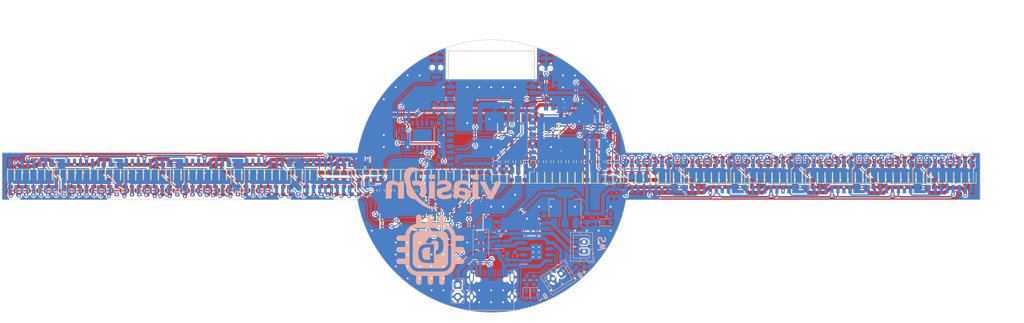
<source format=kicad_pcb>
(kicad_pcb (version 20221018) (generator pcbnew)
  (layers (0 "F.Cu" signal) (31 "B.Cu" signal) (34 "B.Paste" user) (35 "F.Paste" user) (36 "B.SilkS" user "B.Silkscreen") (37 "F.SilkS" user "F.Silkscreen") (38 "B.Mask" user) (39 "F.Mask" user) (44 "Edge.Cuts" user))
  (net 0 "")
  (net 1 "IO0")
  (net 2 "GND")
  (net 3 "+3.3V")
  (net 4 "EN")
  (net 5 "/DTR")
  (net 6 "Net-(U1-OUTPUT)")
  (net 7 "Net-(U4-V3)")
  (net 8 "+BATT")
  (net 9 "VBUS")
  (net 10 "Net-(D1-A)")
  (net 11 "Net-(D2-A)")
  (net 12 "Net-(D3-A)")
  (net 13 "Net-(D4-A)")
  (net 14 "Net-(D5-A)")
  (net 15 "Net-(D6-A)")
  (net 16 "Net-(D7-A)")
  (net 17 "Net-(D8-A)")
  (net 18 "Net-(D9-A)")
  (net 19 "Net-(D10-A)")
  (net 20 "Net-(D11-A)")
  (net 21 "Net-(D12-A)")
  (net 22 "Net-(D13-A)")
  (net 23 "Net-(D14-A)")
  (net 24 "Net-(D15-A)")
  (net 25 "Net-(D16-A)")
  (net 26 "Net-(D17-A)")
  (net 27 "Net-(D18-A)")
  (net 28 "Net-(D19-A)")
  (net 29 "Net-(D20-A)")
  (net 30 "Net-(D21-A)")
  (net 31 "Net-(D22-A)")
  (net 32 "Net-(D23-A)")
  (net 33 "Net-(D24-A)")
  (net 34 "Net-(D25-A)")
  (net 35 "Net-(D26-A)")
  (net 36 "Net-(D27-A)")
  (net 37 "Net-(D28-A)")
  (net 38 "Net-(D29-A)")
  (net 39 "Net-(D30-A)")
  (net 40 "Net-(D31-A)")
  (net 41 "Net-(D32-A)")
  (net 42 "Net-(D33-A)")
  (net 43 "Net-(D34-A)")
  (net 44 "Net-(D35-A)")
  (net 45 "Net-(D36-A)")
  (net 46 "Net-(D37-A)")
  (net 47 "Net-(D38-A)")
  (net 48 "Net-(D39-A)")
  (net 49 "Net-(D40-A)")
  (net 50 "Net-(D41-A)")
  (net 51 "Net-(D42-A)")
  (net 52 "Net-(D43-A)")
  (net 53 "Net-(D44-A)")
  (net 54 "Net-(D45-A)")
  (net 55 "Net-(D46-A)")
  (net 56 "Net-(D47-A)")
  (net 57 "Net-(D48-A)")
  (net 58 "Net-(D49-A)")
  (net 59 "Net-(D50-A)")
  (net 60 "Net-(D51-A)")
  (net 61 "Net-(D52-A)")
  (net 62 "Net-(D53-A)")
  (net 63 "Net-(D54-A)")
  (net 64 "Net-(D55-A)")
  (net 65 "Net-(D56-A)")
  (net 66 "Net-(D57-A)")
  (net 67 "Net-(D58-A)")
  (net 68 "Net-(D59-A)")
  (net 69 "Net-(D60-A)")
  (net 70 "Net-(D61-A)")
  (net 71 "Net-(D62-A)")
  (net 72 "Net-(D63-A)")
  (net 73 "Net-(D64-A)")
  (net 74 "+5V")
  (net 75 "Net-(D68-A)")
  (net 76 "Net-(IC1-Q1)")
  (net 77 "Net-(IC1-Q2)")
  (net 78 "Net-(IC1-Q3)")
  (net 79 "Net-(IC1-Q4)")
  (net 80 "Net-(IC1-Q5)")
  (net 81 "Net-(IC1-Q6)")
  (net 82 "Net-(IC1-Q7)")
  (net 83 "/DOUT_0")
  (net 84 "/CLOCK")
  (net 85 "/LATCH")
  (net 86 "/DATA")
  (net 87 "Net-(IC1-Q0)")
  (net 88 "Net-(IC2-Q1)")
  (net 89 "Net-(IC2-Q2)")
  (net 90 "Net-(IC2-Q3)")
  (net 91 "Net-(IC2-Q4)")
  (net 92 "Net-(IC2-Q5)")
  (net 93 "Net-(IC2-Q6)")
  (net 94 "Net-(IC2-Q7)")
  (net 95 "/DOUT_5")
  (net 96 "/DOUT_4")
  (net 97 "Net-(IC2-Q0)")
  (net 98 "Net-(IC3-Q1)")
  (net 99 "Net-(IC3-Q2)")
  (net 100 "Net-(IC3-Q3)")
  (net 101 "Net-(IC3-Q4)")
  (net 102 "Net-(IC3-Q5)")
  (net 103 "Net-(IC3-Q6)")
  (net 104 "Net-(IC3-Q7)")
  (net 105 "/DOUT_1")
  (net 106 "Net-(IC3-Q0)")
  (net 107 "Net-(IC4-Q1)")
  (net 108 "Net-(IC4-Q2)")
  (net 109 "Net-(IC4-Q3)")
  (net 110 "Net-(IC4-Q4)")
  (net 111 "Net-(IC4-Q5)")
  (net 112 "Net-(IC4-Q6)")
  (net 113 "Net-(IC4-Q7)")
  (net 114 "/DOUT_6")
  (net 115 "Net-(IC4-Q0)")
  (net 116 "Net-(IC5-Q1)")
  (net 117 "Net-(IC5-Q2)")
  (net 118 "Net-(IC5-Q3)")
  (net 119 "Net-(IC5-Q4)")
  (net 120 "Net-(IC5-Q5)")
  (net 121 "Net-(IC5-Q6)")
  (net 122 "Net-(IC5-Q7)")
  (net 123 "/DOUT_2")
  (net 124 "Net-(IC5-Q0)")
  (net 125 "Net-(IC6-Q1)")
  (net 126 "Net-(IC6-Q2)")
  (net 127 "Net-(IC6-Q3)")
  (net 128 "Net-(IC6-Q4)")
  (net 129 "Net-(IC6-Q5)")
  (net 130 "Net-(IC6-Q6)")
  (net 131 "Net-(IC6-Q7)")
  (net 132 "/DOUT_7")
  (net 133 "Net-(IC6-Q0)")
  (net 134 "Net-(IC7-Q1)")
  (net 135 "Net-(IC7-Q2)")
  (net 136 "Net-(IC7-Q3)")
  (net 137 "Net-(IC7-Q4)")
  (net 138 "Net-(IC7-Q5)")
  (net 139 "Net-(IC7-Q6)")
  (net 140 "Net-(IC7-Q7)")
  (net 141 "/DOUT_3")
  (net 142 "Net-(IC7-Q0)")
  (net 143 "Net-(IC8-Q1)")
  (net 144 "Net-(IC8-Q2)")
  (net 145 "Net-(IC8-Q3)")
  (net 146 "Net-(IC8-Q4)")
  (net 147 "Net-(IC8-Q5)")
  (net 148 "Net-(IC8-Q6)")
  (net 149 "Net-(IC8-Q7)")
  (net 150 "Net-(IC8-Q0)")
  (net 151 "Net-(IC9-PROG)")
  (net 152 "Net-(IC9-~{STDBY})")
  (net 153 "Net-(IC9-~{CHRG})")
  (net 155 "/D+")
  (net 156 "/D-")
  (net 160 "Net-(LED1-K)")
  (net 161 "Net-(LED2-K)")
  (net 162 "/TX")
  (net 163 "Net-(U2-TXD0{slash}IO1)")
  (net 164 "/RX")
  (net 165 "Net-(U2-RXD0{slash}IO3)")
  (net 166 "Net-(U2-SENSOR_VN)")
  (net 190 "/RTS")
  (net 191 "Net-(D65-A)")
  (net 192 "Net-(D66-A)")
  (net 193 "Net-(D69-A)")
  (net 194 "Net-(D70-A)")
  (net 195 "Net-(D71-A)")
  (net 196 "Net-(D72-A)")
  (net 197 "Net-(D73-A)")
  (net 198 "Net-(D74-A)")
  (net 199 "Net-(D75-A)")
  (net 200 "Net-(D76-A)")
  (net 201 "Net-(D77-A)")
  (net 202 "Net-(D78-A)")
  (net 203 "Net-(D79-A)")
  (net 204 "Net-(D80-A)")
  (net 205 "Net-(D81-A)")
  (net 206 "Net-(D82-A)")
  (net 207 "Net-(D83-A)")
  (net 208 "Net-(D84-A)")
  (net 209 "Net-(D85-A)")
  (net 210 "Net-(D86-A)")
  (net 211 "Net-(D87-A)")
  (net 212 "Net-(D88-A)")
  (net 213 "Net-(D89-A)")
  (net 214 "Net-(D90-A)")
  (net 215 "Net-(D91-A)")
  (net 216 "Net-(D92-A)")
  (net 217 "Net-(D93-A)")
  (net 218 "Net-(D94-A)")
  (net 219 "Net-(D95-A)")
  (net 220 "Net-(D96-A)")
  (net 221 "Net-(D97-A)")
  (net 222 "Net-(D98-A)")
  (net 223 "Net-(D99-A)")
  (net 224 "Net-(D100-A)")
  (net 225 "Net-(D101-A)")
  (net 226 "Net-(D102-A)")
  (net 227 "Net-(D103-A)")
  (net 228 "Net-(D104-A)")
  (net 229 "Net-(D105-A)")
  (net 230 "Net-(D106-A)")
  (net 231 "Net-(D107-A)")
  (net 232 "Net-(D108-A)")
  (net 233 "Net-(D109-A)")
  (net 234 "Net-(D110-A)")
  (net 235 "Net-(D111-A)")
  (net 236 "Net-(D112-A)")
  (net 237 "Net-(D113-A)")
  (net 238 "Net-(D114-A)")
  (net 239 "Net-(D115-A)")
  (net 240 "Net-(D116-A)")
  (net 241 "Net-(D117-A)")
  (net 242 "Net-(D118-A)")
  (net 243 "Net-(D119-A)")
  (net 244 "Net-(D120-A)")
  (net 245 "Net-(D121-A)")
  (net 246 "Net-(D122-A)")
  (net 247 "Net-(D123-A)")
  (net 248 "Net-(D124-A)")
  (net 249 "Net-(D125-A)")
  (net 250 "Net-(D126-A)")
  (net 251 "Net-(D127-A)")
  (net 252 "Net-(D128-A)")
  (net 253 "Net-(D129-A)")
  (net 254 "Net-(D130-A)")
  (net 255 "Net-(IC10-Q1)")
  (net 256 "Net-(IC10-Q2)")
  (net 257 "Net-(IC10-Q3)")
  (net 258 "Net-(IC10-Q4)")
  (net 259 "Net-(IC10-Q5)")
  (net 260 "Net-(IC10-Q6)")
  (net 261 "Net-(IC10-Q7)")
  (net 262 "/DOUT_0x")
  (net 263 "/CLOCKx")
  (net 264 "/LATCHx")
  (net 265 "/DATAx")
  (net 266 "Net-(IC10-Q0)")
  (net 267 "Net-(IC11-Q1)")
  (net 268 "Net-(IC11-Q2)")
  (net 269 "Net-(IC11-Q3)")
  (net 270 "Net-(IC11-Q4)")
  (net 271 "Net-(IC11-Q5)")
  (net 272 "Net-(IC11-Q6)")
  (net 273 "Net-(IC11-Q7)")
  (net 274 "/DOUT_1x")
  (net 275 "Net-(IC11-Q0)")
  (net 276 "Net-(IC12-Q1)")
  (net 277 "Net-(IC12-Q2)")
  (net 278 "Net-(IC12-Q3)")
  (net 279 "Net-(IC12-Q4)")
  (net 280 "Net-(IC12-Q5)")
  (net 281 "Net-(IC12-Q6)")
  (net 282 "Net-(IC12-Q7)")
  (net 283 "/DOUT_2x")
  (net 284 "Net-(IC12-Q0)")
  (net 285 "Net-(IC13-Q1)")
  (net 286 "Net-(IC13-Q2)")
  (net 287 "Net-(IC13-Q3)")
  (net 288 "Net-(IC13-Q4)")
  (net 289 "Net-(IC13-Q5)")
  (net 290 "Net-(IC13-Q6)")
  (net 291 "Net-(IC13-Q7)")
  (net 292 "/DOUT_3x")
  (net 293 "Net-(IC13-Q0)")
  (net 294 "Net-(IC14-Q1)")
  (net 295 "Net-(IC14-Q2)")
  (net 296 "Net-(IC14-Q3)")
  (net 297 "Net-(IC14-Q4)")
  (net 298 "Net-(IC14-Q5)")
  (net 299 "Net-(IC14-Q6)")
  (net 300 "Net-(IC14-Q7)")
  (net 301 "/DOUT_4x")
  (net 302 "Net-(IC14-Q0)")
  (net 303 "Net-(IC15-Q1)")
  (net 304 "Net-(IC15-Q2)")
  (net 305 "Net-(IC15-Q3)")
  (net 306 "Net-(IC15-Q4)")
  (net 307 "Net-(IC15-Q5)")
  (net 308 "Net-(IC15-Q6)")
  (net 309 "Net-(IC15-Q7)")
  (net 310 "/DOUT_5x")
  (net 311 "Net-(IC15-Q0)")
  (net 312 "Net-(IC16-Q1)")
  (net 313 "Net-(IC16-Q2)")
  (net 314 "Net-(IC16-Q3)")
  (net 315 "Net-(IC16-Q4)")
  (net 316 "Net-(IC16-Q5)")
  (net 317 "Net-(IC16-Q6)")
  (net 318 "Net-(IC16-Q7)")
  (net 319 "/DOUT_6x")
  (net 320 "Net-(IC16-Q0)")
  (net 321 "Net-(IC17-Q1)")
  (net 322 "Net-(IC17-Q2)")
  (net 323 "Net-(IC17-Q3)")
  (net 324 "Net-(IC17-Q4)")
  (net 325 "Net-(IC17-Q5)")
  (net 326 "Net-(IC17-Q6)")
  (net 327 "Net-(IC17-Q7)")
  (net 328 "/DOUT_7x")
  (net 329 "Net-(IC17-Q0)")
  (net 330 "Net-(D67-K)")
  (footprint "Resistor_SMD:R_0603_1608Metric" (layer "F.Cu") (at 173.24 90.92 90)
    (fp_text reference "R99" hide)
    (fp_text value "1K")
  )
  (footprint "LED_SMD:LED_0603_1608Metric" (layer "F.Cu") (at 221.578028 94.0025 90)
    (fp_text reference "D122" hide)
    (fp_text value "LED_Small_Filled")
  )
  (footprint "LED_SMD:LED_0603_1608Metric" (layer "F.Cu") (at 228.02338 94.0025 90)
    (fp_text reference "D126" hide)
    (fp_text value "LED_Small_Filled")
  )
  (footprint "LED_SMD:LED_0603_1608Metric" (layer "F.Cu") (at 186.128592 94.0025 90)
    (fp_text reference "D100" hide)
    (fp_text value "LED_Small_Filled")
  )
  (footprint "Resistor_SMD:R_0603_1608Metric" (layer "F.Cu") (at 234.47 90.92 90)
    (fp_text reference "R137" hide)
    (fp_text value "1K")
  )
  (footprint "LED_SMD:LED_0603_1608Metric" (layer "F.Cu") (at 42.71951 94.0425 -90)
    (fp_text reference "D24" hide)
    (fp_text value "LED_Small_Filled")
  )
  (footprint "LED_SMD:LED_0603_1608Metric" (layer "F.Cu") (at 134.565776 94.0025 90)
    (fp_text reference "D66" hide)
    (fp_text value "LED_Small_Filled")
  )
  (footprint "Resistor_SMD:R_0603_1608Metric" (layer "F.Cu") (at 145.84 90.92 90)
    (fp_text reference "R82" hide)
    (fp_text value "1K")
  )
  (footprint "Resistor_SMD:R_0603_1608Metric" (layer "F.Cu") (at 216.74 90.92 90)
    (fp_text reference "R126" hide)
    (fp_text value "1K")
  )
  (footprint "Resistor_SMD:R_0603_1608Metric" (layer "F.Cu") (at 202.24 90.92 90)
    (fp_text reference "R117" hide)
    (fp_text value "1K")
  )
  (footprint "LED_SMD:LED_0603_1608Metric" (layer "F.Cu") (at 226.412042 94.0025 90)
    (fp_text reference "D125" hide)
    (fp_text value "LED_Small_Filled")
  )
  (footprint "LED_SMD:LED_0603_1608Metric" (layer "F.Cu") (at 141.011128 94.0025 90)
    (fp_text reference "D72" hide)
    (fp_text value "LED_Small_Filled")
  )
  (footprint "LED_SMD:LED_0603_1608Metric" (layer "F.Cu") (at 65.278242 94.0425 -90)
    (fp_text reference "D10" hide)
    (fp_text value "LED_Small_Filled")
  )
  (footprint "Resistor_SMD:R_0603_1608Metric" (layer "F.Cu") (at 37.89 97.06 -90)
    (fp_text reference "R59" hide)
    (fp_text value "1K")
  )
  (footprint "LED_SMD:LED_0603_1608Metric" (layer "F.Cu") (at 137.788452 94.0025 90)
    (fp_text reference "D70" hide)
    (fp_text value "LED_Small_Filled")
  )
  (footprint "Resistor_SMD:R_0603_1608Metric" (layer "F.Cu") (at 97.52 97.025 -90)
    (fp_text reference "R22" hide)
    (fp_text value "1K")
  )
  (footprint "LED_SMD:LED_0603_1608Metric" (layer "F.Cu") (at 86.225636 94.0425 -90)
    (fp_text reference "D53" hide)
    (fp_text value "LED_Small_Filled")
  )
  (footprint "LED_SMD:LED_0603_1608Metric" (layer "F.Cu") (at 55.610214 94.0425 -90)
    (fp_text reference "D16" hide)
    (fp_text value "LED_Small_Filled")
  )
  (footprint "LED_SMD:LED_0603_1608Metric" (layer "F.Cu") (at 83.00296 94.0425 -90)
    (fp_text reference "D55" hide)
    (fp_text value "LED_Small_Filled")
  )
  (footprint "LED_SMD:LED_0603_1608Metric" (layer "F.Cu") (at 118.452396 94.0425 -90)
    (fp_text reference "D25" hide)
    (fp_text value "LED_Small_Filled")
  )
  (footprint "Resistor_SMD:R_0603_1608Metric" (layer "F.Cu") (at 213.52 90.92 90)
    (fp_text reference "R124" hide)
    (fp_text value "1K")
  )
  (footprint "Capacitor_SMD:C_0603_1608Metric" (layer "F.Cu") (at 225.45 96.32)
    (fp_text reference "C13" hide)
    (fp_text value "10uf")
  )
  (footprint "Resistor_SMD:R_0603_1608Metric" (layer "F.Cu") (at 195.79 90.92 90)
    (fp_text reference "R113" hide)
    (fp_text value "1K")
  )
  (footprint "Resistor_SMD:R_0603_1608Metric" (layer "F.Cu") (at 194.19 90.92 90)
    (fp_text reference "R112" hide)
    (fp_text value "1K")
  )
  (footprint "Capacitor_SMD:C_0603_1608Metric" (layer "F.Cu") (at 147.63 78.8425)
    (fp_text reference "C12" hide)
    (fp_text value "10uf")
  )
  (footprint "Capacitor_SMD:C_0603_1608Metric" (layer "F.Cu") (at 50.335 91.57 180)
    (fp_text reference "C5" hide)
    (fp_text value "10uf")
  )
  (footprint "LED_SMD:LED_0603_1608Metric" (layer "F.Cu") (at 29.828806 94.0425 -90)
    (fp_text reference "D48" hide)
    (fp_text value "LED_Small_Filled")
  )
  (footprint "LED_SMD:LED_0603_1608Metric" (layer "F.Cu") (at 161.958522 94.0025 90)
    (fp_text reference "D85" hide)
    (fp_text value "LED_Small_Filled")
  )
  (footprint "LED_SMD:LED_0603_1608Metric" (layer "F.Cu") (at 157.124508 94.0025 90)
    (fp_text reference "D82" hide)
    (fp_text value "LED_Small_Filled")
  )
  (footprint "Capacitor_SMD:C_0603_1608Metric" (layer "F.Cu") (at 199.64 96.31)
    (fp_text reference "C23" hide)
    (fp_text value "10uf")
  )
  (footprint "Resistor_SMD:R_0603_1608Metric" (layer "F.Cu") (at 158.74 90.92 90)
    (fp_text reference "R90" hide)
    (fp_text value "1K")
  )
  (footprint "Resistor_SMD:R_0603_1608Metric" (layer "F.Cu") (at 58.84 97.06 -90)
    (fp_text reference "R46" hide)
    (fp_text value "1K")
  )
  (footprint "Resistor_SMD:R_0603_1608Metric" (layer "F.Cu") (at 31.46 97.08 -90)
    (fp_text reference "R63" hide)
    (fp_text value "1K")
  )
  (footprint "Resistor_SMD:R_0603_1608Metric" (layer "F.Cu") (at 84.62 97.055 -90)
    (fp_text reference "R30" hide)
    (fp_text value "1K")
  )
  (footprint "LED_SMD:LED_0603_1608Metric" (layer "F.Cu") (at 37.885496 94.0425 -90)
    (fp_text reference "D43" hide)
    (fp_text value "LED_Small_Filled")
  )
  (footprint "Resistor_SMD:R_0603_1608Metric" (layer "F.Cu") (at 219.96 90.92 90)
    (fp_text reference "R128" hide)
    (fp_text value "1K")
  )
  (footprint "LED_SMD:LED_0603_1608Metric" (layer "F.Cu") (at 187.73993 94.0025 90)
    (fp_text reference "D101" hide)
    (fp_text value "LED_Small_Filled")
  )
  (footprint "Resistor_SMD:R_0603_1608Metric" (layer "F.Cu") (at 34.67 97.08 -90)
    (fp_text reference "R61" hide)
    (fp_text value "1K")
  )
  (footprint "Resistor_SMD:R_0603_1608Metric" (layer "F.Cu") (at 99.13 97.025 -90)
    (fp_text reference "R21" hide)
    (fp_text value "1K")
  )
  (footprint "Resistor_SMD:R_0603_1608Metric" (layer "F.Cu") (at 108.79 97.025 -90)
    (fp_text reference "R15" hide)
    (fp_text value "1K")
  )
  (footprint "LED_SMD:LED_0603_1608Metric" (layer "F.Cu") (at 60.444228 94.0425 -90)
    (fp_text reference "D13" hide)
    (fp_text value "LED_Small_Filled")
  )
  (footprint "LED_SMD:LED_0603_1608Metric" (layer "F.Cu") (at 70.112256 94.0425 -90)
    (fp_text reference "D63" hide)
    (fp_text value "LED_Small_Filled")
  )
  (footprint "LED_SMD:LED_0603_1608Metric" (layer "F.Cu") (at 158.735846 94.0025 90)
    (fp_text reference "D83" hide)
    (fp_text value "LED_Small_Filled")
  )
  (footprint "Capacitor_SMD:C_0603_1608Metric" (layer "F.Cu") (at 117.78 109.91 -90)
    (fp_text reference "C3" hide)
    (fp_text value "10uf")
  )
  (footprint "Resistor_SMD:R_0603_1608Metric" (layer "F.Cu") (at 163.57 90.92 90)
    (fp_text reference "R93" hide)
    (fp_text value "1K")
  )
  (footprint "Resistor_SMD:R_0603_1608Metric" (layer "F.Cu") (at 92.68 97.025 -90)
    (fp_text reference "R25" hide)
    (fp_text value "1K")
  )
  (footprint "Resistor_SMD:R_0603_1608Metric" (layer "F.Cu") (at 44.34 97.06 -90)
    (fp_text reference "R55" hide)
    (fp_text value "1K")
  )
  (footprint "Resistor_SMD:R_0603_1608Metric" (layer "F.Cu") (at 107.18 97.025 -90)
    (fp_text reference "R16" hide)
    (fp_text value "1K")
  )
  (footprint "Resistor_SMD:R_0603_1608Metric" (layer "F.Cu") (at 131.35 97.02 -90)
    (fp_text reference "R1" hide)
    (fp_text value "1K")
  )
  (footprint "Resistor_SMD:R_0603_1608Metric" (layer "F.Cu") (at 144.23 90.92 90)
    (fp_text reference "R81" hide)
    (fp_text value "1K")
  )
  (footprint "LED_SMD:LED_0603_1608Metric" (layer "F.Cu") (at 171.62655 94.0025 90)
    (fp_text reference "D91" hide)
    (fp_text value "LED_Small_Filled")
  )
  (footprint "LED_SMD:LED_0603_1608Metric" (layer "F.Cu") (at 115.22972 94.0425 -90)
    (fp_text reference "D27" hide)
    (fp_text value "LED_Small_Filled")
  )
  (footprint "LED_SMD:LED_0603_1608Metric" (layer "F.Cu") (at 124.897748 94.0425 -90)
    (fp_text reference "D5" hide)
    (fp_text value "LED_Small_Filled")
  )
  (footprint "LED_SMD:LED_0603_1608Metric" (layer "F.Cu") (at 113.618382 94.0425 -90)
    (fp_text reference "D28" hide)
    (fp_text value "LED_Small_Filled")
  )
  (footprint "LED_SMD:LED_0603_1608Metric" (layer "F.Cu") (at 112.007044 94.0425 -90)
    (fp_text reference "D29" hide)
    (fp_text value "LED_Small_Filled")
  )
  (footprint "Resistor_SMD:R_0603_1608Metric" (layer "F.Cu") (at 74.96 97.045 -90)
    (fp_text reference "R36" hide)
    (fp_text value "1K")
  )
  (footprint "Resistor_SMD:R_0603_1608Metric" (layer "F.Cu") (at 192.58 90.92 90)
    (fp_text reference "R111" hide)
    (fp_text value "1K")
  )
  (footprint "LED_SMD:LED_0603_1608Metric" (layer "F.Cu") (at 210.298662 94.0025 90)
    (fp_text reference "D115" hide)
    (fp_text value "LED_Small_Filled")
  )
  (footprint "LED_SMD:LED_0603_1608Metric" (layer "F.Cu") (at 203.85331 94.0025 90)
    (fp_text reference "D111" hide)
    (fp_text value "LED_Small_Filled")
  )
  (footprint "Resistor_SMD:R_0603_1608Metric" (layer "F.Cu") (at 161.96 90.92 90)
    (fp_text reference "R92" hide)
    (fp_text value "1K")
  )
  (footprint "LED_SMD:LED_0603_1608Metric" (layer "F.Cu") (at 92.670988 94.0425 -90)
    (fp_text reference "D49" hide)
    (fp_text value "LED_Small_Filled")
  )
  (footprint "LED_SMD:LED_0603_1608Metric" (layer "F.Cu") (at 108.784368 94.0425 -90)
    (fp_text reference "D31" hide)
    (fp_text value "LED_Small_Filled")
  )
  (footprint "Resistor_SMD:R_0603_1608Metric" (layer "F.Cu") (at 29.83 97.085 -90)
    (fp_text reference "R64" hide)
    (fp_text value "1K")
  )
  (footprint "Resistor_SMD:R_0603_1608Metric" (layer "F.Cu") (at 139.39 90.92 90)
    (fp_text reference "R78" hide)
    (fp_text value "1K")
  )
  (footprint "LED_SMD:LED_0603_1608Metric" (layer "F.Cu") (at 78.168946 94.0425 -90)
    (fp_text reference "D58" hide)
    (fp_text value "LED_Small_Filled")
  )
  (footprint "LED_SMD:LED_0603_1608Metric" (layer "F.Cu") (at 139.39979 94.0025 90)
    (fp_text reference "D71" hide)
    (fp_text value "LED_Small_Filled")
  )
  (footprint "Resistor_SMD:R_0603_1608Metric" (layer "F.Cu") (at 207.08 90.92 90)
    (fp_text reference "R120" hide)
    (fp_text value "1K")
  )
  (footprint "Resistor_SMD:R_0603_1608Metric" (layer "F.Cu") (at 113.63 97.035 -90)
    (fp_text reference "R12" hide)
    (fp_text value "1K")
  )
  (footprint "LED_SMD:LED_0603_1608Metric" (layer "F.Cu") (at 110.395706 94.0425 -90)
    (fp_text reference "D30" hide)
    (fp_text value "LED_Small_Filled")
  )
  (footprint "LED_SMD:LED_0603_1608Metric" (layer "F.Cu") (at 178.071902 94.0025 90)
    (fp_text reference "D95" hide)
    (fp_text value "LED_Small_Filled")
  )
  (footprint "Resistor_SMD:R_0603_1608Metric" (layer "F.Cu") (at 150.68 90.92 90)
    (fp_text reference "R85" hide)
    (fp_text value "1K")
  )
  (footprint "Resistor_SMD:R_0603_1608Metric" (layer "F.Cu") (at 116.85 97.025 -90)
    (fp_text reference "R10" hide)
    (fp_text value "1K")
  )
  (footprint "Capacitor_SMD:C_0603_1608Metric" (layer "F.Cu") (at 75.48 91.57 180)
    (fp_text reference "C8" hide)
    (fp_text value "10uf")
  )
  (footprint "LED_SMD:LED_0603_1608Metric" (layer "F.Cu") (at 121.675072 94.0425 -90)
    (fp_text reference "D7" hide)
    (fp_text value "LED_Small_Filled")
  )
  (footprint "Resistor_SMD:R_0603_1608Metric" (layer "F.Cu") (at 165.18 90.92 90)
    (fp_text reference "R94" hide)
    (fp_text value "1K")
  )
  (footprint "LED_SMD:LED_0603_1608Metric" (layer "F.Cu") (at 213.521338 94.0025 90)
    (fp_text reference "D117" hide)
    (fp_text value "LED_Small_Filled")
  )
  (footprint "Resistor_SMD:R_0603_1608Metric" (layer "F.Cu") (at 103.96 97.035 -90)
    (fp_text reference "R18" hide)
    (fp_text value "1K")
  )
  (footprint "Resistor_SMD:R_0603_1608Metric" (layer "F.Cu") (at 149.07 90.92 90)
    (fp_text reference "R84" hide)
    (fp_text value "1K")
  )
  (footprint "LED_SMD:LED_0603_1608Metric" (layer "F.Cu") (at 33.051482 94.0425 -90)
    (fp_text reference "D46" hide)
    (fp_text value "LED_Small_Filled")
  )
  (footprint "LED_SMD:LED_0603_1608Metric" (layer "F.Cu") (at 150.679156 94.0025 90)
    (fp_text reference "D78" hide)
    (fp_text value "LED_Small_Filled")
  )
  (footprint "LED_SMD:LED_0603_1608Metric" (layer "F.Cu") (at 128.120424 94.0425 -90)
    (fp_text reference "D3" hide)
    (fp_text value "LED_Small_Filled")
  )
  (footprint "Resistor_SMD:R_0603_1608Metric" (layer "F.Cu") (at 54.01 97.06 -90)
    (fp_text reference "R49" hide)
    (fp_text value "1K")
  )
  (footprint "LED_SMD:LED_0603_1608Metric" (layer "F.Cu") (at 231.246056 94.0025 90)
    (fp_text reference "D128" hide)
    (fp_text value "LED_Small_Filled")
  )
  (footprint "Resistor_SMD:R_0603_1608Metric" (layer "F.Cu") (at 39.51 97.06 -90)
    (fp_text reference "R58" hide)
    (fp_text value "1K")
  )
  (footprint "Resistor_SMD:R_0603_1608Metric" (layer "F.Cu") (at 186.12 90.92 90)
    (fp_text reference "R107" hide)
    (fp_text value "1K")
  )
  (footprint "Capacitor_SMD:C_0603_1608Metric" (layer "F.Cu") (at 134.62 78.785)
    (fp_text reference "C11" hide)
    (fp_text value "10uf")
  )
  (footprint "Resistor_SMD:R_0603_1608Metric" (layer "F.Cu") (at 176.46 90.92 90)
    (fp_text reference "R101" hide)
    (fp_text value "1K")
  )
  (footprint "Resistor_SMD:R_0603_1608Metric" (layer "F.Cu") (at 218.35 90.92 90)
    (fp_text reference "R127" hide)
    (fp_text value "1K")
  )
  (footprint "LED_SMD:LED_0603_1608Metric" (layer "F.Cu") (at 197.407958 94.0025 90)
    (fp_text reference "D107" hide)
    (fp_text value "LED_Small_Filled")
  )
  (footprint "Resistor_SMD:R_0603_1608Metric" (layer "F.Cu") (at 55.62 97.055 -90)
    (fp_text reference "R48" hide)
    (fp_text value "1K")
  )
  (footprint "Resistor_SMD:R_0603_1608Metric" (layer "F.Cu") (at 47.56 97.055 -90)
    (fp_text reference "R53" hide)
    (fp_text value "1K")
  )
  (footprint "LED_SMD:LED_0603_1608Metric" (layer "F.Cu") (at 132.954438 94.0025 90)
    (fp_text reference "D65" hide)
    (fp_text value "LED_Small_Filled")
  )
  (footprint "LED_SMD:LED_0603_1608Metric" (layer "F.Cu") (at 105.561692 94.0425 -90)
    (fp_text reference "D33" hide)
    (fp_text value "LED_Small_Filled")
  )
  (footprint "LED_SMD:LED_0603_1608Metric" (layer "F.Cu") (at 215.132676 94.0025 90)
    (fp_text reference "D118" hide)
    (fp_text value "LED_Small_Filled")
  )
  (footprint "Resistor_SMD:R_0603_1608Metric" (layer "F.Cu") (at 182.91 90.92 90)
    (fp_text reference "R105" hide)
    (fp_text value "1K")
  )
  (footprint "LED_SMD:LED_0603_1608Metric" (layer "F.Cu") (at 189.351268 94.0025 90)
    (fp_text reference "D102" hide)
    (fp_text value "LED_Small_Filled")
  )
  (footprint "Resistor_SMD:R_0603_1608Metric" (layer "F.Cu") (at 118.45 97.025 -90)
    (fp_text reference "R9" hide)
    (fp_text value "1K")
  )
  (footprint "LED_SMD:LED_0603_1608Metric" (layer "F.Cu") (at 52.387538 94.0425 -90)
    (fp_text reference "D18" hide)
    (fp_text value "LED_Small_Filled")
  )
  (footprint "LED_SMD:LED_0603_1608Metric" (layer "F.Cu") (at 223.189366 94.0025 90)
    (fp_text reference "D123" hide)
    (fp_text value "LED_Small_Filled")
  )
  (footprint "Resistor_SMD:R_0603_1608Metric" (layer "F.Cu") (at 50.78 97.06 -90)
    (fp_text reference "R51" hide)
    (fp_text value "1K")
  )
  (footprint "Resistor_SMD:R_0603_1608Metric" (layer "F.Cu") (at 187.74 90.92 90)
    (fp_text reference "R108" hide)
    (fp_text value "1K")
  )
  (footprint "LED_SMD:LED_0603_1608Metric" (layer "F.Cu") (at 181.294578 94.0025 90)
    (fp_text reference "D97" hide)
    (fp_text value "LED_Small_Filled")
  )
  (footprint "Resistor_SMD:R_0603_1608Metric" (layer "F.Cu") (at 87.85 97.055 -90)
    (fp_text reference "R28" hide)
    (fp_text value "1K")
  )
  (footprint "LED_SMD:LED_0603_1608Metric" (layer "F.Cu") (at 170.015212 94.0025 90)
    (fp_text reference "D90" hide)
    (fp_text value "LED_Small_Filled")
  )
  (footprint "Resistor_SMD:R_0603_1608Metric" (layer "F.Cu") (at 155.51 90.92 90)
    (fp_text reference "R88" hide)
    (fp_text value "1K")
  )
  (footprint "Resistor_SMD:R_0603_1608Metric" (layer "F.Cu") (at 215.13 90.92 90)
    (fp_text reference "R125" hide)
    (fp_text value "1K")
  )
  (footprint "LED_SMD:LED_0603_1608Metric" (layer "F.Cu") (at 153.901832 94.0025 90)
    (fp_text reference "D80" hide)
    (fp_text value "LED_Small_Filled")
  )
  (footprint "LED_SMD:LED_0603_1608Metric" (layer "F.Cu") (at 74.94627 94.0425 -90)
    (fp_text reference "D60" hide)
    (fp_text value "LED_Small_Filled")
  )
  (footprint "Resistor_SMD:R_0603_1608Metric" (layer "F.Cu") (at 95.91 97.025 -90)
    (fp_text reference "R23" hide)
    (fp_text value "1K")
  )
  (footprint "LED_SMD:LED_0603_1608Metric" (layer "F.Cu") (at 50.7762 94.0425 -90)
    (fp_text reference "D19" hide)
    (fp_text value "LED_Small_Filled")
  )
  (footprint "LED_SMD:LED_0603_1608Metric" (layer "F.Cu") (at 149.067818 94.0025 90)
    (fp_text reference "D77" hide)
    (fp_text value "LED_Small_Filled")
  )
  (footprint "Resistor_SMD:R_0603_1608Metric" (layer "F.Cu") (at 36.29 97.07 -90)
    (fp_text reference "R60" hide)
    (fp_text value "1K")
  )
  (footprint "LED_SMD:LED_0603_1608Metric" (layer "F.Cu") (at 152.290494 94.0025 90)
    (fp_text reference "D79" hide)
    (fp_text value "LED_Small_Filled")
  )
  (footprint "Resistor_SMD:R_0603_1608Metric" (layer "F.Cu") (at 60.46 97.06 -90)
    (fp_text reference "R45" hide)
    (fp_text value "1K")
  )
  (footprint "Resistor_SMD:R_0603_1608Metric" (layer "F.Cu") (at 181.29 90.92 90)
    (fp_text reference "R104" hide)
    (fp_text value "1K")
  )
  (footprint "Resistor_SMD:R_0603_1608Metric" (layer "F.Cu") (at 199.02 90.92 90)
    (fp_text reference "R115" hide)
    (fp_text value "1K")
  )
  (footprint "74hc595:74HC595DQ100118" (layer "F.Cu") (at 138.34012 84.3675)
    (fp_text reference "IC10" hide)
    (fp_text value "74HC595D" hide)
  )
  (footprint "Resistor_SMD:R_0603_1608Metric" (layer "F.Cu") (at 142.62 90.92 90)
    (fp_text reference "R80" hide)
    (fp_text value "1K")
  )
  (footprint "LED_SMD:LED_0603_1608Metric" (layer "F.Cu") (at 87.836974 94.0425 -90)
    (fp_text reference "D52" hide)
    (fp_text value "LED_Small_Filled")
  )
  (footprint "LED_SMD:LED_0603_1608Metric" (layer "F.Cu") (at 57.221552 94.0425 -90)
    (fp_text reference "D15" hide)
    (fp_text value "LED_Small_Filled")
  )
  (footprint "LED_SMD:LED_0603_1608Metric" (layer "F.Cu") (at 58.83289 94.0425 -90)
    (fp_text reference "D14" hide)
    (fp_text value "LED_Small_Filled")
  )
  (footprint "LED_SMD:LED_0603_1608Metric" (layer "F.Cu") (at 176.460564 94.0025 90)
    (fp_text reference "D94" hide)
    (fp_text value "LED_Small_Filled")
  )
  (footprint "Resistor_SMD:R_0603_1608Metric" (layer "F.Cu") (at 124.9 97.015 -90)
    (fp_text reference "R5" hide)
    (fp_text value "1K")
  )
  (footprint "LED_SMD:LED_0603_1608Metric" (layer "F.Cu") (at 207.075986 94.0025 90)
    (fp_text reference "D113" hide)
    (fp_text value "LED_Small_Filled")
  )
  (footprint "Resistor_SMD:R_0603_1608Metric" (layer "F.Cu") (at 211.9 90.92 90)
    (fp_text reference "R123" hide)
    (fp_text value "1K")
  )
  (footprint "Resistor_SMD:R_0603_1608Metric" (layer "F.Cu") (at 45.95 97.055 -90)
    (fp_text reference "R54" hide)
    (fp_text value "1K")
  )
  (footprint "LED_SMD:LED_0603_1608Metric" (layer "F.Cu") (at 129.731762 94.0425 -90)
    (fp_text reference "D2" hide)
    (fp_text value "LED_Small_Filled")
  )
  (footprint "Resistor_SMD:R_0603_1608Metric" (layer "F.Cu") (at 76.57 97.045 -90)
    (fp_text reference "R35" hide)
    (fp_text value "1K")
  )
  (footprint "Resistor_SMD:R_0603_1608Metric" (layer "F.Cu") (at 224.8 90.92 90)
    (fp_text reference "R131" hide)
    (fp_text value "1K")
  )
  (footprint "LED_SMD:LED_0603_1608Metric" (layer "F.Cu") (at 73.334932 94.0425 -90)
    (fp_text reference "D61" hide)
    (fp_text value "LED_Small_Filled")
  )
  (footprint "LED_SMD:LED_0603_1608Metric" (layer "F.Cu") (at 41.108172 94.0425 -90)
    (fp_text reference "D41" hide)
    (fp_text value "LED_Small_Filled")
  )
  (footprint "Resistor_SMD:R_0603_1608Metric" (layer "F.Cu") (at 81.4 97.055 -90)
    (fp_text reference "R32" hide)
    (fp_text value "1K")
  )
  (footprint "Resistor_SMD:R_0603_1608Metric" (layer "F.Cu") (at 41.12 97.08 -90)
    (fp_text reference "R57" hide)
    (fp_text value "1K")
  )
  (footprint "LED_SMD:LED_0603_1608Metric" (layer "F.Cu") (at 184.517254 94.0025 90)
    (fp_text reference "D99" hide)
    (fp_text value "LED_Small_Filled")
  )
  (footprint "Capacitor_SMD:C_0603_1608Metric" (layer "F.Cu") (at 212.56 96.31)
    (fp_text reference "C22" hide)
    (fp_text value "10uf")
  )
  (footprint "Resistor_SMD:R_0603_1608Metric" (layer "F.Cu") (at 136.18 90.92 90)
    (fp_text reference "R71" hide)
    (fp_text value "1K")
  )
  (footprint "Resistor_SMD:R_0603_1608Metric" (layer "F.Cu") (at 100.74 97.025 -90)
    (fp_text reference "R20" hide)
    (fp_text value "1K")
  )
  (footprint "LED_SMD:LED_0603_1608Metric" (layer "F.Cu") (at 173.237888 94.0025 90)
    (fp_text reference "D92" hide)
    (fp_text value "LED_Small_Filled")
  )
  (footprint "LED_SMD:LED_0603_1608Metric" (layer "F.Cu") (at 190.962606 94.0025 90)
    (fp_text reference "D103" hide)
    (fp_text value "LED_Small_Filled")
  )
  (footprint "LED_SMD:LED_0603_1608Metric" (layer "F.Cu") (at 202.241972 94.0025 90)
    (fp_text reference "D110" hide)
    (fp_text value "LED_Small_Filled")
  )
  (footprint "Resistor_SMD:R_0603_1608Metric" (layer "F.Cu") (at 208.68 90.92 90)
    (fp_text reference "R121" hide)
    (fp_text value "1K")
  )
  (footprint "Resistor_SMD:R_0603_1608Metric" (layer "F.Cu") (at 126.52 97.02 -90)
    (fp_text reference "R4" hide)
    (fp_text value "1K")
  )
  (footprint "LED_SMD:LED_0603_1608Metric" (layer "F.Cu") (at 49.164862 94.0425 -90)
    (fp_text reference "D20" hide)
    (fp_text value "LED_Small_Filled")
  )
  (footprint "Capacitor_SMD:C_0603_1608Metric" (layer "F.Cu") (at 88.26 91.57 180)
    (fp_text reference "C2" hide)
    (fp_text value "10uf")
  )
  (footprint "LED_SMD:LED_0603_1608Metric" (layer "F.Cu") (at 200.630634 94.0025 90)
    (fp_text reference "D109" hide)
    (fp_text value "LED_Small_Filled")
  )
  (footprint "LED_SMD:LED_0603_1608Metric" (layer "F.Cu") (at 131.3431 94.0425 -90)
    (fp_text reference "D1" hide)
    (fp_text value "LED_Small_Filled")
  )
  (footprint "Resistor_SMD:R_0603_1608Metric" (layer "F.Cu") (at 152.29 90.92 90)
    (fp_text reference "R86" hide)
    (fp_text value "1K")
  )
  (footprint "Resistor_SMD:R_0603_1608Metric" (layer "F.Cu") (at 129.72 97.02 -90)
    (fp_text reference "R2" hide)
    (fp_text value "1K")
  )
  (footprint "Resistor_SMD:R_0603_1608Metric" (layer "F.Cu") (at 170.01 90.92 90)
    (fp_text reference "R97" hide)
    (fp_text value "1K")
  )
  (footprint "Resistor_SMD:R_0603_1608Metric" (layer "F.Cu") (at 94.29 97.035 -90)
    (fp_text reference "R24" hide)
    (fp_text value "1K")
  )
  (footprint "LED_SMD:LED_0603_1608Metric" (layer "F.Cu") (at 147.45648 94.0025 90)
    (fp_text reference "D76" hide)
    (fp_text value "LED_Small_Filled")
  )
  (footprint "Resistor_SMD:R_0603_1608Metric" (layer "F.Cu") (at 65.29 97.06 -90)
    (fp_text reference "R42" hide)
    (fp_text value "1K")
  )
  (footprint "LED_SMD:LED_0603_1608Metric" (layer "F.Cu") (at 39.496834 94.0425 -90)
    (fp_text reference "D42" hide)
    (fp_text value "LED_Small_Filled")
  )
  (footprint "Resistor_SMD:R_0603_1608Metric" (layer "F.Cu") (at 160.34 90.92 90)
    (fp_text reference "R91" hide)
    (fp_text value "1K")
  )
  (footprint "LED_SMD:LED_0603_1608Metric" (layer "F.Cu") (at 155.51317 94.0025 90)
    (fp_text reference "D81" hide)
    (fp_text value "LED_Small_Filled")
  )
  (footprint "Resistor_SMD:R_0603_1608Metric" (layer "F.Cu") (at 210.3 90.92 90)
    (fp_text reference "R122" hide)
    (fp_text value "1K")
  )
  (footprint "LED_SMD:LED_0603_1608Metric" (layer "F.Cu") (at 219.96669 94.0025 90)
    (fp_text reference "D121" hide)
    (fp_text value "LED_Small_Filled")
  )
  (footprint "Capacitor_SMD:C_0603_1608Metric" (layer "F.Cu") (at 101.59 91.57 180)
    (fp_text reference "C4" hide)
    (fp_text value "10uf")
  )
  (footprint "LED_SMD:LED_0603_1608Metric" (layer "F.Cu") (at 81.391622 94.0425 -90)
    (fp_text reference "D56" hide)
    (fp_text value "LED_Small_Filled")
  )
  (footprint "Resistor_SMD:R_0603_1608Metric" (layer "F.Cu") (at 168.4 90.92 90)
    (fp_text reference "R96" hide)
    (fp_text value "1K")
  )
  (footprint "Resistor_SMD:R_0603_1608Metric" (layer "F.Cu") (at 33.07 97.08 -90)
    (fp_text reference "R62" hide)
    (fp_text value "1K")
  )
  (footprint "Resistor_SMD:R_0603_1608Metric" (layer "F.Cu") (at 190.96 90.92 90)
    (fp_text reference "R110" hide)
    (fp_text value "1K")
  )
  (footprint "Resistor_SMD:R_0603_1608Metric" (layer "F.Cu") (at 189.35 90.92 90)
    (fp_text reference "R109" hide)
    (fp_text value "1K")
  )
  (footprint "Resistor_SMD:R_0603_1608Metric" (layer "F.Cu") (at 57.23 97.06 -90)
    (fp_text reference "R47" hide)
    (fp_text value "1K")
  )
  (footprint "LED_SMD:LED_0603_1608Metric" (layer "F.Cu") (at 94.282326 94.0425 -90)
    (fp_text reference "D40" hide)
    (fp_text value "LED_Small_Filled")
  )
  (footprint "Resistor_SMD:R_0603_1608Metric" (layer "F.Cu") (at 134.56 90.92 90)
    (fp_text reference "R67" hide)
    (fp_text value "1K")
  )
  (footprint "Resistor_SMD:R_0603_1608Metric" (layer "F.Cu") (at 71.74 97.045 -90)
    (fp_text reference "R38" hide)
    (fp_text value "1K")
  )
  (footprint "LED_SMD:LED_0603_1608Metric" (layer "F.Cu") (at 174.849226 94.0025 90)
    (fp_text reference "D93" hide)
    (fp_text value "LED_Small_Filled")
  )
  (footprint "LED_SMD:LED_0603_1608Metric" (layer "F.Cu") (at 62.055566 94.0425 -90)
    (fp_text reference "D12" hide)
    (fp_text value "LED_Small_Filled")
  )
  (footprint "LED_SMD:LED_0603_1608Metric" (layer "F.Cu") (at 44.330848 94.0425 -90)
    (fp_text reference "D23" hide)
    (fp_text value "LED_Small_Filled")
  )
  (footprint "LED_SMD:LED_0603_1608Metric" (layer "F.Cu") (at 66.88958 94.0425 -90)
    (fp_text reference "D9" hide)
    (fp_text value "LED_Small_Filled")
  )
  (footprint "Resistor_SMD:R_0603_1608Metric" (layer "F.Cu") (at 153.9 90.92 90)
    (fp_text reference "R87" hide)
    (fp_text value "1K")
  )
  (footprint "LED_SMD:LED_0603_1608Metric" (layer "F.Cu") (at 234.468806 94.0025 90)
    (fp_text reference "D130" hide)
    (fp_text value "LED_Small_Filled")
  )
  (footprint "LED_SMD:LED_0603_1608Metric" (layer "F.Cu") (at 47.553524 94.0425 -90)
    (fp_text reference "D21" hide)
    (fp_text value "LED_Small_Filled")
  )
  (footprint "LED_SMD:LED_0603_1608Metric" (layer "F.Cu") (at 126.509086 94.0425 -90)
    (fp_text reference "D4" hide)
    (fp_text value "LED_Small_Filled")
  )
  (footprint "LED_SMD:LED_0603_1608Metric" (layer "F.Cu") (at 142.622466 94.0025 90)
    (fp_text reference "D73" hide)
    (fp_text value "LED_Small_Filled")
  )
  (footprint "Resistor_SMD:R_0603_1608Metric" (layer "F.Cu") (at 174.84 90.92 90)
    (fp_text reference "R100" hide)
    (fp_text value "1K")
  )
  (footprint "Resistor_SMD:R_0603_1608Metric" (layer "F.Cu") (at 63.68 97.06 -90)
    (fp_text reference "R43" hide)
    (fp_text value "1K")
  )
  (footprint "LED_SMD:LED_0603_1608Metric" (layer "F.Cu") (at 31.440144 94.0425 -90)
    (fp_text reference "D47" hide)
    (fp_text value "LED_Small_Filled")
  )
  (footprint "LED_SMD:LED_0603_1608Metric" (layer "F.Cu") (at 136.177114 94.0025 90)
    (fp_text reference "D69" hide)
    (fp_text value "LED_Small_Filled")
  )
  (footprint "Resistor_SMD:R_0603_1608Metric" (layer "F.Cu") (at 226.4 90.92 90)
    (fp_text reference "R132" hide)
    (fp_text value "1K")
  )
  (footprint "Resistor_SMD:R_0603_1608Metric" (layer "F.Cu") (at 223.2 90.92 90)
    (fp_text reference "R130" hide)
    (fp_text value "1K")
  )
  (footprint "LED_SMD:LED_0603_1608Metric" (layer "F.Cu") (at 123.28641 94.0425 -90)
    (fp_text reference "D6" hide)
    (fp_text value "LED_Small_Filled")
  )
  (footprint "LED_SMD:LED_0603_1608Metric" (layer "F.Cu") (at 160.347184 94.0025 90)
    (fp_text reference "D84" hide)
    (fp_text value "LED_Small_Filled")
  )
  (footprint "LED_SMD:LED_0603_1608Metric" (layer "F.Cu") (at 216.744014 94.0025 90)
    (fp_text reference "D119" hide)
    (fp_text value "LED_Small_Filled")
  )
  (footprint "LED_SMD:LED_0603_1608Metric" (layer "F.Cu") (at 79.780284 94.0425 -90)
    (fp_text reference "D57" hide)
    (fp_text value "LED_Small_Filled")
  )
  (footprint "Capacitor_SMD:C_0603_1608Metric" (layer "F.Cu") (at 37.7 91.57 180)
    (fp_text reference "C6" hide)
    (fp_text value "10uf")
  )
  (footprint "Resistor_SMD:R_0603_1608Metric" (layer "F.Cu") (at 70.12 97.045 -90)
    (fp_text reference "R39" hide)
    (fp_text value "1K")
  )
  (footprint "LED_SMD:LED_0603_1608Metric" (layer "F.Cu") (at 76.557608 94.0425 -90)
    (fp_text reference "D59" hide)
    (fp_text value "LED_Small_Filled")
  )
  (footprint "Resistor_SMD:R_0603_1608Metric" (layer "F.Cu") (at 221.58 90.92 90)
    (fp_text reference "R129" hide)
    (fp_text value "1K")
  )
  (footprint "Resistor_SMD:R_0603_1608Metric" (layer "F.Cu") (at 78.18 97.045 -90)
    (fp_text reference "R34" hide)
    (fp_text value "1K")
  )
  (footprint "LED_SMD:LED_0603_1608Metric" (layer "F.Cu") (at 68.500918 94.0425 -90)
    (fp_text reference "D64" hide)
    (fp_text value "LED_Small_Filled")
  )
  (footprint "Resistor_SMD:R_0603_1608Metric" (layer "F.Cu") (at 102.36 97.025 -90)
    (fp_text reference "R19" hide)
    (fp_text value "1K")
  )
  (footprint "LED_SMD:LED_0603_1608Metric" (layer "F.Cu") (at 120.063734 94.0425 -90)
    (fp_text reference "D8" hide)
    (fp_text value "LED_Small_Filled")
  )
  (footprint "LED_SMD:LED_0603_1608Metric" (layer "F.Cu") (at 63.666904 94.0425 -90)
    (fp_text reference "D11" hide)
    (fp_text value "LED_Small_Filled")
  )
  (footprint "Resistor_SMD:R_0603_1608Metric" (layer "F.Cu") (at 128.11 97.02 -90)
    (fp_text reference "R3" hide)
    (fp_text value "1K")
  )
  (footprint "LED_SMD:LED_0603_1608Metric" (layer "F.Cu") (at 194.185282 94.0025 90)
    (fp_text reference "D105" hide)
    (fp_text value "LED_Small_Filled")
  )
  (footprint "LED_SMD:LED_0603_1608Metric" (layer "F.Cu") (at 107.17303 94.0425 -90)
    (fp_text reference "D32" hide)
    (fp_text value "LED_Small_Filled")
  )
  (footprint "Resistor_SMD:R_0603_1608Metric" (layer "F.Cu") (at 68.51 97.055 -90)
    (fp_text reference "R40" hide)
    (fp_text value "1K")
  )
  (footprint "Resistor_SMD:R_0603_1608Metric" (layer "F.Cu") (at 110.4 97.025 -90)
    (fp_text reference "R14" hide)
    (fp_text value "1K")
  )
  (footprint "LED_SMD:LED_0603_1608Metric" (layer "F.Cu") (at 99.11634 94.0425 -90)
    (fp_text reference "D37" hide)
    (fp_text value "LED_Small_Filled")
  )
  (footprint "Resistor_SMD:R_0603_1608Metric" (layer "F.Cu") (at 157.12 90.92 90)
    (fp_text reference "R89" hide)
    (fp_text value "1K")
  )
  (footprint "Resistor_SMD:R_0603_1608Metric" (layer "F.Cu") (at 121.68 97.015 -90)
    (fp_text reference "R7" hide)
    (fp_text value "1K")
  )
  (footprint "Resistor_SMD:R_0603_1608Metric" (layer "F.Cu") (at 86.23 97.055 -90)
    (fp_text reference "R29" hide)
    (fp_text value "1K")
  )
  (footprint "LED_SMD:LED_0603_1608Metric" (layer "F.Cu") (at 199.019296 94.0025 90)
    (fp_text reference "D108" hide)
    (fp_text value "LED_Small_Filled")
  )
  (footprint "LED_SMD:LED_0603_1608Metric" (layer "F.Cu") (at 144.233804 94.0025 90)
    (fp_text reference "D74" hide)
    (fp_text value "LED_Small_Filled")
  )
  (footprint "LED_SMD:LED_0603_1608Metric" (layer "F.Cu") (at 95.893664 94.0425 -90)
    (fp_text reference "D39" hide)
    (fp_text value "LED_Small_Filled")
  )
  (footprint "Resistor_SMD:R_0603_1608Metric" (layer "F.Cu") (at 232.85 90.92 90)
    (fp_text reference "R136" hide)
    (fp_text value "1K")
  )
  (footprint "Resistor_SMD:R_0603_1608Metric" (layer "F.Cu") (at 184.52 90.92 90)
    (fp_text reference "R106" hide)
    (fp_text value "1K")
  )
  (footprint "LED_SMD:LED_0603_1608Metric" (layer "F.Cu") (at 195.79662 94.0025 90)
    (fp_text reference "D106" hide)
    (fp_text value "LED_Small_Filled")
  )
  (footprint "Resistor_SMD:R_0603_1608Metric" (layer "F.Cu") (at 137.78 90.92 90)
    (fp_text reference "R77" hide)
    (fp_text value "1K")
  )
  (footprint "LED_SMD:LED_0603_1608Metric" (layer "F.Cu") (at 45.942186 94.0425 -90)
    (fp_text reference "D22" hide)
    (fp_text value "LED_Small_Filled")
  )
  (footprint "Resistor_SMD:R_0603_1608Metric" (layer "F.Cu") (at 166.79 90.92 90)
    (fp_text reference "R95" hide)
    (fp_text value "1K")
  )
  (footprint "LED_SMD:LED_0603_1608Metric" (layer "F.Cu") (at 145.845142 94.0025 90)
    (fp_text reference "D75" hide)
    (fp_text value "LED_Small_Filled")
  )
  (footprint "LED_SMD:LED_0603_1608Metric" (layer "F.Cu") (at 179.68324 94.0025 90)
    (fp_text reference "D96" hide)
    (fp_text value "LED_Small_Filled")
  )
  (footprint "Resistor_SMD:R_0603_1608Metric" (layer "F.Cu") (at 42.73 97.06 -90)
    (fp_text reference "R56" hide)
    (fp_text value "1K")
  )
  (footprint "Resistor_SMD:R_0603_1608Metric" (layer "F.Cu") (at 197.41 90.92 90)
    (fp_text reference "R114" hide)
    (fp_text value "1K")
  )
  (footprint "Capacitor_SMD:C_0603_1608Metric" (layer "F.Cu") (at 186.755 96.3)
    (fp_text reference "C24" hide)
    (fp_text value "10uf")
  )
  (footprint "LED_SMD:LED_0603_1608Metric" (layer "F.Cu") (at 163.56986 94.0025 90)
    (fp_text reference "D86" hide)
    (fp_text value "LED_Small_Filled")
  )
  (footprint "Capacitor_SMD:C_0603_1608Metric" (layer "F.Cu") (at 129.86 109.93 -90)
    (fp_text reference "C1" hide)
    (fp_text value "10uf")
  )
  (footprint "LED_SMD:LED_0603_1608Metric" (layer "F.Cu") (at 102.339016 94.0425 -90)
    (fp_text reference "D35" hide)
    (fp_text value "LED_Small_Filled")
  )
  (footprint "Resistor_SMD:R_0603_1608Metric" (layer "F.Cu") (at 200.63 90.92 90)
    (fp_text reference "R116" hide)
    (fp_text value "1K")
  )
  (footprint "Resistor_SMD:R_0603_1608Metric" (layer "F.Cu") (at 52.4 97.065 -90)
    (fp_text reference "R50" hide)
    (fp_text value "1K")
  )
  (footprint "74hc595:74HC595DQ100118" (layer "F.Cu") (at 151.365 84.425)
    (fp_text reference "IC11" hide)
    (fp_text value "74HC595D" hide)
  )
  (footprint "LED_SMD:LED_0603_1608Metric" (layer "F.Cu") (at 103.950354 94.0425 -90)
    (fp_text reference "D34" hide)
    (fp_text value "LED_Small_Filled")
  )
  (footprint "LED_SMD:LED_0603_1608Metric" (layer "F.Cu") (at 53.998876 94.0425 -90)
    (fp_text reference "D17" hide)
    (fp_text value "LED_Small_Filled")
  )
  (footprint "Resistor_SMD:R_0603_1608Metric" (layer "F.Cu") (at 141.01 90.92 90)
    (fp_text reference "R79" hide)
    (fp_text value "1K")
  )
  (footprint "Resistor_SMD:R_0603_1608Metric" (layer "F.Cu") (at 179.68 90.92 90)
    (fp_text reference "R103" hide)
    (fp_text value "1K")
  )
  (footprint "Resistor_SMD:R_0603_1608Metric" (layer "F.Cu") (at 132.96 90.92 90)
    (fp_text reference "R65" hide)
    (fp_text value "1K")
  )
  (footprint "LED_SMD:LED_0603_1608Metric" (layer "F.Cu") (at 208.687324 94.0025 90)
    (fp_text reference "D114" hide)
    (fp_text value "LED_Small_Filled")
  )
  (footprint "LED_SMD:LED_0603_1608Metric" (layer "F.Cu") (at 71.723594 94.0425 -90)
    (fp_text reference "D62" hide)
    (fp_text value "LED_Small_Filled")
  )
  (footprint "Capacitor_SMD:C_0603_1608Metric" (layer "F.Cu") (at 173.85 96.33)
    (fp_text reference "C25" hide)
    (fp_text value "10uf")
  )
  (footprint "LED_SMD:LED_0603_1608Metric" (layer "F.Cu") (at 84.614298 94.0425 -90)
    (fp_text reference "D54" hide)
    (fp_text value "LED_Small_Filled")
  )
  (footprint "Resistor_SMD:R_0603_1608Metric" (layer "F.Cu") (at 79.79 97.045 -90)
    (fp_text reference "R33" hide)
    (fp_text value "1K")
  )
  (footprint "LED_SMD:LED_0603_1608Metric" (layer "F.Cu") (at 192.573944 94.0025 90)
    (fp_text reference "D104" hide)
    (fp_text value "LED_Small_Filled")
  )
  (footprint "Resistor_SMD:R_0603_1608Metric" (layer "F.Cu") (at 83.01 97.055 -90)
    (fp_text reference "R31" hide)
    (fp_text value "1K")
  )
  (footprint "LED_SMD:LED_0603_1608Metric" (layer "F.Cu") (at 182.905916 94.0025 90)
    (fp_text reference "D98" hide)
    (fp_text value "LED_Small_Filled")
  )
  (footprint "Resistor_SMD:R_0603_1608Metric" (layer "F.Cu") (at 62.06 97.06 -90)
    (fp_text reference "R44" hide)
    (fp_text value "1K")
  )
  (footprint "LED_SMD:LED_0603_1608Metric" (layer "F.Cu") (at 166.792536 94.0025 90)
    (fp_text reference "D88" hide)
    (fp_text value "LED_Small_Filled")
  )
  (footprint "Resistor_SMD:R_0603_1608Metric" (layer "F.Cu") (at 115.25 97.025 -90)
    (fp_text reference "R11" hide)
    (fp_text value "1K")
  )
  (footprint "Resistor_SMD:R_0603_1608Metric" (layer "F.Cu") (at 147.45 90.92 90)
    (fp_text reference "R83" hide)
    (fp_text value "1K")
  )
  (footprint "Resistor_SMD:R_0603_1608Metric" (layer "F.Cu") (at 89.45 97.045 -90)
    (fp_text reference "R27" hide)
    (fp_text value "1K")
  )
  (footprint "LED_SMD:LED_0603_1608Metric" (layer "F.Cu") (at 34.66282 94.0425 -90)
    (fp_text reference "D45" hide)
    (fp_text value "LED_Small_Filled")
  )
  (footprint "Resistor_SMD:R_0603_1608Metric" (layer "F.Cu") (at 123.3 97.015 -90)
    (fp_text reference "R6" hide)
    (fp_text value "1K")
  )
  (footprint "LED_SMD:LED_0603_1608Metric" (layer "F.Cu") (at 36.274158 94.0425 -90)
    (fp_text reference "D44" hide)
    (fp_text value "LED_Small_Filled")
  )
  (footprint "LED_SMD:LED_0603_1608Metric" (layer "F.Cu") (at 232.857394 94.0025 90)
    (fp_text reference "D129" hide)
    (fp_text value "LED_Small_Filled")
  )
  (footprint "Resistor_SMD:R_0603_1608Metric" (layer "F.Cu") (at 73.35 97.045 -90)
    (fp_text reference "R37" hide)
    (fp_text value "1K")
  )
  (footprint "Resistor_SMD:R_0603_1608Metric" (layer "F.Cu") (at 171.63 90.92 90)
    (fp_text reference "R98" hide)
    (fp_text value "1K")
  )
  (footprint "Resistor_SMD:R_0603_1608Metric" (layer "F.Cu") (at 120.07 97.015 -90)
    (fp_text reference "R8" hide)
    (fp_text value "1K")
  )
  (footprint "Resistor_SMD:R_0603_1608Metric" (layer "F.Cu") (at 178.06 90.92 90)
    (fp_text reference "R102" hide)
    (fp_text value "1K")
  )
  (footprint "LED_SMD:LED_0603_1608Metric" (layer "F.Cu") (at 229.634718 94.0025 90)
    (fp_text reference "D127" hide)
    (fp_text value "LED_Small_Filled")
  )
  (footprint "Resistor_SMD:R_0603_1608Metric" (layer "F.Cu") (at 112.01 97.035 -90)
    (fp_text reference "R13" hide)
    (fp_text value "1K")
  )
  (footprint "LED_SMD:LED_0603_1608Metric" (layer "F.Cu") (at 100.727678 94.0425 -90)
    (fp_text reference "D36" hide)
    (fp_text value "LED_Small_Filled")
  )
  (footprint "Resistor_SMD:R_0603_1608Metric" (layer "F.Cu") (at 229.63 90.92 90)
    (fp_text reference "R134" hide)
    (fp_text value "1K")
  )
  (footprint "LED_SMD:LED_0603_1608Metric" (layer "F.Cu") (at 97.505002 94.0425 -90)
    (fp_text reference "D38" hide)
    (fp_text value "LED_Small_Filled")
  )
  (footprint "74hc595:74HC595DQ100118" (layer "F.Cu") (at 113.305 103.625 180)
    (fp_text reference "IC3" hide)
    (fp_text value "74HC595D" hide)
  )
  (footprint "LED_SMD:LED_0603_1608Metric" (layer "F.Cu") (at 211.91 94.0025 90)
    (fp_text reference "D116" hide)
    (fp_text value "LED_Small_Filled")
  )
  (footprint "Resistor_SMD:R_0603_1608Metric" (layer "F.Cu") (at 205.46 90.92 90)
    (fp_text reference "R119" hide)
    (fp_text value "1K")
  )
  (footprint "LED_SMD:LED_0603_1608Metric" (layer "F.Cu") (at 165.181198 94.0025 90)
    (fp_text reference "D87" hide)
    (fp_text value "LED_Small_Filled")
  )
  (footprint "LED_SMD:LED_0603_1608Metric" (layer "F.Cu") (at 205.464648 94.0025 90)
    (fp_text reference "D112" hide)
    (fp_text value "LED_Small_Filled")
  )
  (footprint "LED_SMD:LED_0603_1608Metric" (layer "F.Cu") (at 89.448312 94.0425 -90)
    (fp_text reference "D51" hide)
    (fp_text value "LED_Small_Filled")
  )
  (footprint "Capacitor_SMD:C_0603_1608Metric" (layer "F.Cu") (at 62.99 91.57 180)
    (fp_text reference "C7" hide)
    (fp_text value "10uf")
  )
  (footprint "Resistor_SMD:R_0603_1608Metric" (layer "F.Cu") (at 228.02 90.92 90)
    (fp_text reference "R133" hide)
    (fp_text value "1K")
  )
  (footprint "LED_SMD:LED_0603_1608Metric" (layer "F.Cu") (at 224.800704 94.0025 90)
    (fp_text reference "D124" hide)
    (fp_text value "LED_Small_Filled")
  )
  (footprint "Resistor_SMD:R_0603_1608Metric" (layer "F.Cu") (at 66.9 97.055 -90)
    (fp_text reference "R41" hide)
    (fp_text value "1K")
  )
  (footprint "Resistor_SMD:R_0603_1608Metric" (layer "F.Cu") (at 49.17 97.055 -90)
    (fp_text reference "R52" hide)
    (fp_text value "1K")
  )
  (footprint "Resistor_SMD:R_0603_1608Metric" (layer "F.Cu") (at 91.06 97.035 -90)
    (fp_text reference "R26" hide)
    (fp_text value "1K")
  )
  (footprint "74hc595:74HC595DQ100118" (layer "F.Cu") (at 125.375 103.615 180)
    (fp_text reference "IC1" hide)
    (fp_text value "74HC595D" hide)
  )
  (footprint "LED_SMD:LED_0603_1608Metric" (layer "F.Cu") (at 218.355352 94.0025 90)
    (fp_text reference "D120" hide)
    (fp_text value "LED_Small_Filled")
  )
  (footprint "LED_SMD:LED_0603_1608Metric" (layer "F.Cu") (at 168.403874 94.0025 90)
    (fp_text reference "D89" hide)
    (fp_text value "LED_Small_Filled")
  )
  (footprint "LED_SMD:LED_0603_1608Metric" (layer "F.Cu") (at 116.841058 94.0425 -90)
    (fp_text reference "D26" hide)
    (fp_text value "LED_Small_Filled")
  )
  (footprint "Resistor_SMD:R_0603_1608Metric" (layer "F.Cu") (at 105.57 97.025 -90)
    (fp_text reference "R17" hide)
    (fp_text value "1K")
  )
  (footprint "Resistor_SMD:R_0603_1608Metric" (layer "F.Cu") (at 203.84 90.92 90)
    (fp_text reference "R118" hide)
    (fp_text value "1K")
  )
  (footprint "Resistor_SMD:R_0603_1608Metric" (layer "F.Cu") (at 231.25 90.92 90)
    (fp_text reference "R135" hide)
    (fp_text value "1K")
  )
  (footprint "LED_SMD:LED_0603_1608Metric" (layer "F.Cu") (at 91.05965 94.0425 -90)
    (fp_text reference "D50" hide)
    (fp_text value "LED_Small_Filled")
  )
  (footprint "LED_SMD:LED_0603_1608Metric" (layer "B.Cu") (at 141.14 119.19 -90)
    (fp_text reference "LED2" hide)
    (fp_text value "CHG")
  )
  (footprint "74hc595:74HC595DQ100118" (layer "B.Cu") (at 58.885 93.995 180)
    (fp_text reference "IC2" hide)
    (fp_text value "74HC595D" hide)
  )
  (footprint "Capacitor_SMD:C_0603_1608Metric" (layer "B.Cu") (at 151.02 113.31)
    (fp_text reference "C17" hide)
    (fp_text value "10uF")
  )
  (footprint "Package_TO_SOT_SMD:SOT-363_SC-70-6" (layer "B.Cu") (at 113.094644 84.937144 90)
    (fp_text reference "U5" hide)
    (fp_text value "DDC114TU-7-F")
  )
  (footprint "LED_SMD:LED_0603_1608Metric" (layer "B.Cu") (at 156.65 103.84)
    (fp_text reference "D68" hide)
    (fp_text value "POW_LED")
  )
  (footprint "LED_SMD:LED_0603_1608Metric" (layer "B.Cu") (at 139.53 119.18 -90)
    (fp_text reference "LED1" hide)
    (fp_text value "CHG")
  )
  (footprint "Capacitor_SMD:C_0603_1608Metric" (layer "B.Cu") (at 120.874644 83.467144 90)
    (fp_text reference "C15" hide)
    (fp_text value "0.1uf")
  )
  (footprint "Capacitor_SMD:C_0603_1608Metric" (layer "B.Cu") (at 158.15 97.56 -90)
    (fp_text reference "C26" hide)
    (fp_text value "10uf")
  )
  (footprint "Connector_PinHeader_2.54mm:PinHeader_1x02_P2.54mm_Vertical" (layer "B.Cu") (at 124.91 117.105 180)
    (fp_text reference "J4" hide)
    (fp_text value "Conn_01x02")
  )
  (footprint "ch340k:ESSOP-10_3.9x4.9mm_P1.00mm" (layer "B.Cu") (at 117.334644 85.255 90)
    (fp_text reference "U4" hide)
    (fp_text value "ch340k")
  )
  (footprint "RF_Module:ESP32-WROOM-32" (layer "B.Cu") (at 132.08 83.22 180)
    (fp_text reference "U2" hide)
    (fp_text value "ESP32-WROOM-32D")
  )
  (footprint "Resistor_SMD:R_0603_1608Metric" (layer "B.Cu") (at 120.754644 80.325)
    (fp_text reference "R70" hide)
    (fp_text value "1K")
  )
  (footprint "Diode_SMD:D_SMA" (layer "B.Cu") (at 129.8475 108.8625 -90)
    (fp_text reference "D67" hide)
    (fp_text value "SS34")
  )
  (footprint "Resistor_SMD:R_0603_1608Metric" (layer "B.Cu") (at 139.57 116.12 90)
    (fp_text reference "R74" hide)
    (fp_text value "1.3K")
  )
  (footprint "74hc595:74HC595DQ100118" (layer "B.Cu") (at 71.705 93.985 180)
    (fp_text reference "IC8" hide)
    (fp_text value "74HC595D" hide)
  )
  (footprint "74hc595:74HC595DQ100118" (layer "B.Cu") (at 178.025 93.955)
    (fp_text reference "IC13" hide)
    (fp_text value "74HC595D" hide)
  )
  (footprint "74hc595:74HC595DQ100118" (layer "B.Cu") (at 46.585 93.985 180)
    (fp_text reference "IC4" hide)
    (fp_text value "74HC595D" hide)
  )
  (footprint "Capacitor_SMD:C_0603_1608Metric" (layer "B.Cu") (at 143.25 103.17 90)
    (fp_text reference "C19" hide)
    (fp_text value "10u")
  )
  (footprint "Connector_JST:JST_PH_B2B-PH-K_1x02_P2.00mm_Vertical" (layer "B.Cu") (at 146.879119 114.714092 -147)
    (fp_text reference "J2" hide)
    (fp_text value " B2B-PH-SM4-TB(LF)(SN) ")
  )
  (footprint "AH3572_SA_7:SOT23_AH3572-SA-7_DIO" (layer "B.Cu") (at 157.1806 94.145001 90)
    (fp_text reference "U3" hide)
    (fp_text value "AH3572-SA-7")
  )
  (footprint "74hc595:74HC595DQ100118" (layer "B.Cu") (at 97.425 93.965 180)
    (fp_text reference "IC5" hide)
    (fp_text value "74HC595D" hide)
  )
  (footprint "AH3572_SA_7:SOT23_AH3572-SA-7_DIO" (layer "B.Cu") (at 106.9379 94.32 -90)
    (fp_text reference "U1" hide)
    (fp_text value "AH3572-SA-7")
  )
  (footprint "Resistor_SMD:R_0603_1608Metric" (layer "B.Cu") (at 120.754644 78.795)
    (fp_text reference "R69" hide)
    (fp_text value "1K")
  )
  (footprint "74hc595:74HC595DQ100118" (layer "B.Cu") (at 190.925 93.985)
    (fp_text reference "IC14" hide)
    (fp_text value "74HC595D" hide)
  )
  (footprint "LOGO" (layer "B.Cu") (at 119.05365 109.648089 180)
    (fp_text reference "G***" hide)
    (fp_text value "LOGO" hide)
  )
  (footprint "Connector_JST:JST_PH_B2B-PH-K_1x02_P2.00mm_Vertical" (layer "B.Cu") (at 151.8 110.01 90)
    (fp_text reference "J3" hide)
    (fp_text value " B2B-PH-SM4-TB(LF)(SN) ")
  )
  (footprint "3x4x2:Tactile 3x4x2mm TS-A010" (layer "B.Cu") (at 143.6975 71.065 90)
    (fp_text reference "RST1" hide)
    (fp_text value "RST")
  )
  (footprint "Resistor_SMD:R_0603_1608Metric" (layer "B.Cu") (at 137.07 111 -90)
    (fp_text reference "Rprog1" hide)
    (fp_text value "3.3K")
  )
  (footprint "74hc595:74HC595DQ100118" (layer "B.Cu") (at 229.675 93.885)
    (fp_text reference "IC17" hide)
    (fp_text value "74HC595D" hide)
  )
  (footprint "Capacitor_SMD:C_0603_1608Metric" (layer "B.Cu") (at 154.26 102.83 -90)
    (fp_text reference "C21" hide)
    (fp_text value "10u")
  )
  (footprint "Capacitor_SMD:C_0805_2012Metric" (layer "B.Cu") (at 152.44 102.79 -90)
    (fp_text reference "C20" hide)
    (fp_text value "2.2uF")
  )
  (footprint "74hc595:74HC595DQ100118" (layer "B.Cu") (at 203.895 93.955)
    (fp_text reference "IC15" hide)
    (fp_text value "74HC595D" hide)
  )
  (footprint "74hc595:74HC595DQ100118" (layer "B.Cu") (at 216.765 93.955)
    (fp_text reference "IC16" hide)
    (fp_text value "74HC595D" hide)
  )
  (footprint "tp4056:SOIC127P600X175-9N" (layer "B.Cu") (at 141.657144 110.09)
    (fp_text reference "IC9" hide)
    (fp_text value "TP4056" hide)
  )
  (footprint "74hc595:74HC595DQ100118" (layer "B.Cu") (at 34.135 93.955 180)
    (fp_text reference "IC6" hide)
    (fp_text value "74HC595D" hide)
  )
  (footprint "LOGO" (layer "B.Cu") (at 121.912319 96.530652 180)
    (fp_text reference "G***" hide)
    (fp_text value "LOGO" hide)
  )
  (footprint "Capacitor_SMD:C_0603_1608Metric" (layer "B.Cu") (at 115.284644 81.007144)
    (fp_text reference "C16" hide)
    (fp_text value "0.1UF")
  )
  (footprint "74hc595:74HC595DQ100118" (layer "B.Cu") (at 84.505 93.965 180)
    (fp_text reference "IC7" hide)
    (fp_text value "74HC595D" hide)
  )
  (footprint "Capacitor_SMD:C_0603_1608Metric" (layer "B.Cu") (at 144.48 79.56)
    (fp_text reference "C9" hide)
    (fp_text value "0.1uF")
  )
  (footprint "Resistor_SMD:R_0603_1608Metric" (layer "B.Cu") (at 134.63 110.4)
    (fp_text reference "U6" hide)
    (fp_text value "100K")
  )
  (footprint "Resistor_SMD:R_0603_1608Metric" (layer "B.Cu") (at 143.684644 77.075 -90)
    (fp_text reference "R68" hide)
    (fp_text value "10K")
  )
  (footprint "Resistor_SMD:R_0603_1608Metric" (layer "B.Cu") (at 120.87 90.65 -90)
    (fp_text reference "R66" hide)
    (fp_text value "10K")
  )
  (footprint "Connector_USB:USB_C_Receptacle_HRO_TYPE-C-31-M-12" (layer "B.Cu") (at 132.17 118.61 180)
    (fp_text reference "J1" hide)
    (fp_text value "USB_C_Receptacle_USB2.0")
  )
  (footprint "Package_TO_SOT_SMD:SOT-23" (layer "B.Cu") (at 134.1525 107.84)
    (fp_text reference "U7" hide)
    (fp_text value "AO3041")
  )
  (footprint "74hc595:74HC595DQ100118" (layer "B.Cu") (at 165.175 93.965)
    (fp_text reference "IC12" hide)
    (fp_text value "74HC595D" hide)
  )
  (footprint "3x4x2:Tactile 3x4x2mm TS-A010" (layer "B.Cu") (at 120.3975 70.895 90)
    (fp_text reference "BOOT1" hide)
    (fp_text value "UBOOT")
  )
  (footprint "Capacitor_SMD:C_0603_1608Metric" (layer "B.Cu") (at 133.21 104.53 90)
    (fp_text reference "C18" hide)
    (fp_text value "10u")
  )
  (footprint "Resistor_SMD:R_0603_1608Metric" (layer "B.Cu") (at 156.61 101.93 180)
    (fp_text reference "R76" hide)
    (fp_text value "470R")
  )
  (footprint "Package_TO_SOT_SMD:SOT-223-3_TabPin2" (layer "B.Cu") (at 147.75 100.79 90)
    (fp_text reference "U8" hide)
    (fp_text value "AMS1117-3.3")
  )
  (footprint "Resistor_SMD:R_0603_1608Metric" (layer "B.Cu") (at 141.09 116.12 90)
    (fp_text reference "R75" hide)
    (fp_text value "1.3K")
  )
  (footprint "Capacitor_SMD:C_0603_1608Metric" (layer "B.Cu") (at 144.4575 74.695)
    (fp_text reference "C10" hide)
    (fp_text value "0.1uF")
  )
  (gr_circle (center 140.57 105.7) (end 142.07 105.7) (stroke (width 0.2)) (fill none) (layer "F.Cu"))
  (gr_arc (start 160.719999 99.01) (mid 132.151732 122.997676) (end 103.5806 99.013411) (stroke (width 0.1)) (layer "Edge.Cuts"))
  (gr_arc (start 103.579705 89.001694) (mid 132.14914 64.987501) (end 160.719999 89) (stroke (width 0.1)) (layer "Edge.Cuts"))
  (gr_line (start 28.01 99.01) (end 103.5806 99.013411) (stroke (width 0.1)) (layer "Edge.Cuts"))
  (gr_line (start 28.01 99.01) (end 28.01 89) (stroke (width 0.1)) (layer "Edge.Cuts"))
  (gr_line (start 236.04 89.01) (end 236.04 99) (stroke (width 0.1)) (layer "Edge.Cuts"))
  (gr_line (start 160.719999 99.01) (end 236.04 99) (stroke (width 0.1)) (layer "Edge.Cuts"))
  (gr_line (start 103.579705 89.001694) (end 28.01 89) (stroke (width 0.1)) (layer "Edge.Cuts"))
  (gr_line (start 160.719999 89) (end 236.04 89.01) (stroke (width 0.1)) (layer "Edge.Cuts"))
  (gr_text "JJ" (at 139.43 106.59) (layer "F.Cu") (effects (font (size 1.5 1.5) (thickness 0.3) bold) (justify left bottom)))
  (gr_text "SW" (at 156.51 106.57 90) (layer "B.SilkS") (effects (font (size 1.5 1.5) (thickness 0.3) bold) (justify left bottom mirror)))
  (gr_text "B-" (at 144.44 119.68 33) (layer "B.SilkS") (effects (font (size 1 1) (thickness 0.25) bold) (justify left bottom mirror)))
  (gr_text "B+" (at 150.07 114.94 213) (layer "B.SilkS") (effects (font (size 1 1) (thickness 0.25) bold) (justify left bottom mirror)))
  (segment (start 121.87 88.1) (end 121.97 88.2) (width 0.25) (layer "F.Cu") (net 1))
  (segment (start 112.18 86.93) (end 120.7 86.93) (width 0.25) (layer "F.Cu") (net 1))
  (segment (start 121.97 88.2) (end 121.97 90.79) (width 0.25) (layer "F.Cu") (net 1))
  (segment (start 120.7 86.93) (end 121.87 88.1) (width 0.25) (layer "F.Cu") (net 1))
  (via (at 121.97 90.79) (size 0.8) (drill 0.4) (layers "F.Cu" "B.Cu") (net 1))
  (via (at 112.18 86.93) (size 0.8) (drill 0.4) (layers "F.Cu" "B.Cu") (net 1))
  (segment (start 111.51 78.59) (end 115.67 74.43) (width 0.25) (layer "B.Cu") (net 1))
  (segment (start 112.444644 85.887144) (end 111.957144 85.887144) (width 0.25) (layer "B.Cu") (net 1))
  (segment (start 120.3975 73.6925) (end 120.3975 72.995) (width 0.25) (layer "B.Cu") (net 1))
  (segment (start 112.444644 86.665356) (end 112.18 86.93) (width 0.25) (layer "B.Cu") (net 1))
  (segment (start 121.97 91.13) (end 121.625 91.475) (width 0.25) (layer "B.Cu") (net 1))
  (segment (start 120.875 91.48) (end 120.87 91.475) (width 0.25) (layer "B.Cu") (net 1))
  (segment (start 111.51 85.44) (end 111.51 78.59) (width 0.25) (layer "B.Cu") (net 1))
  (segment (start 111.957144 85.887144) (end 111.51 85.44) (width 0.25) (layer "B.Cu") (net 1))
  (segment (start 119.66 74.43) (end 120.3975 73.6925) (width 0.25) (layer "B.Cu") (net 1))
  (segment (start 121.97 90.79) (end 121.97 91.13) (width 0.25) (layer "B.Cu") (net 1))
  (segment (start 123.33 91.48) (end 120.875 91.48) (width 0.25) (layer "B.Cu") (net 1))
  (segment (start 121.625 91.475) (end 120.87 91.475) (width 0.25) (layer "B.Cu") (net 1))
  (segment (start 112.444644 85.887144) (end 112.444644 86.665356) (width 0.25) (layer "B.Cu") (net 1))
  (segment (start 115.67 74.43) (end 119.66 74.43) (width 0.25) (layer "B.Cu") (net 1))
  (segment (start 182.21 94.77) (end 182.19 94.79) (width 0.762) (layer "F.Cu") (net 2))
  (segment (start 228.89 94.77) (end 228.87 94.79) (width 0.762) (layer "F.Cu") (net 2))
  (segment (start 91.99 93.26) (end 91.985 93.255) (width 0.762) (layer "F.Cu") (net 2))
  (segment (start 100.815 93.255) (end 100.815 91.57) (width 0.25) (layer "F.Cu") (net 2))
  (segment (start 71.17 93.33) (end 71.095 93.255) (width 0.762) (layer "F.Cu") (net 2))
  (segment (start 234.468806 94.79) (end 233.86 94.79) (width 0.762) (layer "F.Cu") (net 2))
  (segment (start 69.485 93.255) (end 69.43 93.31) (width 0.762) (layer "F.Cu") (net 2))
  (segment (start 56.665 93.255) (end 54.945 93.255) (width 0.762) (layer "F.Cu") (net 2))
  (segment (start 185.37 94.81) (end 185.35 94.79) (width 0.762) (layer "F.Cu") (net 2))
  (segment (start 58.115 93.255) (end 56.695 93.255) (width 0.762) (layer "F.Cu") (net 2))
  (segment (start 219.27 94.81) (end 219.25 94.79) (width 0.762) (layer "F.Cu") (net 2))
  (segment (start 77.325 93.255) (end 77.28 93.21) (width 0.762) (layer "F.Cu") (net 2))
  (segment (start 230.52 94.79) (end 230.49 94.82) (width 0.762) (layer "F.Cu") (net 2))
  (segment (start 211.22 94.78) (end 211.21 94.79) (width 0.762) (layer "F.Cu") (net 2))
  (segment (start 87.075 93.255) (end 87.03 93.3) (width 0.762) (layer "F.Cu") (net 2))
  (segment (start 190.2 94.77) (end 190.18 94.79) (width 0.762) (layer "F.Cu") (net 2))
  (segment (start 223.96 94.83) (end 223.92 94.79) (width 0.762) (layer "F.Cu") (net 2))
  (segment (start 183.69 94.79) (end 182.23 94.79) (width 0.762) (layer "F.Cu") (net 2))
  (segment (start 67.795 93.255) (end 67.74 93.31) (width 0.762) (layer "F.Cu") (net 2))
  (segment (start 201.53 94.79) (end 201.51 94.77) (width 0.762) (layer "F.Cu") (net 2))
  (segment (start 233.83 94.76) (end 233.8 94.79) (width 0.762) (layer "F.Cu") (net 2))
  (segment (start 196.65 94.79) (end 195.1 94.79) (width 0.762) (layer "F.Cu") (net 2))
  (segment (start 200.415 96.31) (end 200.415 95.005634) (width 0.25) (layer "F.Cu") (net 2))
  (segment (start 93.585 93.255) (end 93.54 93.3) (width 0.762) (layer "F.Cu") (net 2))
  (segment (start 213.335 96.31) (end 213.335 94.976338) (width 0.25) (layer "F.Cu") (net 2))
  (segment (start 67.685 93.255) (end 66.065 93.255) (width 0.762) (layer "F.Cu") (net 2))
  (segment (start 87.715 93.255) (end 87.485 93.025) (width 0.25) (layer "F.Cu") (net 2))
  (segment (start 207.97 94.79) (end 207.95 94.81) (width 0.762) (layer "F.Cu") (net 2))
  (segment (start 204.61 94.79) (end 203.16 94.79) (width 0.762) (layer "F.Cu") (net 2))
  (segment (start 232.09 94.78) (end 232.08 94.79) (width 0.762) (layer "F.Cu") (net 2))
  (segment (start 183.73 94.79) (end 183.71 94.77) (width 0.762) (layer "F.Cu") (net 2))
  (segment (start 180.59 94.81) (end 180.57 94.79) (width 0.762) (layer "F.Cu") (net 2))
  (segment (start 71.245 93.255) (end 71.17 93.33) (width 0.762) (layer "F.Cu") (net 2))
  (segment (start 91.995 93.255) (end 91.99 93.26) (width 0.762) (layer "F.Cu") (net 2))
  (segment (start 201.49 94.79) (end 198.29 94.79) (width 0.762) (layer "F.Cu") (net 2))
  (segment (start 50.7762 93.255) (end 49.88 93.255) (width 0.25) (layer "F.Cu") (net 2))
  (segment (start 206.42 94.79) (end 206.41 94.78) (width 0.762) (layer "F.Cu") (net 2))
  (segment (start 222.47 94.79) (end 222.44 94.82) (width 0.762) (layer "F.Cu") (net 2))
  (segment (start 175.87 94.79) (end 175.82 94.74) (width 0.762) (layer "F.Cu") (net 2))
  (segment (start 198.29 94.79) (end 198.28 94.8) (width 0.762) (layer "F.Cu") (net 2))
  (segment (start 188.6 94.79) (end 185.39 94.79) (width 0.762) (layer "F.Cu") (net 2))
  (segment (start 174.625 95.014226) (end 174.849226 94.79) (width 0.25) (layer "F.Cu") (net 2))
  (segment (start 30.66 93.22) (end 30.625 93.255) (width 0.762) (layer "F.Cu") (net 2))
  (segment (start 182.19 94.79) (end 180.61 94.79) (width 0.762) (layer "F.Cu") (net 2))
  (segment (start 54.945 93.255) (end 54.94 93.26) (width 0.762) (layer "F.Cu") (net 2))
  (segment (start 178.89 94.79) (end 178.88 94.78) (width 0.762) (layer "F.Cu") (net 2))
  (segment (start 45.39 93.26) (end 45.385 93.255) (width 0.762) (layer "F.Cu") (net 2))
  (segment (start 190.18 94.79) (end 188.7 94.79) (width 0.762) (layer "F.Cu") (net 2))
  (segment (start 41.845 93.255) (end 35.565 93.255) (width 0.762) (layer "F.Cu") (net 2))
  (segment (start 83.905 93.255) (end 82.335 93.255) (width 0.762) (layer "F.Cu") (net 2))
  (segment (start 131.3431 93.255) (end 93.585 93.255) (width 0.762) (layer "F.Cu") (net 2))
  (segment (start 178.88 94.78) (end 178.87 94.79) (width 0.762) (layer "F.Cu") (net 2))
  (segment (start 37 93.255) (end 36.95 93.205) (width 0.25) (layer "F.Cu") (net 2))
  (segment (start 227.31 94.8) (end 227.3 94.79) (width 0.762) (layer "F.Cu") (net 2))
  (segment (start 87.485 93.025) (end 87.485 91.57) (width 0.25) (layer "F.Cu") (net 2))
  (segment (start 216.02 94.79) (end 216.01 94.78) (width 0.762) (layer "F.Cu") (net 2))
  (segment (start 74.78 93.08873) (end 74.94627 93.255) (width 0.25) (layer "F.Cu") (net 2))
  (segment (start 228.87 94.79) (end 227.32 94.79) (width 0.762) (layer "F.Cu") (net 2))
  (segment (start 191.87 94.79) (end 191.86 94.78) (width 0.762) (layer "F.Cu") (net 2))
  (segment (start 220.87 94.75) (end 220.83 94.79) (width 0.762) (layer "F.Cu") (net 2))
  (segment (start 178.87 94.79) (end 177.4 94.79) (width 0.762) (layer "F.Cu") (net 2))
  (segment (start 53.345 93.255) (end 53.34 93.26) (width 0.762) (layer "F.Cu") (net 2))
  (segment (start 79.09 93.23) (end 79.065 93.255) (width 0.762) (layer "F.Cu") (net 2))
  (segment (start 230.49 94.82) (end 230.46 94.79) (width 0.762) (layer "F.Cu") (net 2))
  (segment (start 86.985 93.255) (end 85.435 93.255) (width 0.762) (layer "F.Cu") (net 2))
  (segment (start 174.625 96.33) (end 174.625 95.014226) (width 0.25) (layer "F.Cu") (net 2))
  (segment (start 79.065 93.255) (end 77.325 93.255) (width 0.762) (layer "F.Cu") (net 2))
  (segment (start 74.705 91.44) (end 74.78 91.515) (width 0.25) (layer "F.Cu") (net 2))
  (segment (start 198.28 94.8) (end 198.27 94.79) (width 0.762) (layer "F.Cu") (net 2))
  (segment (start 169.2 94.84) (end 169.15 94.79) (width 0.762) (layer "F.Cu") (net 2))
  (segment (start 79.115 93.255) (end 79.09 93.23) (width 0.762) (layer "F.Cu") (net 2))
  (segment (start 164.52 94.79) (end 164.5 94.77) (width 0.762) (layer "F.Cu") (net 2))
  (segment (start 220.91 94.79) (end 220.87 94.75) (width 0.762) (layer "F.Cu") (net 2))
  (segment (start 35.565 93.255) (end 35.5 93.19) (width 0.762) (layer "F.Cu") (net 2))
  (segment (start 206.4 94.79) (end 204.63 94.79) (width 0.762) (layer "F.Cu") (net 2))
  (segment (start 209.55 94.81) (end 209.53 94.79) (width 0.762) (layer "F.Cu") (net 2))
  (segment (start 53.335 93.255) (end 51.735 93.255) (width 0.762) (layer "F.Cu") (net 2))
  (segment (start 196.69 94.79) (end 196.67 94.81) (width 0.762) (layer "F.Cu") (net 2))
  (segment (start 77.28 93.21) (end 77.235 93.255) (width 0.762) (layer "F.Cu") (net 2))
  (segment (start 43.735 93.255) (end 43.7 93.29) (width 0.762) (layer "F.Cu") (net 2))
  (segment (start 53.34 93.26) (end 53.335 93.255) (width 0.762) (layer "F.Cu") (net 2))
  (segment (start 164.5 94.77) (end 164.48 94.79) (width 0.762) (layer "F.Cu") (net 2))
  (segment (start 224 94.79) (end 223.96 94.83) (width 0.762) (layer "F.Cu") (net 2))
  (segment (start 207.93 94.79) (end 206.42 94.79) (width 0.762) (layer "F.Cu") (net 2))
  (segment (start 54.935 93.255) (end 53.345 93.255) (width 0.762) (layer "F.Cu") (net 2))
  (segment (start 41.875 93.255) (end 41.86 93.27) (width 0.762) (layer "F.Cu") (net 2))
  (segment (start 233.86 94.79) (end 233.83 94.76) (width 0.762) (layer "F.Cu") (net 2))
  (segment (start 226.85 94.79) (end 224 94.79) (width 0.762) (layer "F.Cu") (net 2))
  (segment (start 190.22 94.79) (end 190.2 94.77) (width 0.762) (layer "F.Cu") (net 2))
  (segment (start 66.035 93.255) (end 64.595 93.255) (width 0.762) (layer "F.Cu") (net 2))
  (segment (start 196.67 94.81) (end 196.65 94.79) (width 0.762) (layer "F.Cu") (net 2))
  (segment (start 177.4 94.79) (end 177.39 94.78) (width 0.762) (layer "F.Cu") (net 2))
  (segment (start 30.625 93.255) (end 29.828806 93.255) (width 0.762) (layer "F.Cu") (net 2))
  (segment (start 54.94 93.26) (end 54.935 93.255) (width 0.762) (layer "F.Cu") (net 2))
  (segment (start 30.695 93.255) (end 30.66 93.22) (width 0.762) (layer "F.Cu") (net 2))
  (segment (start 175.77 94.79) (end 172.4 94.79) (width 0.762) (layer "F.Cu") (net 2))
  (segment (start 49.54 92.915) (end 49.54 91.46) (width 0.25) (layer "F.Cu") (net 2))
  (segment (start 46.835 93.255) (end 46.82 93.27) (width 0.762) (layer "F.Cu") (net 2))
  (segment (start 195.1 94.79) (end 195.07 94.82) (width 0.762) (layer "F.Cu") (net 2))
  (segment (start 185.35 94.79) (end 183.73 94.79) (width 0.762) (layer "F.Cu") (net 2))
  (segment (start 131.419438 93.255) (end 132.954438 94.79) (width 0.635) (layer "F.Cu") (net 2))
  (segment (start 72.72 93.24) (end 72.705 93.255) (width 0.762) (layer "F.Cu") (net 2))
  (segment (start 158.72 94.79) (end 132.954438 94.79) (width 0.762) (layer "F.Cu") (net 2))
  (segment (start 49.88 93.255) (end 49.54 92.915) (width 0.25) (layer "F.Cu") (net 2))
  (segment (start 209.53 94.79) (end 207.97 94.79) (width 0.762) (layer "F.Cu") (net 2))
  (segment (start 232.1 94.79) (end 232.09 94.78) (width 0.762) (layer "F.Cu") (net 2))
  (segment (start 214.34 94.79) (end 211.23 94.79) (width 0.762) (layer "F.Cu") (net 2))
  (segment (start 82.27 93.19) (end 82.205 93.255) (width 0.762) (layer "F.Cu") (net 2))
  (segment (start 220.83 94.79) (end 219.29 94.79) (width 0.762) (layer "F.Cu") (net 2))
  (segment (start 195.04 94.79) (end 193.5 94.79) (width 0.762) (layer "F.Cu") (net 2))
  (segment (start 37.885496 93.255) (end 37 93.255) (width 0.25) (layer "F.Cu") (net 2))
  (segment (start 177.39 94.78) (end 177.38 94.79) (width 0.762) (layer "F.Cu") (net 2))
  (segment (start 172.4 94.79) (end 172.38 94.77) (width 0.762) (layer "F.Cu") (net 2))
  (segment (start 83.915 93.255) (end 83.91 93.26) (width 0.762) (layer "F.Cu") (net 2))
  (segment (start 227.32 94.79) (end 227.31 94.8) (width 0.762) (layer "F.Cu") (net 2))
  (segment (start 69.375 93.255) (end 67.795 93.255) (width 0.762) (layer "F.Cu") (net 2))
  (segment (start 46.805 93.255) (end 45.395 93.255) (width 0.762) (layer "F.Cu") (net 2))
  (segment (start 56.695 93.255) (end 56.68 93.27) (width 0.762) (layer "F.Cu") (net 2))
  (segment (start 188.7 94.79) (end 188.65 94.74) (width 0.762) (layer "F.Cu") (net 2))
  (segment (start 51.705 93.255) (end 46.835 93.255) (width 0.762) (layer "F.Cu") (net 2))
  (segment (start 193.44 94.79) (end 191.87 94.79) (width 0.762) (layer "F.Cu") (net 2))
  (segment (start 180.57 94.79) (end 178.89 94.79) (width 0.762) (layer "F.Cu") (net 2))
  (segment (start 203.14 94.77) (end 203.12 94.79) (width 0.762) (layer "F.Cu") (net 2))
  (segment (start 64.445 93.255) (end 58.145 93.255) (width 0.762) (layer "F.Cu") (net 2))
  (segment (start 188.65 94.74) (end 188.6 94.79) (width 0.762) (layer "F.Cu") (net 2))
  (segment (start 232.08 94.79) (end 230.52 94.79) (width 0.762) (layer "F.Cu") (net 2))
  (segment (start 219.25 94.79) (end 217.6 94.79) (width 0.762) (layer "F.Cu") (net 2))
  (segment (start 180.61 94.79) (end 180.59 94.81) (width 0.762) (layer "F.Cu") (net 2))
  (segment (start 226.225 95.415) (end 226.85 94.79) (width 0.25) (layer "F.Cu") (net 2))
  (segment (start 36.95 93.205) (end 36.95 91.565) (width 0.25) (layer "F.Cu") (net 2))
  (segment (start 217.58 94.81) (end 217.56 94.79) (width 0.762) (layer "F.Cu") (net 2))
  (segment (start 80.615 93.255) (end 79.115 93.255) (width 0.762) (layer "F.Cu") (net 2))
  (segment (start 206.41 94.78) (end 206.4 94.79) (width 0.762) (layer "F.Cu") (net 2))
  (segment (start 45.385 93.255) (end 43.735 93.255) (width 0.762) (layer "F.Cu") (net 2))
  (segment (start 82.205 93.255) (end 80.665 93.255) (width 0.762) (layer "F.Cu") (net 2))
  (segment (start 93.54 93.3) (end 93.495 93.255) (width 0.762) (layer "F.Cu") (net 2))
  (segment (start 91.985 93.255) (end 87.075 93.255) (width 0.762) (layer "F.Cu") (net 2))
  (segment (start 170.95 94.79) (end 170.93 94.81) (width 0.762) (layer "F.Cu") (net 2))
  (segment (start 230.46 94.79) (end 228.91 94.79) (width 0.762) (layer "F.Cu") (net 2))
  (segment (start 177.38 94.79) (end 175.87 94.79) (width 0.762) (layer "F.Cu") (net 2))
  (segment (start 164.48 94.79) (end 158.72 94.79) (width 0.762) (layer "F.Cu") (net 2))
  (segment (start 71.095 93.255) (end 69.485 93.255) (width 0.762) (layer "F.Cu") (net 2))
  (segment (start 83.91 93.26) (end 83.905 93.255) (width 0.762) (layer "F.Cu") (net 2))
  (segment (start 66.05 93.27) (end 66.035 93.255) (width 0.762) (layer "F.Cu") (net 2))
  (segment (start 214.39 94.74) (end 214.34 94.79) (width 0.762) (layer "F.Cu") (net 2))
  (segment (start 32.365 93.255) (end 32.36 93.26) (width 0.762) (layer "F.Cu") (net 2))
  (segment (start 33.855 93.255) (end 33.85 93.26) (width 0.762) (layer "F.Cu") (net 2))
  (segment (start 203.16 94.79) (end 203.14 94.77) (width 0.762) (layer "F.Cu") (net 2))
  (segment (start 82.335 93.255) (end 82.27 93.19) (width 0.762) (layer "F.Cu") (net 2))
  (segment (start 62.215 93.255) (end 62.215 91.57) (width 0.25) (layer "F.Cu") (net 2))
  (segment (start 183.71 94.77) (end 183.69 94.79) (width 0.762) (layer "F.Cu") (net 2))
  (segment (start 72.705 93.255) (end 71.245 93.255) (width 0.762) (layer "F.Cu") (net 2))
  (segment (start 169.15 94.79) (end 164.52 94.79) (width 0.762) (layer "F.Cu") (net 2))
  (segment (start 67.74 93.31) (end 67.685 93.255) (width 0.762) (layer "F.Cu") (net 2))
  (segment (start 56.68 93.27) (end 56.665 93.255) (width 0.762) (layer "F.Cu") (net 2))
  (segment (start 223.92 94.79) (end 222.47 94.79) (width 0.762) (layer "F.Cu") (net 2))
  (segment (start 58.145 93.255) (end 58.13 93.27) (width 0.762) (layer "F.Cu") (net 2))
  (segment (start 228.91 94.79) (end 228.89 94.77) (width 0.762) (layer "F.Cu") (net 2))
  (segment (start 170.91 94.79) (end 169.25 94.79) (width 0.762) (layer "F.Cu") (net 2))
  (segment (start 233.8 94.79) (end 232.1 94.79) (width 0.762) (layer "F.Cu") (net 2))
  (segment (start 74.78 91.515) (end 74.78 93.08873) (width 0.25) (layer "F.Cu") (net 2))
  (segment (start 216 94.79) (end 214.44 94.79) (width 0.762) (layer "F.Cu") (net 2))
  (segment (start 66.065 93.255) (end 66.05 93.27) (width 0.762) (layer "F.Cu") (net 2))
  (segment (start 85.435 93.255) (end 85.41 93.28) (width 0.762) (layer "F.Cu") (net 2))
  (segment (start 182.23 94.79) (end 182.21 94.77) (width 0.762) (layer "F.Cu") (net 2))
  (segment (start 219.29 94.79) (end 219.27 94.81) (width 0.762) (layer "F.Cu") (net 2))
  (segment (start 222.41 94.79) (end 220.91 94.79) (width 0.762) (layer "F.Cu") (net 2))
  (segment (start 102.339016 93.255) (end 100.815 93.255) (width 0.25) (layer "F.Cu") (net 2))
  (segment (start 227.3 94.79) (end 226.85 94.79) (width 0.762) (layer "F.Cu") (net 2))
  (segment (start 72.735 93.255) (end 72.72 93.24) (width 0.762) (layer "F.Cu") (net 2))
  (segment (start 198.27 94.79) (end 196.69 94.79) (width 0.762) (layer "F.Cu") (net 2))
  (segment (start 207.95 94.81) (end 207.93 94.79) (width 0.762) (layer "F.Cu") (net 2))
  (segment (start 43.7 93.29) (end 43.665 93.255) (width 0.762) (layer "F.Cu") (net 2))
  (segment (start 172.38 94.77) (end 172.36 94.79) (width 0.762) (layer "F.Cu") (net 2))
  (segment (start 204.62 94.8) (end 204.61 94.79) (width 0.762) (layer "F.Cu") (net 2))
  (segment (start 43.665 93.255) (end 41.875 93.255) (width 0.762) (layer "F.Cu") (net 2))
  (segment (start 63.666904 93.255) (end 62.215 93.255) (width 0.25) (layer "F.Cu") (net 2))
  (segment (start 209.57 94.79) (end 209.55 94.81) (width 0.762) (layer "F.Cu") (net 2))
  (segment (start 64.595 93.255) (end 64.52 93.33) (width 0.762) (layer "F.Cu") (net 2))
  (segment (start 193.47 94.82) (end 193.44 94.79) (width 0.762) (layer "F.Cu") (net 2))
  (segment (start 213.335 94.976338) (end 213.521338 94.79) (width 0.25) (layer "F.Cu") (net 2))
  (segment (start 204.63 94.79) (end 204.62 94.8) (width 0.762) (layer "F.Cu") (net 2))
  (segment (start 85.41 93.28) (end 85.385 93.255) (width 0.762) (layer "F.Cu") (net 2))
  (segment (start 41.86 93.27) (end 41.845 93.255) (width 0.762) (layer "F.Cu") (net 2))
  (segment (start 217.56 94.79) (end 216.02 94.79) (width 0.762) (layer "F.Cu") (net 2))
  (segment (start 80.64 93.28) (end 80.615 93.255) (width 0.762) (layer "F.Cu") (net 2))
  (segment (start 222.44 94.82) (end 222.41 94.79) (width 0.762) (layer "F.Cu") (net 2))
  (segment (start 64.52 93.33) (end 64.445 93.255) (width 0.762) (layer "F.Cu") (net 2))
  (segment (start 226.225 96.32) (end 226.225 95.415) (width 0.25) (layer "F.Cu") (net 2))
  (segment (start 175.82 94.74) (end 175.77 94.79) (width 0.762) (layer "F.Cu") (net 2))
  (segment (start 58.13 93.27) (end 58.115 93.255) (width 0.762) (layer "F.Cu") (net 2))
  (segment (start 32.355 93.255) (end 30.695 93.255) (width 0.762) (layer "F.Cu") (net 2))
  (segment (start 170.93 94.81) (end 170.91 94.79) (width 0.762) (layer "F.Cu") (net 2))
  (segment (start 80.665 93.255) (end 80.64 93.28) (width 0.762) (layer "F.Cu") (net 2))
  (segment (start 211.21 94.79) (end 209.57 94.79) (width 0.762) (layer "F.Cu") (net 2))
  (segment (start 187.53 96.3) (end 187.53 94.99993) (width 0.25) (layer "F.Cu") (net 2))
  (segment (start 77.235 93.255) (end 72.735 93.255) (width 0.762) (layer "F.Cu") (net 2))
  (segment (start 45.395 93.255) (end 45.39 93.26) (width 0.762) (layer "F.Cu") (net 2))
  (segment (start 51.72 93.24) (end 51.705 93.255) (width 0.762) (layer "F.Cu") (net 2))
  (segment (start 216.01 94.78) (end 216 94.79) (width 0.762) (layer "F.Cu") (net 2))
  (segment (start 131.3431 93.255) (end 131.419438 93.255) (width 0.762) (layer "F.Cu") (net 2))
  (segment (start 169.25 94.79) (end 169.2 94.84) (width 0.762) (layer "F.Cu") (net 2))
  (segment (start 35.5 93.19) (end 35.435 93.255) (width 0.762) (layer "F.Cu") (net 2))
  (segment (start 32.36 93.26) (end 32.355 93.255) (width 0.762) (layer "F.Cu") (net 2))
  (segment (start 187.53 94.99993) (end 187.73993 94.79) (width 0.25) (layer "F.Cu") (net 2))
  (segment (start 193.5 94.79) (end 193.47 94.82) (width 0.762) (layer "F.Cu") (net 2))
  (segment (start 214.44 94.79) (end 214.39 94.74) (width 0.762) (layer "F.Cu") (net 2))
  (segment (start 33.845 93.255) (end 32.365 93.255) (width 0.762) (layer "F.Cu") (net 2))
  (segment (start 172.36 94.79) (end 170.95 94.79) (width 0.762) (layer "F.Cu") (net 2))
  (segment (start 191.85 94.79) (end 190.22 94.79) (width 0.762) (layer "F.Cu") (net 2))
  (segment (start 69.43 93.31) (end 69.375 93.255) (width 0.762) (layer "F.Cu") (net 2))
  (segment (start 191.86 94.78) (end 191.85 94.79) (width 0.762) (layer "F.Cu") (net 2))
  (segment (start 200.415 95.005634) (end 200.630634 94.79) (width 0.25) (layer "F.Cu") (net 2))
  (segment (start 201.51 94.77) (end 201.49 94.79) (width 0.762) (layer "F.Cu") (net 2))
  (segment (start 33.85 93.26) (end 33.845 93.255) (width 0.762) (layer "F.Cu") (net 2))
  (segment (start 217.6 94.79) (end 217.58 94.81) (width 0.762) (layer "F.Cu") (net 2))
  (segment (start 46.82 93.27) (end 46.805 93.255) (width 0.762) (layer "F.Cu") (net 2))
  (segment (start 211.23 94.79) (end 211.22 94.78) (width 0.762) (layer "F.Cu") (net 2))
  (segment (start 87.03 93.3) (end 86.985 93.255) (width 0.762) (layer "F.Cu") (net 2))
  (segment (start 203.12 94.79) (end 201.53 94.79) (width 0.762) (layer "F.Cu") (net 2))
  (segment (start 195.07 94.82) (end 195.04 94.79) (width 0.762) (layer "F.Cu") (net 2))
  (segment (start 89.448312 93.255) (end 87.715 93.255) (width 0.25) (layer "F.Cu") (net 2))
  (segment (start 51.735 93.255) (end 51.72 93.24) (width 0.762) (layer "F.Cu") (net 2))
  (segment (start 185.39 94.79) (end 185.37 94.81) (width 0.762) (layer "F.Cu") (net 2))
  (segment (start 93.495 93.255) (end 91.995 93.255) (width 0.762) (layer "F.Cu") (net 2))
  (segment (start 35.435 93.255) (end 33.855 93.255) (width 0.762) (layer "F.Cu") (net 2))
  (segment (start 85.385 93.255) (end 83.915 93.255) (width 0.762) (layer "F.Cu") (net 2))
  (via (at 132.05 100.497501) (size 0.6) (drill 0.4) (layers "F.Cu" "B.Cu") (net 2))
  (via (at 142.21 70.017501) (size 0.6) (drill 0.4) (layers "F.Cu" "B.Cu") (net 2))
  (via (at 120.11 98.96) (size 0.6) (drill 0.3) (layers "F.Cu" "B.Cu") (net 2))
  (via (at 51.72 93.24) (size 0.6) (drill 0.3) (layers "F.Cu" "B.Cu") (net 2))
  (via (at 147.29 72.557501) (size 0.6) (drill 0.4) (layers "F.Cu" "B.Cu") (net 2))
  (via (at 156.1 79.25) (size 0.6) (drill 0.3) (layers "F.Cu" "B.Cu") (net 2))
  (via (at 198.28 94.8) (size 0.6) (drill 0.3) (layers "F.Cu" "B.Cu") (net 2))
  (via (at 33.85 93.26) (size 0.6) (drill 0.3) (layers "F.Cu" "B.Cu") (net 2))
  (via (at 45.39 93.26) (size 0.6) (drill 0.3) (layers "F.Cu" "B.Cu") (net 2))
  (via (at 207.95 94.81) (size 0.6) (drill 0.3) (layers "F.Cu" "B.Cu") (net 2))
  (via (at 185.37 94.81) (size 0.6) (drill 0.3) (layers "F.Cu" "B.Cu") (net 2))
  (via (at 87.03 93.3) (size 0.6) (drill 0.3) (layers "F.Cu" "B.Cu") (net 2))
  (via (at 80.64 93.28) (size 0.6) (drill 0.3) (layers "F.Cu" "B.Cu") (net 2))
  (via (at 109.19 87.797501) (size 0.6) (drill 0.4) (layers "F.Cu" "B.Cu") (net 2))
  (via (at 64.52 93.33) (size 0.6) (drill 0.3) (layers "F.Cu" "B.Cu") (net 2))
  (via (at 201.51 94.77) (size 0.6) (drill 0.3) (layers "F.Cu" "B.Cu") (net 2))
  (via (at 126.97 82.717501) (size 0.6) (drill 0.4) (layers "F.Cu" "B.Cu") (net 2))
  (via (at 164.5 94.77) (size 0.6) (drill 0.3) (layers "F.Cu" "B.Cu") (net 2))
  (via (at 109.19 77.637501) (size 0.6) (drill 0.4) (layers "F.Cu" "B.Cu") (net 2))
  (via (at 119.35 115.737501) (size 0.6) (drill 0.4) (layers "F.Cu" "B.Cu") (net 2))
  (via (at 114.27 87.797501) (size 0.6) (drill 0.4) (layers "F.Cu" "B.Cu") (net 2))
  (via (at 150.74 82.34) (size 0.6) (drill 0.3) (layers "F.Cu" "B.Cu") (net 2))
  (via (at 121.89 113.197501) (size 0.6) (drill 0.4) (layers "F.Cu" "B.Cu") (net 2))
  (via (at 129.51 120.817501) (size 0.6) (drill 0.4) (layers "F.Cu" "B.Cu") (net 2))
  (via (at 119.35 113.197501) (size 0.6) (drill 0.4) (layers "F.Cu" "B.Cu") (net 2))
  (via (at 119.35 118.277501) (size 0.6) (drill 0.4) (layers "F.Cu" "B.Cu") (net 2))
  (via (at 142.21 75.097501) (size 0.6) (drill 0.4) (layers "F.Cu" "B.Cu") (net 2))
  (via (at 116.81 115.737501) (size 0.6) (drill 0.4) (layers "F.Cu" "B.Cu") (net 2))
  (via (at 144.75 118.277501) (size 0.6) (drill 0.4) (layers "F.Cu" "B.Cu") (net 2))
  (via (at 178.88 94.78) (size 0.6) (drill 0.3) (layers "F.Cu" "B.Cu") (net 2))
  (via (at 119.35 110.657501) (size 0.6) (drill 0.4) (layers "F.Cu" "B.Cu") (net 2))
  (via (at 35.5 93.19) (size 0.6) (drill 0.3) (layers "F.Cu" "B.Cu") (net 2))
  (via (at 204.62 94.8) (size 0.6) (drill 0.3) (layers "F.Cu" "B.Cu") (net 2))
  (via (at 137.13 118.277501) (size 0.6) (drill 0.4) (layers "F.Cu" "B.Cu") (net 2))
  (via (at 142.21 118.277501) (size 0.6) (drill 0.4) (layers "F.Cu" "B.Cu") (net 2))
  (via (at 56.68 93.27) (size 0.6) (drill 0.3) (layers "F.Cu" "B.Cu") (net 2))
  (via (at 183.71 94.77) (size 0.6) (drill 0.3) (layers "F.Cu" "B.Cu") (net 2))
  (via (at 66.05 93.27) (size 0.6) (drill 0.3) (layers "F.Cu" "B.Cu") (net 2))
  (via (at 137.73 82.24) (size 0.6) (drill 0.3) (layers "F.Cu" "B.Cu") (net 2))
  (via (at 71.17 93.33) (size 0.6) (drill 0.3) (layers "F.Cu" "B.Cu") (net 2))
  (via (at 91.99 93.26) (size 0.6) (drill 0.3) (layers "F.Cu" "B.Cu") (net 2))
  (via (at 103.35 90.27) (size 0.6) (drill 0.3) (layers "F.Cu" "B.Cu") (net 2))
  (via (at 114.27 113.197501) (size 0.6) (drill 0.4) (layers "F.Cu" "B.Cu") (net 2))
  (via (at 58.13 93.27) (size 0.6) (drill 0.3) (layers "F.Cu" "B.Cu") (net 2))
  (via (at 142.21 100.497501) (size 0.6) (drill 0.4) (layers "F.Cu" "B.Cu") (net 2))
  (via (at 106.65 105.577501) (size 0.6) (drill 0.4) (layers "F.Cu" "B.Cu") (net 2))
  (via (at 85.41 93.28) (size 0.6) (drill 0.3) (layers "F.Cu" "B.Cu") (net 2))
  (via (at 158.72 94.79) (size 0.6) (drill 0.3) (layers "F.Cu" "B.Cu") (net 2))
  (via (at 157.47 82.89) (size 0.6) (drill 0.3) (layers "F.Cu" "B.Cu") (net 2))
  (via (at 41.86 93.27) (size 0.6) (drill 0.3) (layers "F.Cu" "B.Cu") (net 2))
  (via (at 144.75 87.797501) (size 0.6) (drill 0.4) (layers "F.Cu" "B.Cu") (net 2))
  (via (at 154.91 105.577501) (size 0.6) (drill 0.4) (layers "F.Cu" "B.Cu") (net 2))
  (via (at 134.59 75.097501) (size 0.6) (drill 0.4) (layers "F.Cu" "B.Cu") (net 2))
  (via (at 151.49 77.68) (size 0.6) (drill 0.3) (layers "F.Cu" "B.Cu") (net 2))
  (via (at 156.92 82.35) (size 0.6) (drill 0.3) (layers "F.Cu" "B.Cu") (net 2))
  (via (at 188.65 94.74) (size 0.6) (drill 0.3) (layers "F.Cu" "B.Cu") (net 2))
  (via (at 132.05 75.097501) (size 0.6) (drill 0.4) (layers "F.Cu" "B.Cu") (net 2))
  (via (at 129.51 75.097501) (size 0.6) (drill 0.4) (layers "F.Cu" "B.Cu") (net 2))
  (via (at 196.67 94.81) (size 0.6) (drill 0.3) (layers "F.Cu" "B.Cu") (net 2))
  (via (at 43.7 93.29) (size 0.6) (drill 0.3) (layers "F.Cu" "B.Cu") (net 2))
  (via (at 206.41 94.78) (size 0.6) (drill 0.3) (layers "F.Cu" "B.Cu") (net 2))
  (via (at 111.73 75.097501) (size 0.6) (drill 0.4) (layers "F.Cu" "B.Cu") (net 2))
  (via (at 233.83 94.76) (size 0.6) (drill 0.3) (layers "F.Cu" "B.Cu") (net 2))
  (via (at 114.27 72.557501) (size 0.6) (drill 0.4) (layers "F.Cu" "B.Cu") (net 2))
  (via (at 116.81 108.117501) (size 0.6) (drill 0.4) (layers "F.Cu" "B.Cu") (net 2))
  (via (at 137.13 75.097501) (size 0.6) (drill 0.4) (layers "F.Cu" "B.Cu") (net 2))
  (via (at 126.97 108.117501) (size 0.6) (drill 0.4) (layers "F.Cu" "B.Cu") (net 2))
  (via (at 193.47 94.82) (size 0.6) (drill 0.3) (layers "F.Cu" "B.Cu") (net 2))
  (via (at 117.11 89.08) (size 0.6) (drill 0.3) (layers "F.Cu" "B.Cu") (net 2))
  (via (at 132.05 120.817501) (size 0.6) (drill 0.4) (layers "F.Cu" "B.Cu") (net 2))
  (via (at 142.22 110.2) (size 0.6) (drill 0.3) (layers "F.Cu" "B.Cu") (net 2))
  (via (at 98.05 89.9) (size 0.6) (drill 0.3) (layers "F.Cu" "B.Cu") (net 2))
  (via (at 177.39 94.78) (size 0.6) (drill 0.3) (layers "F.Cu" "B.Cu") (net 2))
  (via (at 232.09 94.78) (size 0.6) (drill 0.3) (layers "F.Cu" "B.Cu") (net 2))
  (via (at 116.81 113.197501) (size 0.6) (drill 0.4) (layers "F.Cu" "B.Cu") (net 2))
  (via (at 132.05 118.277501) (size 0.6) (drill 0.4) (layers "F.Cu" "B.Cu") (net 2))
  (via (at 93.54 93.3) (size 0.6) (drill 0.3) (layers "F.Cu" "B.Cu") (net 2))
  (via (at 109.19 85.257501) (size 0.6) (drill 0.4) (layers "F.Cu" "B.Cu") (net 2))
  (via (at 154.91 108.117501) (size 0.6) (drill 0.4) (layers "F.Cu" "B.Cu") (net 2))
  (via (at 172.38 94.77) (size 0.6) (drill 0.3) (layers "F.Cu" "B.Cu") (net 2))
  (via (at 79.09 93.23) (size 0.6) (drill 0.3) (layers "F.Cu" "B.Cu") (net 2))
  (via (at 149.83 115.737501) (size 0.6) (drill 0.4) (layers "F.Cu" "B.Cu") (net 2))
  (via (at 54.94 93.26) (size 0.6) (drill 0.3) (layers "F.Cu" "B.Cu") (net 2))
  (via (at 111.73 113.197501) (size 0.6) (drill 0.4) (layers "F.Cu" "B.Cu") (net 2))
  (via (at 114.27 115.737501) (size 0.6) (drill 0.4) (layers "F.Cu" "B.Cu") (net 2))
  (via (at 32.36 93.26) (size 0.6) (drill 0.3) (layers "F.Cu" "B.Cu") (net 2))
  (via (at 203.14 94.77) (size 0.6) (drill 0.3) (layers "F.Cu" "B.Cu") (net 2))
  (via (at 72.72 93.24) (size 0.6) (drill 0.3) (layers "F.Cu" "B.Cu") (net 2))
  (via (at 227.31 94.8) (size 0.6) (drill 0.3) (layers "F.Cu" "B.Cu") (net 2))
  (via (at 131.67 81.85) (size 0.6) (drill 0.3) (layers "F.Cu" "B.Cu") (net 2))
  (via (at 119.46 101.33) (size 0.6) (drill 0.3) (layers "F.Cu" "B.Cu") (net 2))
  (via (at 129.51 118.277501) (size 0.6) (drill 0.4) (layers "F.Cu" "B.Cu") (net 2))
  (via (at 134.59 118.277501) (size 0.6) (drill 0.4) (layers "F.Cu" "B.Cu") (net 2))
  (via (at 121.89 118.277501) (size 0.6) (drill 0.4) (layers "F.Cu" "B.Cu") (net 2))
  (via (at 126.97 118.277501) (size 0.6) (drill 0.4) (layers "F.Cu" "B.Cu") (net 2))
  (via (at 114.27 110.657501) (size 0.6) (drill 0.4) (layers "F.Cu" "B.Cu") (net 2))
  (via (at 147.29 77.637501) (size 0.6) (drill 0.4) (layers "F.Cu" "B.Cu") (net 2))
  (via (at 116.81 72.557501) (size 0.6) (drill 0.4) (layers "F.Cu" "B.Cu") (net 2))
  (via (at 169.2 94.84) (size 0.6) (drill 0.3) (layers "F.Cu" "B.Cu") (net 2))
  (via (at 82.27 93.19) (size 0.6) (drill 0.3) (layers "F.Cu" "B.Cu") (net 2))
  (via (at 111.73 108.117501) (size 0.6) (drill 0.4) (layers "F.Cu" "B.Cu") (net 2))
  (via (at 53.34 93.26) (size 0.6) (drill 0.3) (layers "F.Cu" "B.Cu") (net 2))
  (via (at 220.87 94.75) (size 0.6) (drill 0.3) (layers "F.Cu" "B.Cu") (net 2))
  (via (at 144.75 70.017501) (size 0.6) (drill 0.4) (layers "F.Cu" "B.Cu") (net 2))
  (via (at 142.25 111.26) (size 0.6) (drill 0.3) (layers "F.Cu" "B.Cu") (net 2))
  (via (at 157.45 105.577501) (size 0.6) (drill 0.4) (layers "F.Cu" "B.Cu") (net 2))
  (via (at 216.01 94.78) (size 0.6) (drill 0.3) (layers "F.Cu" "B.Cu") (net 2))
  (via (at 191.86 94.78) (size 0.6) (drill 0.3) (layers "F.Cu" "B.Cu") (net 2))
  (via (at 137.13 97.957501) (size 0.6) (drill 0.4) (layers "F.Cu" "B.Cu") (net 2))
  (via (at 114.27 108.117501) (size 0.6) (drill 0.4) (layers "F.Cu" "B.Cu") (net 2))
  (via (at 155.86 85.81) (size 0.6) (drill 0.3) (layers "F.Cu" "B.Cu") (net 2))
  (via (at 142.2 109.1) (size 0.6) (drill 0.3) (layers "F.Cu" "B.Cu") (net 2))
  (via (at 157.45 100.497501) (size 0.6) (drill 0.4) (layers "F.Cu" "B.Cu") (net 2))
  (via (at 180.59 94.81) (size 0.6) (drill 0.3) (layers "F.Cu" "B.Cu") (net 2))
  (via (at 195.07 94.82) (size 0.6) (drill 0.3) (layers "F.Cu" "B.Cu") (net 2))
  (via (at 147.29 75.097501) (size 0.6) (drill 0.4) (layers "F.Cu" "B.Cu") (net 2))
  (via (at 219.27 94.81) (size 0.6) (drill 0.3) (layers "F.Cu" "B.Cu") (net 2))
  (via (at 77.28 93.21) (size 0.6) (drill 0.3) (layers "F.Cu" "B.Cu") (net 2))
  (via (at 69.43 93.31) (size 0.6) (drill 0.3) (layers "F.Cu" "B.Cu") (net 2))
  (via (at 170.93 94.81) (size 0.6) (drill 0.3) (layers "F.Cu" "B.Cu") (net 2))
  (via (at 149.83 100.497501) (size 0.6) (drill 0.4) (layers "F.Cu" "B.Cu") (net 2))
  (via (at 151.48 78.5) (size 0.6) (drill 0.3) (layers "F.Cu" "B.Cu") (net 2))
  (via (at 140.97 110.19) (size 0.6) (drill 0.3) (layers "F.Cu" "B.Cu") (net 2))
  (via (at 217.58 94.81) (size 0.6) (drill 0.3) (layers "F.Cu" "B.Cu") (net 2))
  (via (at 121.89 75.097501) (size 0.6) (drill 0.4) (layers "F.Cu" "B.Cu") (net 2))
  (via (at 152.37 105.577501) (size 0.6) (drill 0.4) (layers "F.Cu" "B.Cu") (net 2))
  (via (at 139.67 103.037501) (size 0.6) (drill 0.4) (layers "F.Cu" "B.Cu") (net 2))
  (via (at 144.75 77.637501) (size 0.6) (drill 0.4) (layers "F.Cu" "B.Cu") (net 2))
  (via (at 223.96 94.83) (size 0.6) (drill 0.3) (layers "F.Cu" "B.Cu") (net 2))
  (via (at 142.21 103.037501) (size 0.6) (drill 0.4) (layers "F.Cu" "B.Cu") (net 2))
  (via (at 149.83 72.557501) (size 0.6) (drill 0.4) (layers "F.Cu" "B.Cu") (net 2))
  (via (at 211.22 94.78) (size 0.6) (drill 0.3) (layers "F.Cu" "B.Cu") (net 2))
  (via (at 156.76 86.59) (size 0.6) (drill 0.3) (layers "F.Cu" "B.Cu") (net 2))
  (via (at 182.21 94.77) (size 0.6) (drill 0.3) (layers "F.Cu" "B.Cu") (net 2))
  (via (at 149.83 105.577501) (size 0.6) (drill 0.4) (layers "F.Cu" "B.Cu") (net 2))
  (via (at 228.89 94.77) (size 0.6) (drill 0.3) (layers "F.Cu" "B.Cu") (net 2))
  (via (at 222.44 94.82) (size 0.6) (drill 0.3) (layers "F.Cu" "B.Cu") (net 2))
  (via (at 121.89 85.257501) (size 0.6) (drill 0.4) (layers "F.Cu" "B.Cu") (net 2))
  (via (at 230.49 94.82) (size 0.6) (drill 0.3) (layers "F.Cu" "B.Cu") (net 2))
  (via (at 144.75 100.497501) (size 0.6) (drill 0.4) (layers "F.Cu" "B.Cu") (net 2))
  (via (at 121.89 110.657501) (size 0.6) (drill 0.4) (layers "F.Cu" "B.Cu") (net 2))
  (via (at 214.39 94.74) (size 0.6) (drill 0.3) (layers "F.Cu" "B.Cu") (net 2))
  (via (at 126.97 75.097501) (size 0.6) (drill 0.4) (layers "F.Cu" "B.Cu") (net 2))
  (via (at 140.97 109.09) (size 0.6) (drill 0.3) (layers "F.Cu" "B.Cu") (net 2))
  (via (at 83.91 93.26) (size 0.6) (drill 0.3) (layers "F.Cu" "B.Cu") (net 2))
  (via (at 209.55 94.81) (size 0.6) (drill 0.3) (layers "F.Cu" "B.Cu") (net 2))
  (via (at 67.74 93.31) (size 0.6) (drill 0.3) (layers "F.Cu" "B.Cu") (net 2))
  (via (at 190.2 94.77) (size 0.6) (drill 0.3) (layers "F.Cu" "B.Cu") (net 2))
  (via (at 30.66 93.22) (size 0.6) (drill 0.3) (layers "F.Cu" "B.Cu") (net 2))
  (via (at 140.95 111.2) (size 0.6) (drill 0.3) (layers "F.Cu" "B.Cu") (net 2))
  (via (at 134.59 100.497501) (size 0.6) (drill 0.4) (layers "F.Cu" "B.Cu") (net 2))
  (via (at 175.82 94.74) (size 0.6) (drill 0.3) (layers "F.Cu" "B.Cu") (net 2))
  (via (at 134.59 120.817501) (size 0.6) (drill 0.4) (layers "F.Cu" "B.Cu") (net 2))
  (via (at 132.05 87.797501) (size 0.6) (drill 0.4) (layers "F.Cu" "B.Cu") (net 2))
  (via (at 111.73 110.657501) (size 0.6) (drill 0.4) (layers "F.Cu" "B.Cu") (net 2))
  (via (at 46.82 93.27) (size 0.6) (drill 0.3) (layers "F.Cu" "B.Cu") (net 2))
  (via (at 121.89 115.737501) (size 0.6) (drill 0.4) (layers "F.Cu" "B.Cu") (net 2))
  (segment (start 141.022144 109.455) (end 141.657144 110.09) (width 0.2) (layer "B.Cu") (net 2))
  (segment (start 138.945144 109.455) (end 141.022144 109.455) (width 0.762) (layer "B.Cu") (net 2))
  (segment (start 140.155 111.995) (end 140.95 111.2) (width 0.762) (layer "B.Cu") (net 2))
  (segment (start 135.91 114.43) (end 136.49 115.01) (width 0.635) (layer "B.Cu") (net 2))
  (segment (start 135.42 114.565) (end 135.555 114.43) (width 0.2) (layer "B.Cu") (net 2))
  (segment (start 135.555 114.43) (end 135.91 114.43) (width 0.635) (layer "B.Cu") (net 2))
  (segment (start 138.945144 111.995) (end 140.155 111.995) (width 0.762) (layer "B.Cu") (net 2))
  (segment (start 136.49 115.01) (end 136.49 115.48) (width 0.2) (layer "B.Cu") (net 2))
  (segment (start 36.366144 90.514) (end 35.31 91.570144) (width 0.762) (layer "F.Cu") (net 3))
  (segment (start 110.13 108.49) (end 110.13 106.45) (width 0.762) (layer "F.Cu") (net 3))
  (segment (start 51.11 91.57) (end 51.11 90.78) (width 0.762) (layer "F.Cu") (net 3))
  (segment (start 63.21 90.36) (end 60.39 90.36) (width 0.762) (layer "F.Cu") (net 3))
  (segment (start 181.19 96.3) (end 184.99 96.3) (width 0.762) (layer "F.Cu") (net 3))
  (segment (start 117.78 106.47) (end 117.8 106.45) (width 0.762) (layer "F.Cu") (net 3))
  (segment (start 52.13 91.57) (end 51.11 91.57) (width 0.762) (layer "F.Cu") (net 3))
  (segment (start 194.12 96.31) (end 197.76 96.31) (width 0.762) (layer "F.Cu") (net 3))
  (segment (start 129.87 109.145) (end 129.86 109.155) (width 0.762) (layer "F.Cu") (net 3))
  (segment (start 76.255 91.57) (end 76.255 90.945) (width 0.762) (layer "F.Cu") (net 3))
  (segment (start 117.03 80.02) (end 116.74 80.31) (width 0.762) (layer "F.Cu") (net 3))
  (segment (start 104.97 91.57) (end 102.365 91.57) (width 0.762) (layer "F.Cu") (net 3))
  (segment (start 110.12 108.5) (end 110.13 108.49) (width 0.762) (layer "F.Cu") (net 3))
  (segment (start 64.6 91.57) (end 63.765 91.57) (width 0.762) (layer "F.Cu") (net 3))
  (segment (start 116.74 80.31) (end 116.13 80.92) (width 0.762) (layer "F.Cu") (net 3))
  (segment (start 223.97 96.32) (end 224.675 96.32) (width 0.762) (layer "F.Cu") (net 3))
  (segment (start 133.84512 78.78512) (end 133.84512 81.5425) (width 0.762) (layer "F.Cu") (net 3))
  (segment (start 117.78 109.135) (end 117.78 106.47) (width 0.762) (layer "F.Cu") (net 3))
  (segment (start 194.11 96.32) (end 194.12 96.31) (width 0.762) (layer "F.Cu") (net 3))
  (segment (start 204.43 96.31) (end 203.26 97.48) (width 0.762) (layer "F.Cu") (net 3))
  (segment (start 212.55 97.56) (end 215.52 97.56) (width 0.762) (layer "F.Cu") (net 3))
  (segment (start 101.824 90.514) (end 99.656 90.514) (width 0.762) (layer "F.Cu") (net 3))
  (segment (start 161.57 96.33) (end 168.36 96.33) (width 0.762) (layer "F.Cu") (net 3))
  (segment (start 197.76 96.31) (end 198.865 96.31) (width 0.762) (layer "F.Cu") (net 3))
  (segment (start 105.76 85.29) (end 105.76 90.19) (width 0.762) (layer "F.Cu") (net 3))
  (segment (start 154.54 80.77) (end 154.54 81.6) (width 0.762) (layer "F.Cu") (net 3))
  (segment (start 224.675 96.32) (end 224.675 96.825) (width 0.762) (layer "F.Cu") (net 3))
  (segment (start 154.67 80.17) (end 154.67 81.47) (width 0.762) (layer "F.Cu") (net 3))
  (segment (start 98.6 91.57) (end 94.22 91.57) (width 0.762) (layer "F.Cu") (net 3))
  (segment (start 89.89 91.57) (end 89.035 91.57) (width 0.762) (layer "F.Cu") (net 3))
  (segment (start 48.646 90.514) (end 47.59 91.57) (width 0.762) (layer "F.Cu") (net 3))
  (segment (start 154.67 81.47) (end 154.54 81.6) (width 0.762) (layer "F.Cu") (net 3))
  (segment (start 129.86 109.155) (end 129.84 109.135) (width 0.762) (layer "F.Cu") (net 3))
  (segment (start 38.475 90.945) (end 38.044 90.514) (width 0.762) (layer "F.Cu") (net 3))
  (segment (start 146.87 80.59) (end 147.4 80.06) (width 0.762) (layer "F.Cu") (net 3))
  (segment (start 102.365 91.055) (end 101.824 90.514) (width 0.762) (layer "F.Cu") (net 3))
  (segment (start 203.26 97.48) (end 199.53 97.48) (width 0.762) (layer "F.Cu") (net 3))
  (segment (start 51.11 90.78) (end 50.83 90.5) (width 0.762) (layer "F.Cu") (net 3))
  (segment (start 178.38 96.3) (end 181.19 96.3) (width 0.762) (layer "F.Cu") (net 3))
  (segment (start 31.69 91.86) (end 30.96 91.13) (width 0.762) (layer "F.Cu") (net 3))
  (segment (start 194.11 97.08) (end 194.11 96.32) (width 0.762) (layer "F.Cu") (net 3))
  (segment (start 133.84512 80.54488) (end 134.37 80.02) (width 0.762) (layer "F.Cu") (net 3))
  (segment (start 199.53 97.48) (end 198.865 96.815) (width 0.762) (layer "F.Cu") (net 3))
  (segment (start 211.785 96.795) (end 212.55 97.56) (width 0.762) (layer "F.Cu") (net 3))
  (segment (start 35.31 91.86) (end 31.69 91.86) (width 0.762) (layer "F.Cu") (net 3))
  (segment (start 47.59 91.57) (end 43.41 91.57) (width 0.762) (layer "F.Cu") (net 3))
  (segment (start 110.755 109.135) (end 110.12 108.5) (width 0.762) (layer "F.Cu") (net 3))
  (segment (start 60.39 90.36) (end 59.18 91.57) (width 0.762) (layer "F.Cu") (net 3))
  (segment (start 198.865 96.815) (end 198.865 96.31) (width 0.762) (layer "F.Cu") (net 3))
  (segment (start 84.2 91.57) (end 81.31 91.57) (width 0.762) (layer "F.Cu") (net 3))
  (segment (start 76.255 90.945) (end 75.75 90.44) (width 0.762) (layer "F.Cu") (net 3))
  (segment (start 133.84512 81.5425) (end 133.84512 80.54488) (width 0.762) (layer "F.Cu") (net 3))
  (segment (start 38.475 91.57) (end 38.475 90.945) (width 0.762) (layer "F.Cu") (net 3))
  (segment (start 185.98 96.67) (end 186.8 97.49) (width 0.762) (layer "F.Cu") (net 3))
  (segment (start 160.68 98.03) (end 160.68 97.22) (width 0.762) (layer "F.Cu") (net 3))
  (segment (start 146.855 78.8425) (end 142.3475 78.8425) (width 0.762) (layer "F.Cu") (net 3))
  (segment (start 211.785 96.31) (end 211.785 96.795) (width 0.762) (layer "F.Cu") (net 3))
  (segment (start 141.04512 80.02) (end 141.51512 80.49) (width 0.762) (layer "F.Cu") (net 3))
  (segment (start 146.87 81.6) (end 146.87 80.59) (width 0.762) (layer "F.Cu") (net 3))
  (segment (start 185.98 96.3) (end 185.98 96.67) (width 0.762) (layer "F.Cu") (net 3))
  (segment (start 122.2 109.105) (end 122.2 106.44) (width 0.762) (layer "F.Cu") (net 3))
  (segment (start 215.52 97.56) (end 216.76 96.32) (width 0.762) (layer "F.Cu") (net 3))
  (segment (start 228.53 97.49) (end 229.54 96.48) (width 0.762) (layer "F.Cu") (net 3))
  (segment (start 207.05 96.31) (end 204.43 96.31) (width 0.762) (layer "F.Cu") (net 3))
  (segment (start 35.31 91.570144) (end 35.31 91.86) (width 0.762) (layer "F.Cu") (net 3))
  (segment (start 216.76 96.32) (end 219.91 96.32) (width 0.762) (layer "F.Cu") (net 3))
  (segment (start 219.91 96.32) (end 223.97 96.32) (width 0.762) (layer "F.Cu") (net 3))
  (segment (start 55.7 91.57) (end 52.13 91.57) (width 0.762) (layer "F.Cu") (net 3))
  (segment (start 186.8 97.49) (end 189.81 97.49) (width 0.762) (layer "F.Cu") (net 3))
  (segment (start 189.81 97.49) (end 190.99 96.31) (width 0.762) (layer "F.Cu") (net 3))
  (segment (start 177.18 97.5) (end 178.38 96.3) (width 0.762) (layer "F.Cu") (net 3))
  (segment (start 75.75 90.44) (end 72.79 90.44) (width 0.762) (layer "F.Cu") (net 3))
  (segment (start 210.9 96.31) (end 211.785 96.31) (width 0.762) (layer "F.Cu") (net 3))
  (segment (start 184.99 96.3) (end 185.98 96.3) (width 0.762) (layer "F.Cu") (net 3))
  (segment (start 173.075 96.33) (end 173.075 96.685) (width 0.762) (layer "F.Cu") (net 3))
  (segment (start 63.765 91.57) (end 63.765 90.915) (width 0.762) (layer "F.Cu") (net 3))
  (segment (start 134.37 80.02) (end 117.03 80.02) (width 0.762) (layer "F.Cu") (net 3))
  (segment (start 122.23 109.135) (end 117.78 109.135) (width 0.762) (layer "F.Cu") (net 3))
  (segment (start 81.31 91.57) (end 76.255 91.57) (width 0.762) (layer "F.Cu") (net 3))
  (segment (start 138.69 101.43) (end 133.68 106.44) (width 0.762) (layer "F.Cu") (net 3))
  (segment (start 68.56 91.57) (end 64.6 91.57) (width 0.762) (layer "F.Cu") (net 3))
  (segment (start 160.68 97.22) (end 161.57 96.33) (width 0.762) (layer "F.Cu") (net 3))
  (segment (start 133.68 106.44) (end 129.87 106.44) (width 0.762) (layer "F.Cu") (net 3))
  (segment (start 88.043856 90.514) (end 85.256 90.514) (width 0.762) (layer "F.Cu") (net 3))
  (segment (start 146.855 78.8425) (end 146.87 78.8575) (width 0.762) (layer "F.Cu") (net 3))
  (segment (start 141.51512 80.49) (end 141.51512 81.5425) (width 0.762) (layer "F.Cu") (net 3))
  (segment (start 153.83 80.06) (end 154.54 80.77) (width 0.762) (layer "F.Cu") (net 3))
  (segment (start 172.08 96.33) (end 173.075 96.33) (width 0.762) (layer "F.Cu") (net 3))
  (segment (start 38.044 90.514) (end 36.366144 90.514) (width 0.762) (layer "F.Cu") (net 3))
  (segment (start 89.035 91.57) (end 89.035 91.505144) (width 0.762) (layer "F.Cu") (net 3))
  (segment (start 85.256 90.514) (end 84.2 91.57) (width 0.762) (layer "F.Cu") (net 3))
  (segment (start 129.84 109.135) (end 122.23 109.135) (width 0.762) (layer "F.Cu") (net 3))
  (segment (start 142.3475 78.8425) (end 141.51512 79.67488) (width 0.762) (layer "F.Cu") (net 3))
  (segment (start 50.83 90.5) (end 50.816 90.514) (width 0.762) (layer "F.Cu") (net 3))
  (segment (start 229.54 96.48) (end 232.07 96.48) (width 0.762) (layer "F.Cu") (net 3))
  (segment (start 232.88 97.29) (end 232.88 97.99) (width 0.762) (layer "F.Cu") (net 3))
  (segment (start 122.23 109.135) (end 122.2 109.105) (width 0.762) (layer "F.Cu") (net 3))
  (segment (start 134.37 80.02) (end 141.04512 80.02) (width 0.762) (layer "F.Cu") (net 3))
  (segment (start 72.79 90.44) (end 71.66 91.57) (width 0.762) (layer "F.Cu") (net 3))
  (segment (start 168.36 96.33) (end 172.08 96.33) (width 0.762) (layer "F.Cu") (net 3))
  (segment (start 133.845 78.785) (end 133.84512 78.78512) (width 0.762) (layer "F.Cu") (net 3))
  (segment (start 173.89 97.5) (end 177.18 97.5) (width 0.762) (layer "F.Cu") (net 3))
  (segment (start 232.07 96.48) (end 232.88 97.29) (width 0.762) (layer "F.Cu") (net 3))
  (segment (start 190.99 96.31) (end 194.12 96.31) (width 0.762) (layer "F.Cu") (net 3))
  (segment (start 89.035 91.505144) (end 88.043856 90.514) (width 0.762) (layer "F.Cu") (net 3))
  (segment (start 116.13 80.92) (end 110.13 80.92) (width 0.762) (layer "F.Cu") (net 3))
  (segment (start 173.075 96.685) (end 173.89 97.5) (width 0.762) (layer "F.Cu") (net 3))
  (segment (start 224.675 96.825) (end 225.34 97.49) (width 0.762) (layer "F.Cu") (net 3))
  (segment (start 207.05 96.31) (end 210.9 96.31) (width 0.762) (layer "F.Cu") (net 3))
  (segment (start 94.22 91.57) (end 89.89 91.57) (width 0.762) (layer "F.Cu") (net 3))
  (segment (start 50.816 90.514) (end 48.646 90.514) (width 0.762) (layer "F.Cu") (net 3))
  (segment (start 59.18 91.57) (end 55.7 91.57) (width 0.762) (layer "F.Cu") (net 3))
  (segment (start 146.87 78.8575) (end 146.87 81.6) (width 0.762) (layer "F.Cu") (net 3))
  (segment (start 99.656 90.514) (end 98.6 91.57) (width 0.762) (layer "F.Cu") (net 3))
  (segment (start 71.66 91.57) (end 68.56 91.57) (width 0.762) (layer "F.Cu") (net 3))
  (segment (start 141.51512 79.67488) (end 141.51512 80.49) (width 0.762) (layer "F.Cu") (net 3))
  (segment (start 105.76 90.19) (end 105.76 90.78) (width 0.762) (layer "F.Cu") (net 3))
  (segment (start 43.41 91.57) (end 38.475 91.57) (width 0.762) (layer "F.Cu") (net 3))
  (segment (start 105.76 90.78) (end 104.97 91.57) (width 0.762) (layer "F.Cu") (net 3))
  (segment (start 110.13 80.92) (end 105.76 85.29) (width 0.762) (layer "F.Cu") (net 3))
  (segment (start 63.765 90.915) (end 63.21 90.36) (width 0.762) (layer "F.Cu") (net 3))
  (segment (start 147.4 80.06) (end 153.83 80.06) (width 0.762) (layer "F.Cu") (net 3))
  (segment (start 225.34 97.49) (end 228.53 97.49) (width 0.762) (layer "F.Cu") (net 3))
  (segment (start 129.87 106.44) (end 129.87 109.145) (width 0.762) (layer "F.Cu") (net 3))
  (segment (start 117.78 109.135) (end 110.755 109.135) (width 0.762) (layer "F.Cu") (net 3))
  (segment (start 102.365 91.57) (end 102.365 91.055) (width 0.762) (layer "F.Cu") (net 3))
  (via (at 207.05 96.31) (size 0.8) (drill 0.4) (layers "F.Cu" "B.Cu") (net 3))
  (via (at 43.41 91.57) (size 0.8) (drill 0.4) (layers "F.Cu" "B.Cu") (net 3))
  (via (at 39.57 91.56) (size 0.8) (drill 0.4) (layers "F.Cu" "B.Cu") (net 3))
  (via (at 154.67 80.17) (size 0.8) (drill 0.4) (layers "F.Cu" "B.Cu") (net 3))
  (via (at 55.7 91.57) (size 0.8) (drill 0.4) (layers "F.Cu" "B.Cu") (net 3))
  (via (at 194.11 97.08) (size 0.8) (drill 0.4) (layers "F.Cu" "B.Cu") (net 3))
  (via (at 89.89 91.57) (size 0.8) (drill 0.4) (layers "F.Cu" "B.Cu") (net 3))
  (via (at 81.31 91.57) (size 0.8) (drill 0.4) (layers "F.Cu" "B.Cu") (net 3))
  (via (at 64.6 91.57) (size 0.8) (drill 0.4) (layers "F.Cu" "B.Cu") (net 3))
  (via (at 172.08 96.33) (size 0.8) (drill 0.4) (layers "F.Cu" "B.Cu") (net 3))
  (via (at 210.9 96.31) (size 0.8) (drill 0.4) (layers "F.Cu" "B.Cu") (net 3))
  (via (at 181.19 96.3) (size 0.8) (drill 0.4) (layers "F.Cu" "B.Cu") (net 3))
  (via (at 102.365 91.57) (size 0.8) (drill 0.4) (layers "F.Cu" "B.Cu") (net 3))
  (via (at 52.13 91.57) (size 0.8) (drill 0.4) (layers "F.Cu" "B.Cu") (net 3))
  (via (at 232.88 97.99) (size 0.8) (drill 0.4) (layers "F.Cu" "B.Cu") (net 3))
  (via (at 105.76 90.19) (size 0.8) (drill 0.4) (layers "F.Cu" "B.Cu") (net 3))
  (via (at 219.91 96.32) (size 0.8) (drill 0.4) (layers "F.Cu" "B.Cu") (net 3))
  (via (at 76.92 91.58) (size 0.8) (drill 0.4) (layers "F.Cu" "B.Cu") (net 3))
  (via (at 94.22 91.57) (size 0.8) (drill 0.4) (layers "F.Cu" "B.Cu") (net 3))
  (via (at 223.97 96.32) (size 0.8) (drill 0.4) (layers "F.Cu" "B.Cu") (net 3))
  (via (at 68.56 91.57) (size 0.8) (drill 0.4) (layers "F.Cu" "B.Cu") (net 3))
  (via (at 138.69 101.43) (size 0.8) (drill 0.4) (layers "F.Cu" "B.Cu") (net 3))
  (via (at 197.76 96.31) (size 0.8) (drill 0.4) (layers "F.Cu" "B.Cu") (net 3))
  (via (at 168.36 96.33) (size 0.8) (drill 0.4) (layers "F.Cu" "B.Cu") (net 3))
  (via (at 30.96 91.13) (size 0.8) (drill 0.4) (layers "F.Cu" "B.Cu") (net 3))
  (via (at 116.74 80.31) (size 0.6) (drill 0.3) (layers "F.Cu" "B.Cu") (net 3))
  (via (at 160.68 98.03) (size 0.8) (drill 0.4) (layers "F.Cu" "B.Cu") (net 3))
  (via (at 184.99 96.3) (size 0.8) (drill 0.4) (layers "F.Cu" "B.Cu") (net 3))
  (segment (start 68.53 91.16) (end 68.53 91.54) (width 0.25) (layer "B.Cu") (net 3))
  (segment (start 159.435 96.785) (end 158.15 96.785) (width 0.762) (layer "B.Cu") (net 3))
  (segment (start 199.4 96.78) (end 198.93 96.31) (width 0.762) (layer "B.Cu") (net 3))
  (segment (start 186.43 96.81) (end 185.92 96.3) (width 0.762) (layer "B.Cu") (net 3))
  (segment (start 194.1 97.07) (end 194.11 97.08) (width 0.762) (layer "B.Cu") (net 3))
  (segment (start 116.334644 82.705) (end 116.334644 83.384644) (width 0.25) (layer "B.Cu") (net 3))
  (segment (start 232.88 96.74) (end 232.85 96.71) (width 0.762) (layer "B.Cu") (net 3))
  (segment (start 94.25 91.54) (end 94.22 91.57) (width 0.25) (layer "B.Cu") (net 3))
  (segment (start 52.12 91.56) (end 52.13 91.57) (width 0.25) (layer "B.Cu") (net 3))
  (segment (start 207.07 96.33) (end 207.05 96.31) (width 0.762) (layer "B.Cu") (net 3))
  (segment (start 116.059644 81.007144) (end 116.097144 81.007144) (width 0.25) (layer "B.Cu") (net 3))
  (segment (start 154.67 83.79) (end 154.67 80.17) (width 0.762) (layer "B.Cu") (net 3))
  (segment (start 185.92 96.3) (end 184.99 96.3) (width 0.762) (layer "B.Cu") (net 3))
  (segment (start 68.53 91.54) (end 68.56 91.57) (width 0.25) (layer "B.Cu") (net 3))
  (segment (start 120.074644 84.254644) (end 120.074644 86.424644) (width 0.25) (layer "B.Cu") (net 3))
  (segment (start 152.44 101.84) (end 152.44 100.06) (width 0.762) (layer "B.Cu") (net 3))
  (segment (start 143.6825 74.695) (end 143.6825 76.247856) (width 0.762) (layer "B.Cu") (net 3))
  (segment (start 152.44 86.02) (end 154.67 83.79) (width 0.762) (layer "B.Cu") (net 3))
  (segment (start 101.92 91.14) (end 101.935 91.14) (width 0.25) (layer "B.Cu") (net 3))
  (segment (start 76.62 91.58) (end 76.92 91.58) (width 0.25) (layer "B.Cu") (net 3))
  (segment (start 152.53 101.93) (end 152.44 101.84) (width 0.762) (layer "B.Cu") (net 3))
  (segment (start 120.87 87.22) (end 120.87 89.825) (width 0.25) (layer "B.Cu") (net 3))
  (segment (start 94.25 91.14) (end 94.25 91.54) (width 0.25) (layer "B.Cu") (net 3))
  (segment (start 116.334644 81.244644) (end 116.334644 82.705) (width 0.25) (layer "B.Cu") (net 3))
  (segment (start 152.02 76.25) (end 143.684644 76.25) (width 0.762) (layer "B.Cu") (net 3))
  (segment (start 143.6825 76.247856) (end 143.684644 76.25) (width 0.762) (layer "B.Cu") (net 3))
  (segment (start 143.674644 76.24) (end 143.684644 76.25) (width 0.762) (layer "B.Cu") (net 3))
  (segment (start 150.02 97.64) (end 147.75 97.64) (width 0.762) (layer "B.Cu") (net 3))
  (segment (start 172.09 96.32) (end 172.08 96.33) (width 0.762) (layer "B.Cu") (net 3))
  (segment (start 116.74 80.326788) (end 116.059644 81.007144) (width 0.762) (layer "B.Cu") (net 3))
  (segment (start 225.18 96.71) (end 224.78 96.31) (width 0.762) (layer "B.Cu") (net 3))
  (segment (start 158.15 96.04) (end 157.17 95.06) (width 0.762) (layer "B.Cu") (net 3))
  (segment (start 224.78 96.31) (end 223.98 96.31) (width 0.762) (layer "B.Cu") (net 3))
  (segment (start 168.35 96.79) (end 168.35 96.34) (width 0.762) (layer "B.Cu") (net 3))
  (segment (start 207.07 96.78) (end 207.07 96.33) (width 0.762) (layer "B.Cu") (net 3))
  (segment (start 152.44 100.06) (end 150.02 97.64) (width 0.762) (layer "B.Cu") (net 3))
  (segment (start 120.074644 86.424644) (end 120.87 87.22) (width 0.25) (layer "B.Cu") (net 3))
  (segment (start 157.185 96.785) (end 155.785 98.185) (width 0.762) (layer "B.Cu") (net 3))
  (segment (start 154.67 78.9) (end 152.02 76.25) (width 0.762) (layer "B.Cu") (net 3))
  (segment (start 106.915001 93.405001) (end 105.76 92.25) (width 0.762) (layer "B.Cu") (net 3))
  (segment (start 219.94 96.35) (end 219.91 96.32) (width 0.762) (layer "B.Cu") (net 3))
  (segment (start 89.46 91.14) (end 89.89 91.57) (width 0.762) (layer "B.Cu") (net 3))
  (segment (start 173.07 96.32) (end 172.09 96.32) (width 0.762) (layer "B.Cu") (net 3))
  (segment (start 63.78 91.57) (end 64.6 91.57) (width 0.25) (layer "B.Cu") (net 3))
  (segment (start 212.27 96.78) (end 211.8 96.31) (width 0.762) (layer "B.Cu") (net 3))
  (segment (start 51.08 91.16) (end 51.48 91.56) (width 0.25) (layer "B.Cu") (net 3))
  (segment (start 181.2 96.78) (end 181.2 96.31) (width 0.762) (layer "B.Cu") (net 3))
  (segment (start 76.2 91.16) (end 76.62 91.58) (width 0.25) (layer "B.Cu") (net 3))
  (segment (start 39.06 91.56) (end 39.57 91.56) (width 0.25) (layer "B.Cu") (net 3))
  (segment (start 81.33 91.14) (end 81.33 91.55) (width 0.25) (layer "B.Cu") (net 3))
  (segment (start 219.94 96.78) (end 219.94 96.35) (width 0.762) (layer "B.Cu") (net 3))
  (segment (start 101.935 91.14) (end 102.365 91.57) (width 0.25) (layer "B.Cu") (net 3))
  (segment (start 105.76 92.25) (end 105.76 90.19) (width 0.762) (layer "B.Cu") (net 3))
  (segment (start 154.67 80.17) (end 154.67 78.9) (width 0.762) (layer "B.Cu") (net 3))
  (segment (start 107.9085 93.405001) (end 106.915001 93.405001) (width 0.762) (layer "B.Cu") (net 3))
  (segment (start 158.15 96.785) (end 158.15 96.04) (width 0.762) (layer "B.Cu") (net 3))
  (segment (start 81.33 91.55) (end 81.31 91.57) (width 0.25) (layer "B.Cu") (net 3))
  (segment (start 155.785 101.93) (end 152.53 101.93) (width 0.762) (layer "B.Cu") (net 3))
  (segment (start 116.097144 81.007144) (end 116.334644 81.244644) (width 0.25) (layer "B.Cu") (net 3))
  (segment (start 168.35 96.34) (end 168.36 96.33) (width 0.762) (layer "B.Cu") (net 3))
  (segment (start 232.88 97.99) (end 232.88 96.74) (width 0.762) (layer "B.Cu") (net 3))
  (segment (start 55.71 91.17) (end 55.71 91.56) (width 0.25) (layer "B.Cu") (net 3))
  (segment (start 211.8 96.31) (end 210.9 96.31) (width 0.762) (layer "B.Cu") (net 3))
  (segment (start 194.1 96.81) (end 194.1 97.07) (width 0.762) (layer "B.Cu") (net 3))
  (segment (start 147.75 97.64) (end 142.48 97.64) (width 0.762) (layer "B.Cu") (net 3))
  (segment (start 43.41 91.16) (end 43.41 91.57) (width 0.25) (layer "B.Cu") (net 3))
  (segment (start 160.68 98.03) (end 159.435 96.785) (width 0.762) (layer "B.Cu") (net 3))
  (segment (start 89 91.14) (end 89.46 91.14) (width 0.762) (layer "B.Cu") (net 3))
  (segment (start 152.44 101.84) (end 152.44 86.02) (width 0.762) (layer "B.Cu") (net 3))
  (segment (start 147.75 97.64) (end 147.75 103.94) (width 0.762) (layer "B.Cu") (net 3))
  (segment (start 51.48 91.56) (end 52.12 91.56) (width 0.25) (layer "B.Cu") (net 3))
  (segment (start 119.49 83.67) (end 120.074644 84.254644) (width 0.25) (layer "B.Cu") (net 3))
  (segment (start 55.71 91.56) (end 55.7 91.57) (width 0.25) (layer "B.Cu") (net 3))
  (segment (start 116.74 80.31) (end 116.74 80.326788) (width 0.762) (layer "B.Cu") (net 3))
  (segment (start 223.98 96.31) (end 223.97 96.32) (width 0.762) (layer "B.Cu") (net 3))
  (segment (start 158.15 96.785) (end 157.185 96.785) (width 0.762) (layer "B.Cu") (net 3))
  (segment (start 198.93 96.31) (end 197.76 96.31) (width 0.762) (layer "B.Cu") (net 3))
  (segment (start 116.334644 83.384644) (end 116.62 83.67) (width 0.25) (layer "B.Cu") (net 3))
  (segment (start 157.17 95.06) (end 156.21 95.06) (width 0.762) (layer "B.Cu") (net 3))
  (segment (start 181.2 96.31) (end 181.19 96.3) (width 0.762) (layer "B.Cu") (net 3))
  (segment (start 140.83 76.24) (end 143.674644 76.24) (width 0.762) (layer "B.Cu") (net 3))
  (segment (start 173.53 96.78) (end 173.07 96.32) (width 0.762) (layer "B.Cu") (net 3))
  (segment (start 116.62 83.67) (end 119.49 83.67) (width 0.25) (layer "B.Cu") (net 3))
  (segment (start 155.785 98.185) (end 155.785 101.93) (width 0.762) (layer "B.Cu") (net 3))
  (segment (start 160.68 96.79) (end 160.68 98.03) (width 0.762) (layer "B.Cu") (net 3))
  (segment (start 142.48 97.64) (end 138.69 101.43) (width 0.762) (layer "B.Cu") (net 3))
  (segment (start 63.38 91.17) (end 63.78 91.57) (width 0.25) (layer "B.Cu") (net 3))
  (segment (start 38.63 91.13) (end 39.06 91.56) (width 0.25) (layer "B.Cu") (net 3))
  (segment (start 112.62 82.13) (end 113.36 82.13) (width 0.25) (layer "F.Cu") (net 4))
  (segment (start 142.64 77.53) (end 139.64 77.53) (width 0.25) (layer "F.Cu") (net 4))
  (segment (start 114.59 77.53) (end 112.91 79.21) (width 0.25) (layer "F.Cu") (net 4))
  (segment (start 143.68 72.18) (end 143.68 76.49) (width 0.25) (layer "F.Cu") (net 4))
  (segment (start 139.64 77.53) (end 114.59 77.53) (width 0.25) (layer "F.Cu") (net 4))
  (segment (start 113.36 82.13) (end 114.42 83.19) (width 0.25) (layer "F.Cu") (net 4))
  (segment (start 114.42 83.19) (end 114.42 84.02) (width 0.25) (layer "F.Cu") (net 4))
  (segment (start 143.68 76.49) (end 142.64 77.53) (width 0.25) (layer "F.Cu") (net 4))
  (via (at 112.62 82.13) (size 0.8) (drill 0.4) (layers "F.Cu" "B.Cu") (net 4))
  (via (at 112.91 79.21) (size 0.8) (drill 0.4) (layers "F.Cu" "B.Cu") (net 4))
  (via (at 139.64 77.53) (size 0.8) (drill 0.4) (layers "F.Cu" "B.Cu") (net 4))
  (via (at 114.42 84.02) (size 0.8) (drill 0.4) (layers "F.Cu" "B.Cu") (net 4))
  (via (at 143.68 72.18) (size 0.8) (drill 0.4) (layers "F.Cu" "B.Cu") (net 4))
  (segment (start 143.684644 79.539644) (end 143.705 79.56) (width 0.25) (layer "B.Cu") (net 4))
  (segment (start 140.81 77.53) (end 140.83 77.51) (width 0.25) (layer "B.Cu") (net 4))
  (segment (start 143.684644 77.9) (end 143.684644 79.539644) (width 0.25) (layer "B.Cu") (net 4))
  (segment (start 114.42 84.02) (end 113.7775 84.02) (width 0.25) (layer "B.Cu") (net 4))
  (segment (start 112.91 81.84) (end 112.62 82.13) (width 0.25) (layer "B.Cu") (net 4))
  (segment (start 143.6975 72.1975) (end 143.68 72.18) (width 0.25) (layer "B.Cu") (net 4))
  (segment (start 143.294644 77.51) (end 140.83 77.51) (width 0.25) (layer "B.Cu") (net 4))
  (segment (start 143.684644 77.9) (end 143.294644 77.51) (width 0.25) (layer "B.Cu") (net 4))
  (segment (start 139.64 77.53) (end 140.81 77.53) (width 0.25) (layer "B.Cu") (net 4))
  (segment (start 113.7775 84.02) (end 113.744644 83.987144) (width 0.25) (layer "B.Cu") (net 4))
  (segment (start 143.6975 73.165) (end 143.6975 72.1975) (width 0.25) (layer "B.Cu") (net 4))
  (segment (start 112.91 79.21) (end 112.91 81.84) (width 0.25) (layer "B.Cu") (net 4))
  (segment (start 115.93 89.09) (end 116.334644 88.685356) (width 0.25) (layer "B.Cu") (net 5))
  (segment (start 112.444644 83.987144) (end 112.444644 84.634644) (width 0.25) (layer "B.Cu") (net 5))
  (segment (start 113.58 89.09) (end 115.93 89.09) (width 0.25) (layer "B.Cu") (net 5))
  (segment (start 113.094644 85.887144) (end 113.094644 88.604644) (width 0.25) (layer "B.Cu") (net 5))
  (segment (start 113.094644 88.604644) (end 113.58 89.09) (width 0.25) (layer "B.Cu") (net 5))
  (segment (start 112.444644 84.634644) (end 113.094644 85.284644) (width 0.25) (layer "B.Cu") (net 5))
  (segment (start 113.094644 85.284644) (end 113.094644 85.887144) (width 0.25) (layer "B.Cu") (net 5))
  (segment (start 116.334644 88.685356) (end 116.334644 87.805) (width 0.25) (layer "B.Cu") (net 5))
  (segment (start 109.53 94.28) (end 109.53 90.9) (width 0.25) (layer "B.Cu") (net 6))
  (segment (start 110.66 89.77) (end 118.71 89.77) (width 0.25) (layer "B.Cu") (net 6))
  (segment (start 139.56 78.78) (end 140.83 78.78) (width 0.25) (layer "B.Cu") (net 6))
  (segment (start 132.9 90.52) (end 138.59 84.83) (width 0.25) (layer "B.Cu") (net 6))
  (segment (start 120.432538 92.255) (end 124.405 92.255) (width 0.25) (layer "B.Cu") (net 6))
  (segment (start 138.59 84.83) (end 138.59 79.75) (width 0.25) (layer "B.Cu") (net 6))
  (segment (start 107.9085 95.234999) (end 108.575001 95.234999) (width 0.25) (layer "B.Cu") (net 6))
  (segment (start 126.14 90.52) (end 132.9 90.52) (width 0.25) (layer "B.Cu") (net 6))
  (segment (start 108.575001 95.234999) (end 109.53 94.28) (width 0.25) (layer "B.Cu") (net 6))
  (segment (start 120.07 91.892462) (end 120.432538 92.255) (width 0.25) (layer "B.Cu") (net 6))
  (segment (start 124.405 92.255) (end 126.14 90.52) (width 0.25) (layer "B.Cu") (net 6))
  (segment (start 109.53 90.9) (end 110.66 89.77) (width 0.25) (layer "B.Cu") (net 6))
  (segment (start 138.59 79.75) (end 139.56 78.78) (width 0.25) (layer "B.Cu") (net 6))
  (segment (start 118.71 89.77) (end 120.07 91.13) (width 0.25) (layer "B.Cu") (net 6))
  (segment (start 120.07 91.13) (end 120.07 91.892462) (width 0.25) (layer "B.Cu") (net 6))
  (segment (start 120.861788 82.705) (end 120.874644 82.692144) (width 0.25) (layer "B.Cu") (net 7))
  (segment (start 119.334644 82.705) (end 120.861788 82.705) (width 0.25) (layer "B.Cu") (net 7))
  (segment (start 146.879119 109.819119) (end 146.879119 114.714092) (width 0.762) (layer "B.Cu") (net 8))
  (segment (start 148.840908 114.714092) (end 150.245 113.31) (width 0.762) (layer "B.Cu") (net 8))
  (segment (start 146.879119 114.714092) (end 148.840908 114.714092) (width 0.762) (layer "B.Cu") (net 8))
  (segment (start 143.354144 107.17) (end 144.369144 108.185) (width 0.762) (layer "B.Cu") (net 8))
  (segment (start 135.09 107.828) (end 135.902 107.828) (width 0.762) (layer "B.Cu") (net 8))
  (segment (start 144.369144 108.185) (end 145.245 108.185) (width 0.762) (layer "B.Cu") (net 8))
  (segment (start 135.902 107.828) (end 136.56 107.17) (width 0.762) (layer "B.Cu") (net 8))
  (segment (start 136.56 107.17) (end 143.354144 107.17) (width 0.762) (layer "B.Cu") (net 8))
  (segment (start 145.245 108.185) (end 146.879119 109.819119) (width 0.762) (layer "B.Cu") (net 8))
  (segment (start 143.255 103.94) (end 145.45 103.94) (width 0.762) (layer "B.Cu") (net 9))
  (segment (start 145.45 104.552) (end 148.908 108.01) (width 0.762) (layer "B.Cu") (net 9))
  (segment (start 143.25 103.945) (end 143.255 103.94) (width 0.762) (layer "B.Cu") (net 9))
  (segment (start 145.45 103.94) (end 145.45 104.552) (width 0.762) (layer "B.Cu") (net 9))
  (segment (start 148.908 108.01) (end 151.8 108.01) (width 0.762) (layer "B.Cu") (net 9))
  (segment (start 131.3431 96.1881) (end 131.35 96.195) (width 0.25) (layer "F.Cu") (net 10))
  (segment (start 131.3431 94.83) (end 131.3431 96.1881) (width 0.25) (layer "F.Cu") (net 10))
  (segment (start 129.731762 96.183238) (end 129.72 96.195) (width 0.25) (layer "F.Cu") (net 11))
  (segment (start 129.731762 94.83) (end 129.731762 96.183238) (width 0.25) (layer "F.Cu") (net 11))
  (segment (start 128.120424 94.83) (end 128.120424 96.184576) (width 0.25) (layer "F.Cu") (net 12))
  (segment (start 128.120424 96.184576) (end 128.11 96.195) (width 0.25) (layer "F.Cu") (net 12))
  (segment (start 126.509086 94.83) (end 126.509086 96.184086) (width 0.25) (layer "F.Cu") (net 13))
  (segment (start 126.509086 96.184086) (end 126.52 96.195) (width 0.25) (layer "F.Cu") (net 13))
  (segment (start 124.897748 96.187748) (end 124.9 96.19) (width 0.25) (layer "F.Cu") (net 14))
  (segment (start 124.897748 94.83) (end 124.897748 96.187748) (width 0.25) (layer "F.Cu") (net 14))
  (segment (start 123.28641 96.17641) (end 123.3 96.19) (width 0.25) (layer "F.Cu") (net 15))
  (segment (start 123.28641 94.83) (end 123.28641 96.17641) (width 0.25) (layer "F.Cu") (net 15))
  (segment (start 121.675072 94.83) (end 121.675072 96.185072) (width 0.25) (layer "F.Cu") (net 16))
  (segment (start 121.675072 96.185072) (end 121.68 96.19) (width 0.25) (layer "F.Cu") (net 16))
  (segment (start 120.063734 96.183734) (end 120.07 96.19) (width 0.25) (layer "F.Cu") (net 17))
  (segment (start 120.063734 94.83) (end 120.063734 96.183734) (width 0.25) (layer "F.Cu") (net 17))
  (segment (start 66.88958 96.21958) (end 66.9 96.23) (width 0.25) (layer "F.Cu") (net 18))
  (segment (start 66.88958 94.83) (end 66.88958 96.21958) (width 0.25) (layer "F.Cu") (net 18))
  (segment (start 65.278242 96.223242) (end 65.29 96.235) (width 0.25) (layer "F.Cu") (net 19))
  (segment (start 65.278242 94.83) (end 65.278242 96.223242) (width 0.25) (layer "F.Cu") (net 19))
  (segment (start 63.666904 96.221904) (end 63.68 96.235) (width 0.25) (layer "F.Cu") (net 20))
  (segment (start 63.666904 94.83) (end 63.666904 96.221904) (width 0.25) (layer "F.Cu") (net 20))
  (segment (start 62.055566 94.83) (end 62.055566 96.230566) (width 0.25) (layer "F.Cu") (net 21))
  (segment (start 62.055566 96.230566) (end 62.06 96.235) (width 0.25) (layer "F.Cu") (net 21))
  (segment (start 60.444228 94.83) (end 60.444228 96.219228) (width 0.25) (layer "F.Cu") (net 22))
  (segment (start 60.444228 96.219228) (end 60.46 96.235) (width 0.25) (layer "F.Cu") (net 22))
  (segment (start 58.83289 94.83) (end 58.83289 96.22789) (width 0.25) (layer "F.Cu") (net 23))
  (segment (start 58.83289 96.22789) (end 58.84 96.235) (width 0.25) (layer "F.Cu") (net 23))
  (segment (start 57.221552 94.83) (end 57.221552 96.226552) (width 0.25) (layer "F.Cu") (net 24))
  (segment (start 57.221552 96.226552) (end 57.23 96.235) (width 0.25) (layer "F.Cu") (net 24))
  (segment (start 55.610214 96.220214) (end 55.62 96.23) (width 0.25) (layer "F.Cu") (net 25))
  (segment (start 55.610214 94.83) (end 55.610214 96.220214) (width 0.25) (layer "F.Cu") (net 25))
  (segment (start 53.998876 94.83) (end 53.998876 96.223876) (width 0.25) (layer "F.Cu") (net 26))
  (segment (start 53.998876 96.223876) (end 54.01 96.235) (width 0.25) (layer "F.Cu") (net 26))
  (segment (start 52.387538 94.83) (end 52.387538 96.227538) (width 0.25) (layer "F.Cu") (net 27))
  (segment (start 52.387538 96.227538) (end 52.4 96.24) (width 0.25) (layer "F.Cu") (net 27))
  (segment (start 50.7762 96.2312) (end 50.78 96.235) (width 0.25) (layer "F.Cu") (net 28))
  (segment (start 50.7762 94.83) (end 50.7762 96.2312) (width 0.25) (layer "F.Cu") (net 28))
  (segment (start 49.164862 94.83) (end 49.164862 96.224862) (width 0.25) (layer "F.Cu") (net 29))
  (segment (start 49.164862 96.224862) (end 49.17 96.23) (width 0.25) (layer "F.Cu") (net 29))
  (segment (start 47.553524 94.83) (end 47.553524 96.223524) (width 0.25) (layer "F.Cu") (net 30))
  (segment (start 47.553524 96.223524) (end 47.56 96.23) (width 0.25) (layer "F.Cu") (net 30))
  (segment (start 45.942186 94.83) (end 45.942186 96.222186) (width 0.25) (layer "F.Cu") (net 31))
  (segment (start 45.942186 96.222186) (end 45.95 96.23) (width 0.25) (layer "F.Cu") (net 31))
  (segment (start 44.330848 94.83) (end 44.330848 96.225848) (width 0.25) (layer "F.Cu") (net 32))
  (segment (start 44.330848 96.225848) (end 44.34 96.235) (width 0.25) (layer "F.Cu") (net 32))
  (segment (start 42.71951 96.22451) (end 42.73 96.235) (width 0.25) (layer "F.Cu") (net 33))
  (segment (start 42.71951 94.83) (end 42.71951 96.22451) (width 0.25) (layer "F.Cu") (net 33))
  (segment (start 118.452396 94.83) (end 118.452396 96.197604) (width 0.25) (layer "F.Cu") (net 34))
  (segment (start 118.452396 96.197604) (end 118.45 96.2) (width 0.25) (layer "F.Cu") (net 34))
  (segment (start 116.841058 96.191058) (end 116.85 96.2) (width 0.25) (layer "F.Cu") (net 35))
  (segment (start 116.841058 94.83) (end 116.841058 96.191058) (width 0.25) (layer "F.Cu") (net 35))
  (segment (start 115.22972 96.17972) (end 115.25 96.2) (width 0.25) (layer "F.Cu") (net 36))
  (segment (start 115.22972 94.83) (end 115.22972 96.17972) (width 0.25) (layer "F.Cu") (net 36))
  (segment (start 113.618382 94.83) (end 113.618382 96.198382) (width 0.25) (layer "F.Cu") (net 37))
  (segment (start 113.618382 96.198382) (end 113.63 96.21) (width 0.25) (layer "F.Cu") (net 37))
  (segment (start 112.007044 94.83) (end 112.007044 96.207044) (width 0.25) (layer "F.Cu") (net 38))
  (segment (start 112.007044 96.207044) (end 112.01 96.21) (width 0.25) (layer "F.Cu") (net 38))
  (segment (start 110.395706 94.83) (end 110.395706 96.195706) (width 0.25) (layer "F.Cu") (net 39))
  (segment (start 110.395706 96.195706) (end 110.4 96.2) (width 0.25) (layer "F.Cu") (net 39))
  (segment (start 108.784368 94.83) (end 108.784368 96.194368) (width 0.25) (layer "F.Cu") (net 40))
  (segment (start 108.784368 96.194368) (end 108.79 96.2) (width 0.25) (layer "F.Cu") (net 40))
  (segment (start 107.17303 96.19303) (end 107.18 96.2) (width 0.25) (layer "F.Cu") (net 41))
  (segment (start 107.17303 94.83) (end 107.17303 96.19303) (width 0.25) (layer "F.Cu") (net 41))
  (segment (start 105.561692 94.83) (end 105.561692 96.191692) (width 0.25) (layer "F.Cu") (net 42))
  (segment (start 105.561692 96.191692) (end 105.57 96.2) (width 0.25) (layer "F.Cu") (net 42))
  (segment (start 103.950354 96.200354) (end 103.96 96.21) (width 0.25) (layer "F.Cu") (net 43))
  (segment (start 103.950354 94.83) (end 103.950354 96.200354) (width 0.25) (layer "F.Cu") (net 43))
  (segment (start 102.339016 94.83) (end 102.339016 96.179016) (width 0.25) (layer "F.Cu") (net 44))
  (segment (start 102.339016 96.179016) (end 102.36 96.2) (width 0.25) (layer "F.Cu") (net 44))
  (segment (start 100.727678 94.83) (end 100.727678 96.187678) (width 0.25) (layer "F.Cu") (net 45))
  (segment (start 100.727678 96.187678) (end 100.74 96.2) (width 0.25) (layer "F.Cu") (net 45))
  (segment (start 99.11634 94.83) (end 99.11634 96.18634) (width 0.25) (layer "F.Cu") (net 46))
  (segment (start 99.11634 96.18634) (end 99.13 96.2) (width 0.25) (layer "F.Cu") (net 46))
  (segment (start 97.52 96.2) (end 97.52 94.844998) (width 0.25) (layer "F.Cu") (net 47))
  (segment (start 97.52 94.844998) (end 97.505002 94.83) (width 0.25) (layer "F.Cu") (net 47))
  (segment (start 95.91 96.2) (end 95.91 94.846336) (width 0.25) (layer "F.Cu") (net 48))
  (segment (start 95.91 94.846336) (end 95.893664 94.83) (width 0.25) (layer "F.Cu") (net 48))
  (segment (start 94.282326 94.83) (end 94.282326 96.202326) (width 0.25) (layer "F.Cu") (net 49))
  (segment (start 94.282326 96.202326) (end 94.29 96.21) (width 0.25) (layer "F.Cu") (net 49))
  (segment (start 41.108172 94.83) (end 41.108172 96.243172) (width 0.25) (layer "F.Cu") (net 50))
  (segment (start 41.108172 96.243172) (end 41.12 96.255) (width 0.25) (layer "F.Cu") (net 50))
  (segment (start 39.496834 96.221834) (end 39.51 96.235) (width 0.25) (layer "F.Cu") (net 51))
  (segment (start 39.496834 94.83) (end 39.496834 96.221834) (width 0.25) (layer "F.Cu") (net 51))
  (segment (start 37.885496 96.230496) (end 37.89 96.235) (width 0.25) (layer "F.Cu") (net 52))
  (segment (start 37.885496 94.83) (end 37.885496 96.230496) (width 0.25) (layer "F.Cu") (net 52))
  (segment (start 36.274158 96.229158) (end 36.29 96.245) (width 0.25) (layer "F.Cu") (net 53))
  (segment (start 36.274158 94.83) (end 36.274158 96.229158) (width 0.25) (layer "F.Cu") (net 53))
  (segment (start 34.66282 94.83) (end 34.66282 96.24782) (width 0.25) (layer "F.Cu") (net 54))
  (segment (start 34.66282 96.24782) (end 34.67 96.255) (width 0.25) (layer "F.Cu") (net 54))
  (segment (start 33.051482 94.83) (end 33.051482 96.236482) (width 0.25) (layer "F.Cu") (net 55))
  (segment (start 33.051482 96.236482) (end 33.07 96.255) (width 0.25) (layer "F.Cu") (net 55))
  (segment (start 31.440144 94.83) (end 31.440144 96.235144) (width 0.25) (layer "F.Cu") (net 56))
  (segment (start 31.440144 96.235144) (end 31.46 96.255) (width 0.25) (layer "F.Cu") (net 56))
  (segment (start 29.828806 96.258806) (end 29.83 96.26) (width 0.25) (layer "F.Cu") (net 57))
  (segment (start 29.828806 94.83) (end 29.828806 96.258806) (width 0.25) (layer "F.Cu") (net 57))
  (segment (start 92.670988 94.83) (end 92.670988 96.190988) (width 0.25) (layer "F.Cu") (net 58))
  (segment (start 92.670988 96.190988) (end 92.68 96.2) (width 0.25) (layer "F.Cu") (net 58))
  (segment (start 91.05965 94.83) (end 91.05965 96.20965) (width 0.25) (layer "F.Cu") (net 59))
  (segment (start 91.05965 96.20965) (end 91.06 96.21) (width 0.25) (layer "F.Cu") (net 59))
  (segment (start 89.448312 94.83) (end 89.448312 96.218312) (width 0.25) (layer "F.Cu") (net 60))
  (segment (start 89.448312 96.218312) (end 89.45 96.22) (width 0.25) (layer "F.Cu") (net 60))
  (segment (start 87.836974 96.216974) (end 87.85 96.23) (width 0.25) (layer "F.Cu") (net 61))
  (segment (start 87.836974 94.83) (end 87.836974 96.216974) (width 0.25) (layer "F.Cu") (net 61))
  (segment (start 86.225636 94.83) (end 86.225636 96.225636) (width 0.25) (layer "F.Cu") (net 62))
  (segment (start 86.225636 96.225636) (end 86.23 96.23) (width 0.25) (layer "F.Cu") (net 62))
  (segment (start 84.614298 96.224298) (end 84.62 96.23) (width 0.25) (layer "F.Cu") (net 63))
  (segment (start 84.614298 94.83) (end 84.614298 96.224298) (width 0.25) (layer "F.Cu") (net 63))
  (segment (start 83.00296 94.83) (end 83.00296 96.22296) (width 0.25) (layer "F.Cu") (net 64))
  (segment (start 83.00296 96.22296) (end 83.01 96.23) (width 0.25) (layer "F.Cu") (net 64))
  (segment (start 81.391622 94.83) (end 81.391622 96.221622) (width 0.25) (layer "F.Cu") (net 65))
  (segment (start 81.391622 96.221622) (end 81.4 96.23) (width 0.25) (layer "F.Cu") (net 65))
  (segment (start 79.780284 96.210284) (end 79.79 96.22) (width 0.25) (layer "F.Cu") (net 66))
  (segment (start 79.780284 94.83) (end 79.780284 96.210284) (width 0.25) (layer "F.Cu") (net 66))
  (segment (start 78.168946 96.208946) (end 78.18 96.22) (width 0.25) (layer "F.Cu") (net 67))
  (segment (start 78.168946 94.83) (end 78.168946 96.208946) (width 0.25) (layer "F.Cu") (net 67))
  (segment (start 76.557608 94.83) (end 76.557608 96.207608) (width 0.25) (layer "F.Cu") (net 68))
  (segment (start 76.557608 96.207608) (end 76.57 96.22) (width 0.25) (layer "F.Cu") (net 68))
  (segment (start 74.94627 96.20627) (end 74.96 96.22) (width 0.25) (layer "F.Cu") (net 69))
  (segment (start 74.94627 94.83) (end 74.94627 96.20627) (width 0.25) (layer "F.Cu") (net 69))
  (segment (start 73.334932 96.204932) (end 73.35 96.22) (width 0.25) (layer "F.Cu") (net 70))
  (segment (start 73.334932 94.83) (end 73.334932 96.204932) (width 0.25) (layer "F.Cu") (net 70))
  (segment (start 71.723594 94.83) (end 71.723594 96.203594) (width 0.25) (layer "F.Cu") (net 71))
  (segment (start 71.723594 96.203594) (end 71.74 96.22) (width 0.25) (layer "F.Cu") (net 71))
  (segment (start 70.112256 96.212256) (end 70.12 96.22) (width 0.25) (layer "F.Cu") (net 72))
  (segment (start 70.112256 94.83) (end 70.112256 96.212256) (width 0.25) (layer "F.Cu") (net 72))
  (segment (start 68.500918 96.220918) (end 68.51 96.23) (width 0.25) (layer "F.Cu") (net 73))
  (segment (start 68.500918 94.83) (end 68.500918 96.220918) (width 0.25) (layer "F.Cu") (net 73))
  (segment (start 134.62 114.565) (end 134.62 113.6) (width 0.5588) (layer "B.Cu") (net 74))
  (segment (start 139.71 119.9775) (end 139.7 119.9875) (width 0.25) (layer "B.Cu") (net 74))
  (segment (start 136.85 108.79) (end 137.455 108.185) (width 0.762) (layer "B.Cu") (net 74))
  (segment (start 128.1375 110.8625) (end 124.96 114.04) (width 1.2) (layer "B.Cu") (net 74))
  (segment (start 135.03 113.19) (end 135.32 112.9) (width 0.762) (layer "B.Cu") (net 74))
  (segment (start 134.6025 112.2825) (end 134.6025 114.5475) (width 0.5588) (layer "B.Cu") (net 74))
  (segment (start 133.805 111.485) (end 134.6025 112.2825) (width 0.635) (layer "B.Cu") (net 74))
  (segment (start 138.27 119.73) (end 138.27 113.17) (width 0.25) (layer "B.Cu") (net 74))
  (segment (start 130.4 110.31) (end 133.715 110.31) (width 0.762) (layer "B.Cu") (net 74))
  (segment (start 129.8475 110.8625) (end 130.4 110.31) (width 0.762) (layer "B.Cu") (net 74))
  (segment (start 129.72 114.565) (end 129.72 110.99) (width 0.5842) (layer "B.Cu") (net 74))
  (segment (start 133.215 108.79) (end 136.85 108.79) (width 0.762) (layer "B.Cu") (net 74))
  (segment (start 139.68 119.9675) (end 138.5075 119.9675) (width 0.25) (layer "B.Cu") (net 74))
  (segment (start 135.32 112.9) (end 138 112.9) (width 0.762) (layer "B.Cu") (net 74))
  (segment (start 133.21 108.795) (end 133.215 108.79) (width 0.762) (layer "B.Cu") (net 74))
  (segment (start 124.96 114.04) (end 124.96 117.055) (width 1.2) (layer "B.Cu") (net 74))
  (segment (start 138.5075 119.9675) (end 138.27 119.73) (width 0.25) (layer "B.Cu") (net 74))
  (segment (start 133.805 110.4) (end 133.805 111.485) (width 0.635) (layer "B.Cu") (net 74))
  (segment (start 143.575 111.995) (end 144.369144 111.995) (width 0.762) (layer "B.Cu") (net 74))
  (segment (start 138 112.9) (end 138.27 113.17) (width 0.762) (layer "B.Cu") (net 74))
  (segment (start 133.715 110.31) (end 133.805 110.4) (width 0.762) (layer "B.Cu") (net 74))
  (segment (start 129.72 110.99) (end 129.8475 110.8625) (width 0.762) (layer "B.Cu") (net 74))
  (segment (start 139.69 119.9775) (end 139.68 119.9675) (width 0.25) (layer "B.Cu") (net 74))
  (segment (start 124.96 117.055) (end 124.91 117.105) (width 1.2) (layer "B.Cu") (net 74))
  (segment (start 133.21 109.805) (end 133.21 108.795) (width 0.762) (layer "B.Cu") (net 74))
  (segment (start 138.27 113.17) (end 142.4 113.17) (width 0.762) (layer "B.Cu") (net 74))
  (segment (start 137.455 108.185) (end 138.945144 108.185) (width 0.762) (layer "B.Cu") (net 74))
  (segment (start 134.62 113.6) (end 135.03 113.19) (width 0.635) (layer "B.Cu") (net 74))
  (segment (start 142.4 113.17) (end 143.575 111.995) (width 0.762) (layer "B.Cu") (net 74))
  (segment (start 129.8475 110.8625) (end 128.1375 110.8625) (width 1.2) (layer "B.Cu") (net 74))
  (segment (start 141.29 119.9775) (end 139.71 119.9775) (width 0.25) (layer "B.Cu") (net 74))
  (segment (start 133.805 110.4) (end 133.21 109.805) (width 0.762) (layer "B.Cu") (net 74))
  (segment (start 157.435 103.8375) (end 157.4375 103.84) (width 0.25) (layer "B.Cu") (net 75))
  (segment (start 157.435 101.93) (end 157.435 103.8375) (width 0.25) (layer "B.Cu") (net 75))
  (segment (start 129.87 100.79) (end 129.87 97.995) (width 0.25) (layer "F.Cu") (net 76))
  (segment (start 129.87 97.995) (end 129.72 97.845) (width 0.25) (layer "F.Cu") (net 76))
  (segment (start 128.11 97.845) (end 128.55 98.285) (width 0.25) (layer "F.Cu") (net 77))
  (segment (start 128.55 98.285) (end 128.55 100.79) (width 0.25) (layer "F.Cu") (net 77))
  (segment (start 126.52 97.845) (end 127.28 98.605) (width 0.25) (layer "F.Cu") (net 78))
  (segment (start 127.28 98.605) (end 127.28 100.79) (width 0.25) (layer "F.Cu") (net 78))
  (segment (start 126.01 98.95) (end 126.01 100.79) (width 0.25) (layer "F.Cu") (net 79))
  (segment (start 124.9 97.84) (end 126.01 98.95) (width 0.25) (layer "F.Cu") (net 79))
  (segment (start 123.3 97.84) (end 124.74 99.28) (width 0.25) (layer "F.Cu") (net 80))
  (segment (start 124.74 99.28) (end 124.74 100.79) (width 0.25) (layer "F.Cu") (net 80))
  (segment (start 121.68 97.84) (end 123.47 99.63) (width 0.25) (layer "F.Cu") (net 81))
  (segment (start 123.47 99.63) (end 123.47 100.79) (width 0.25) (layer "F.Cu") (net 81))
  (segment (start 120.07 97.84) (end 122.2 99.97) (width 0.25) (layer "F.Cu") (net 82))
  (segment (start 122.2 99.97) (end 122.2 100.79) (width 0.25) (layer "F.Cu") (net 82))
  (segment (start 119.92 106.74) (end 119.96 106.78) (width 0.25) (layer "F.Cu") (net 83))
  (segment (start 119.96 106.78) (end 120.54 106.78) (width 0.25) (layer "F.Cu") (net 83))
  (segment (start 120.54 106.78) (end 120.88 106.44) (width 0.25) (layer "F.Cu") (net 83))
  (segment (start 115.21 106.45) (end 115.21 105.17) (width 0.25) (layer "F.Cu") (net 83))
  (via (at 119.92 106.74) (size 0.8) (drill 0.4) (layers "F.Cu" "B.Cu") (net 83))
  (via (at 115.21 105.17) (size 0.8) (drill 0.4) (layers "F.Cu" "B.Cu") (net 83))
  (segment (start 115.21 105.17) (end 118.35 105.17) (width 0.25) (layer "B.Cu") (net 83))
  (segment (start 118.35 105.17) (end 119.92 106.74) (width 0.25) (layer "B.Cu") (net 83))
  (segment (start 123.47 104.14) (end 123.47 106.44) (width 0.25) (layer "F.Cu") (net 84))
  (segment (start 111.4 106.45) (end 111.4 105.12) (width 0.25) (layer "F.Cu") (net 84))
  (segment (start 111.4 105.12) (end 110.87 104.59) (width 0.25) (layer "F.Cu") (net 84))
  (via (at 110.87 104.59) (size 0.8) (drill 0.4) (layers "F.Cu" "B.Cu") (net 84))
  (via (at 123.47 104.14) (size 0.8) (drill 0.4) (layers "F.Cu" "B.Cu") (net 84))
  (segment (start 110.87 104.59) (end 107.35 104.59) (width 0.25) (layer "B.Cu") (net 84))
  (segment (start 105.67 102.91) (end 105.67 99.63) (width 0.25) (layer "B.Cu") (net 84))
  (segment (start 48.513604 89.53) (end 48.543604 89.5) (width 0.25) (layer "B.Cu") (net 84))
  (segment (start 70.31 89.53) (end 73.683604 89.53) (width 0.25) (layer "B.Cu") (net 84))
  (segment (start 82.6 90.1) (end 82.6 91.14) (width 0.25) (layer "B.Cu") (net 84))
  (segment (start 73.683604 89.53) (end 73.703604 89.51) (width 0.25) (layer "B.Cu") (net 84))
  (segment (start 123.45 104.12) (end 123.45 101.98) (width 0.25) (layer "B.Cu") (net 84))
  (segment (start 107.35 104.59) (end 105.67 102.91) (width 0.25) (layer "B.Cu") (net 84))
  (segment (start 83.13 89.49) (end 82.6 90.02) (width 0.25) (layer "B.Cu") (net 84))
  (segment (start 101.76 94.46) (end 96.19 94.46) (width 0.25) (layer "B.Cu") (net 84))
  (segment (start 123.215 103.885) (end 112.480305 103.885) (width 0.25) (layer "B.Cu") (net 84))
  (segment (start 69.3 89.52) (end 69.81 90.03) (width 0.25) (layer "B.Cu") (net 84))
  (segment (start 123.47 104.14) (end 123.45 104.12) (width 0.25) (layer "B.Cu") (net 84))
  (segment (start 95.52 93.79) (end 95.52 91.14) (width 0.25) (layer "B.Cu") (net 84))
  (segment (start 44.68 89.94) (end 45.09 89.53) (width 0.25) (layer "B.Cu") (net 84))
  (segment (start 56.41 89.5) (end 56.98 90.07) (width 0.25) (layer "B.Cu") (net 84))
  (segment (start 123.45 101.98) (end 127.63 97.8) (width 0.25) (layer "B.Cu") (net 84))
  (segment (start 32.23 91.13) (end 32.23 90.03) (width 0.25) (layer "B.Cu") (net 84))
  (segment (start 32.23 90.03) (end 32.79 89.47) (width 0.25) (layer "B.Cu") (net 84))
  (segment (start 73.703604 89.51) (end 82.01 89.51) (width 0.25) (layer "B.Cu") (net 84))
  (segment (start 82.6 90.02) (end 82.6 91.14) (width 0.25) (layer "B.Cu") (net 84))
  (segment (start 45.09 89.53) (end 48.513604 89.53) (width 0.25) (layer "B.Cu") (net 84))
  (segment (start 127.63 97.8) (end 127.63 92.73) (width 0.25) (layer "B.Cu") (net 84))
  (segment (start 105.67 99.63) (end 103.08 97.04) (width 0.25) (layer "B.Cu") (net 84))
  (segment (start 95.52 90.22) (end 94.79 89.49) (width 0.25) (layer "B.Cu") (net 84))
  (segment (start 94.79 89.49) (end 83.13 89.49) (width 0.25) (layer "B.Cu") (net 84))
  (segment (start 82.01 89.51) (end 82.6 90.1) (width 0.25) (layer "B.Cu") (net 84))
  (segment (start 48.543604 89.5) (end 56.41 89.5) (width 0.25) (layer "B.Cu") (net 84))
  (segment (start 57.53 89.52) (end 69.3 89.52) (width 0.25) (layer "B.Cu") (net 84))
  (segment (start 95.52 91.14) (end 95.52 90.22) (width 0.25) (layer "B.Cu") (net 84))
  (segment (start 96.19 94.46) (end 95.52 93.79) (width 0.25) (layer "B.Cu") (net 84))
  (segment (start 69.81 90.03) (end 70.31 89.53) (width 0.25) (layer "B.Cu") (net 84))
  (segment (start 32.79 89.47) (end 44.21 89.47) (width 0.25) (layer "B.Cu") (net 84))
  (segment (start 103.08 95.78) (end 101.76 94.46) (width 0.25) (layer "B.Cu") (net 84))
  (segment (start 56.98 90.07) (end 57.53 89.52) (width 0.25) (layer "B.Cu") (net 84))
  (segment (start 103.08 97.04) (end 103.08 95.78) (width 0.25) (layer "B.Cu") (net 84))
  (segment (start 123.47 104.14) (end 123.215 103.885) (width 0.25) (layer "B.Cu") (net 84))
  (segment (start 112.480305 103.885) (end 111.775305 104.59) (width 0.25) (layer "B.Cu") (net 84))
  (segment (start 69.8 91.16) (end 69.8 90.04) (width 0.25) (layer "B.Cu") (net 84))
  (segment (start 44.21 89.47) (end 44.68 89.94) (width 0.25) (layer "B.Cu") (net 84))
  (segment (start 44.68 91.16) (end 44.68 89.94) (width 0.25) (layer "B.Cu") (net 84))
  (segment (start 56.98 91.17) (end 56.98 90.07) (width 0.25) (layer "B.Cu") (net 84))
  (segment (start 111.775305 104.59) (end 110.87 104.59) (width 0.25) (layer "B.Cu") (net 84))
  (segment (start 69.8 90.04) (end 69.81 90.03) (width 0.25) (layer "B.Cu") (net 84))
  (segment (start 45.95 90.28) (end 46.436 89.794) (width 0.25) (layer "F.Cu") (net 85))
  (segment (start 96.702 89.808) (end 96.78 89.73) (width 0.25) (layer "F.Cu") (net 85))
  (segment (start 119.59 102.44) (end 120.639695 102.44) (width 0.25) (layer "F.Cu") (net 85))
  (segment (start 46.436 89.794) (end 57.754 89.794) (width 0.25) (layer "F.Cu") (net 85))
  (segment (start 58.886 89.654) (end 70.454 89.654) (width 0.25) (layer "F.Cu") (net 85))
  (segment (start 83.364 89.734) (end 83.87 90.24) (width 0.25) (layer "F.Cu") (net 85))
  (segment (start 120.644695 102.435) (end 123.215 102.435) (width 0.25) (layer "F.Cu") (net 85))
  (segment (start 45.478 89.808) (end 45.95 90.28) (width 0.25) (layer "F.Cu") (net 85))
  (segment (start 83.87 90.24) (end 84.302 89.808) (width 0.25) (layer "F.Cu") (net 85))
  (segment (start 123.215 102.435) (end 125.17 104.39) (width 0.25) (layer "F.Cu") (net 85))
  (segment (start 84.302 89.808) (end 96.702 89.808) (width 0.25) (layer "F.Cu") (net 85))
  (segment (start 124.75 106.43) (end 124.74 106.44) (width 0.25) (layer "F.Cu") (net 85))
  (segment (start 57.754 89.794) (end 58.25 90.29) (width 0.25) (layer "F.Cu") (net 85))
  (segment (start 71.606 89.734) (end 83.364 89.734) (width 0.25) (layer "F.Cu") (net 85))
  (segment (start 58.25 90.29) (end 58.886 89.654) (width 0.25) (layer "F.Cu") (net 85))
  (segment (start 119.24 102.79) (end 119.59 102.44) (width 0.25) (layer "F.Cu") (net 85))
  (segment (start 120.639695 102.44) (end 120.644695 102.435) (width 0.25) (layer "F.Cu") (net 85))
  (segment (start 112.67 106.45) (end 112.67 104.27) (width 0.25) (layer "F.Cu") (net 85))
  (segment (start 70.454 89.654) (end 71.07 90.27) (width 0.25) (layer "F.Cu") (net 85))
  (segment (start 33.912 89.808) (end 45.478 89.808) (width 0.25) (layer "F.Cu") (net 85))
  (segment (start 124.75 104.81) (end 124.75 106.43) (width 0.25) (layer "F.Cu") (net 85))
  (segment (start 71.07 90.27) (end 71.606 89.734) (width 0.25) (layer "F.Cu") (net 85))
  (segment (start 33.49 90.23) (end 33.912 89.808) (width 0.25) (layer "F.Cu") (net 85))
  (segment (start 112.67 104.27) (end 111.87 103.47) (width 0.25) (layer "F.Cu") (net 85))
  (segment (start 125.17 104.39) (end 124.75 104.81) (width 0.25) (layer "F.Cu") (net 85))
  (via (at 71.07 90.27) (size 0.8) (drill 0.4) (layers "F.Cu" "B.Cu") (net 85))
  (via (at 111.87 103.47) (size 0.8) (drill 0.4) (layers "F.Cu" "B.Cu") (net 85))
  (via (at 45.95 90.28) (size 0.8) (drill 0.4) (layers "F.Cu" "B.Cu") (net 85))
  (via (at 125.17 104.39) (size 0.8) (drill 0.4) (layers "F.Cu" "B.Cu") (net 85))
  (via (at 58.25 90.29) (size 0.8) (drill 0.4) (layers "F.Cu" "B.Cu") (net 85))
  (via (at 96.78 89.73) (size 0.8) (drill 0.4) (layers "F.Cu" "B.Cu") (net 85))
  (via (at 83.87 90.24) (size 0.8) (drill 0.4) (layers "F.Cu" "B.Cu") (net 85))
  (via (at 119.24 102.79) (size 0.8) (drill 0.4) (layers "F.Cu" "B.Cu") (net 85))
  (via (at 33.49 90.23) (size 0.8) (drill 0.4) (layers "F.Cu" "B.Cu") (net 85))
  (segment (start 96.79 91.14) (end 96.79 89.74) (width 0.25) (layer "B.Cu") (net 85))
  (segment (start 96.79 89.74) (end 96.78 89.73) (width 0.25) (layer "B.Cu") (net 85))
  (segment (start 33.49 91.12) (end 33.5 91.13) (width 0.25) (layer "B.Cu") (net 85))
  (segment (start 139.09 98.54) (end 139.09 91.04) (width 0.25) (layer "B.Cu") (net 85))
  (segment (start 111.87 103.47) (end 107.34 103.47) (width 0.25) (layer "B.Cu") (net 85))
  (segment (start 107.34 103.47) (end 106.41 102.54) (width 0.25) (layer "B.Cu") (net 85))
  (segment (start 139.92 90.21) (end 140.83 90.21) (width 0.25) (layer "B.Cu") (net 85))
  (segment (start 97.62 93.68) (end 96.79 92.85) (width 0.25) (layer "B.Cu") (net 85))
  (segment (start 33.49 90.23) (end 33.49 91.12) (width 0.25) (layer "B.Cu") (net 85))
  (segment (start 83.87 90.24) (end 83.87 91.14) (width 0.25) (layer "B.Cu") (net 85))
  (segment (start 45.95 90.28) (end 45.95 91.16) (width 0.25) (layer "B.Cu") (net 85))
  (segment (start 130.43 102.42) (end 135.21 102.42) (width 0.25) (layer "B.Cu") (net 85))
  (segment (start 119.24 102.79) (end 112.55 102.79) (width 0.25) (layer "B.Cu") (net 85))
  (segment (start 135.21 102.42) (end 139.09 98.54) (width 0.25) (layer "B.Cu") (net 85))
  (segment (start 71.07 91.16) (end 71.07 90.27) (width 0.25) (layer "B.Cu") (net 85))
  (segment (start 58.25 90.29) (end 58.25 91.17) (width 0.25) (layer "B.Cu") (net 85))
  (segment (start 103.68 95.5) (end 101.86 93.68) (width 0.25) (layer "B.Cu") (net 85))
  (segment (start 106.41 102.54) (end 106.41 99.52) (width 0.25) (layer "B.Cu") (net 85))
  (segment (start 103.68 96.79) (end 103.68 95.5) (width 0.25) (layer "B.Cu") (net 85))
  (segment (start 112.55 102.79) (end 111.87 103.47) (width 0.25) (layer "B.Cu") (net 85))
  (segment (start 101.86 93.68) (end 97.62 93.68) (width 0.25) (layer "B.Cu") (net 85))
  (segment (start 96.79 92.85) (end 96.79 91.14) (width 0.25) (layer "B.Cu") (net 85))
  (segment (start 128.46 104.39) (end 130.43 102.42) (width 0.25) (layer "B.Cu") (net 85))
  (segment (start 125.17 104.39) (end 128.46 104.39) (width 0.25) (layer "B.Cu") (net 85))
  (segment (start 139.09 91.04) (end 139.92 90.21) (width 0.25) (layer "B.Cu") (net 85))
  (segment (start 106.41 99.52) (end 103.68 96.79) (width 0.25) (layer "B.Cu") (net 85))
  (segment (start 127.32 103.11) (end 127.32 106.4) (width 0.25) (layer "F.Cu") (net 86))
  (segment (start 127.32 106.4) (end 127.28 106.44) (width 0.25) (layer "F.Cu") (net 86))
  (via (at 127.32 103.11) (size 0.8) (drill 0.4) (layers "F.Cu" "B.Cu") (net 86))
  (segment (start 127.32 103.11) (end 127.32 99.66) (width 0.25) (layer "B.Cu") (net 86))
  (segment (start 136.52 95.53) (end 136.52 92.73) (width 0.25) (layer "B.Cu") (net 86))
  (segment (start 127.32 99.66) (end 128.63 98.35) (width 0.25) (layer "B.Cu") (net 86))
  (segment (start 133.7 98.35) (end 136.52 95.53) (width 0.25) (layer "B.Cu") (net 86))
  (segment (start 128.63 98.35) (end 133.7 98.35) (width 0.25) (layer "B.Cu") (net 86))
  (segment (start 128.55 104.65) (end 131.35 101.85) (width 0.25) (layer "F.Cu") (net 87))
  (segment (start 131.35 101.85) (end 131.35 97.845) (width 0.25) (layer "F.Cu") (net 87))
  (segment (start 128.55 106.44) (end 128.55 104.65) (width 0.25) (layer "F.Cu") (net 87))
  (via (at 65.29 97.885) (size 0.8) (drill 0.4) (layers "F.Cu" "B.Cu") (net 88))
  (segment (start 63.38 96.82) (end 64.225 96.82) (width 0.25) (layer "B.Cu") (net 88))
  (segment (start 64.225 96.82) (end 65.29 97.885) (width 0.25) (layer "B.Cu") (net 88))
  (via (at 63.68 98.294502) (size 0.8) (drill 0.4) (layers "F.Cu" "B.Cu") (net 89))
  (segment (start 62.06 96.82) (end 62.06 97.345) (width 0.25) (layer "B.Cu") (net 89))
  (segment (start 62.06 97.345) (end 63.009502 98.294502) (width 0.25) (layer "B.Cu") (net 89))
  (segment (start 63.009502 98.294502) (end 63.68 98.294502) (width 0.25) (layer "B.Cu") (net 89))
  (segment (start 61.659502 98.294502) (end 61.659502 98.285498) (width 0.25) (layer "F.Cu") (net 90))
  (segment (start 61.659502 98.285498) (end 62.06 97.885) (width 0.25) (layer "F.Cu") (net 90))
  (via (at 61.659502 98.294502) (size 0.8) (drill 0.4) (layers "F.Cu" "B.Cu") (net 90))
  (segment (start 60.79 97.425) (end 60.79 96.82) (width 0.25) (layer "B.Cu") (net 90))
  (segment (start 61.659502 98.294502) (end 60.79 97.425) (width 0.25) (layer "B.Cu") (net 90))
  (via (at 60.46 98.294502) (size 0.8) (drill 0.4) (layers "F.Cu" "B.Cu") (net 91))
  (segment (start 59.52 97.354502) (end 60.46 98.294502) (width 0.25) (layer "B.Cu") (net 91))
  (segment (start 59.52 96.82) (end 59.52 97.354502) (width 0.25) (layer "B.Cu") (net 91))
  (via (at 58.650458 97.99413) (size 0.8) (drill 0.4) (layers "F.Cu" "B.Cu") (net 92))
  (segment (start 58.25 97.593672) (end 58.650458 97.99413) (width 0.25) (layer "B.Cu") (net 92))
  (segment (start 58.25 96.82) (end 58.25 97.593672) (width 0.25) (layer "B.Cu") (net 92))
  (via (at 57.23 97.885) (size 0.8) (drill 0.4) (layers "F.Cu" "B.Cu") (net 93))
  (segment (start 56.98 96.82) (end 56.98 97.635) (width 0.25) (layer "B.Cu") (net 93))
  (segment (start 56.98 97.635) (end 57.23 97.885) (width 0.25) (layer "B.Cu") (net 93))
  (via (at 55.62 97.88) (size 0.8) (drill 0.4) (layers "F.Cu" "B.Cu") (net 94))
  (segment (start 55.71 96.82) (end 55.71 97.79) (width 0.25) (layer "B.Cu") (net 94))
  (segment (start 55.71 97.79) (end 55.62 97.88) (width 0.25) (layer "B.Cu") (net 94))
  (segment (start 48.49 90.19) (end 48.73 89.95) (width 0.25) (layer "B.Cu") (net 95))
  (segment (start 48.49 91.16) (end 48.49 90.19) (width 0.25) (layer "B.Cu") (net 95))
  (segment (start 54.39 90.22) (end 54.39 91.17) (width 0.25) (layer "B.Cu") (net 95))
  (segment (start 54.12 89.95) (end 54.39 90.22) (width 0.25) (layer "B.Cu") (net 95))
  (segment (start 48.73 89.95) (end 54.12 89.95) (width 0.25) (layer "B.Cu") (net 95))
  (segment (start 60.79 91.17) (end 60.79 90.21) (width 0.25) (layer "B.Cu") (net 96))
  (segment (start 61.03 89.97) (end 66.89 89.97) (width 0.25) (layer "B.Cu") (net 96))
  (segment (start 60.79 90.21) (end 61.03 89.97) (width 0.25) (layer "B.Cu") (net 96))
  (segment (start 66.89 89.97) (end 67.21 90.29) (width 0.25) (layer "B.Cu") (net 96))
  (segment (start 67.21 90.29) (end 67.21 91.16) (width 0.25) (layer "B.Cu") (net 96))
  (via (at 66.9 98.284502) (size 0.8) (drill 0.4) (layers "F.Cu" "B.Cu") (net 97))
  (segment (start 62.06 91.17) (end 62.06 93.444502) (width 0.25) (layer "B.Cu") (net 97))
  (segment (start 62.06 93.444502) (end 66.9 98.284502) (width 0.25) (layer "B.Cu") (net 97))
  (segment (start 117.8 98.8) (end 117.8 100.8) (width 0.25) (layer "F.Cu") (net 98))
  (segment (start 116.85 97.85) (end 117.8 98.8) (width 0.25) (layer "F.Cu") (net 98))
  (segment (start 116.48 99.08) (end 116.48 100.8) (width 0.25) (layer "F.Cu") (net 99))
  (segment (start 115.25 97.85) (end 116.48 99.08) (width 0.25) (layer "F.Cu") (net 99))
  (segment (start 113.63 97.86) (end 115.21 99.44) (width 0.25) (layer "F.Cu") (net 100))
  (segment (start 115.21 99.44) (end 115.21 100.8) (width 0.25) (layer "F.Cu") (net 100))
  (segment (start 113.94 100.8) (end 113.94 99.79) (width 0.25) (layer "F.Cu") (net 101))
  (segment (start 113.94 99.79) (end 112.01 97.86) (width 0.25) (layer "F.Cu") (net 101))
  (segment (start 110.4 97.85) (end 112.67 100.12) (width 0.25) (layer "F.Cu") (net 102))
  (segment (start 112.67 100.12) (end 112.67 100.8) (width 0.25) (layer "F.Cu") (net 102))
  (segment (start 108.93 97.85) (end 111.4 100.32) (width 0.25) (layer "F.Cu") (net 103))
  (segment (start 111.4 100.32) (end 111.4 100.8) (width 0.25) (layer "F.Cu") (net 103))
  (segment (start 108.79 97.85) (end 108.93 97.85) (width 0.25) (layer "F.Cu") (net 103))
  (segment (start 108.05 99.25) (end 109.185 99.25) (width 0.25) (layer "F.Cu") (net 104))
  (segment (start 109.185 99.25) (end 110.13 100.195) (width 0.25) (layer "F.Cu") (net 104))
  (segment (start 110.13 100.195) (end 110.13 100.8) (width 0.25) (layer "F.Cu") (net 104))
  (segment (start 107.18 97.85) (end 107.18 98.38) (width 0.25) (layer "F.Cu") (net 104))
  (segment (start 107.18 98.38) (end 108.05 99.25) (width 0.25) (layer "F.Cu") (net 104))
  (segment (start 108.81 103.48) (end 107.36 102.03) (width 0.25) (layer "F.Cu") (net 105))
  (segment (start 108.81 106.45) (end 108.81 103.48) (width 0.25) (layer "F.Cu") (net 105))
  (via (at 107.36 102.03) (size 0.8) (drill 0.4) (layers "F.Cu" "B.Cu") (net 105))
  (segment (start 99.33 92.27) (end 99.33 91.14) (width 0.25) (layer "B.Cu") (net 105))
  (segment (start 104.21 95.17) (end 102.22 93.18) (width 0.25) (layer "B.Cu") (net 105))
  (segment (start 107.36 99.65) (end 104.21 96.5) (width 0.25) (layer "B.Cu") (net 105))
  (segment (start 100.24 93.18) (end 99.33 92.27) (width 0.25) (layer "B.Cu") (net 105))
  (segment (start 104.21 96.5) (end 104.21 95.17) (width 0.25) (layer "B.Cu") (net 105))
  (segment (start 102.22 93.18) (end 100.24 93.18) (width 0.25) (layer "B.Cu") (net 105))
  (segment (start 107.36 102.03) (end 107.36 99.65) (width 0.25) (layer "B.Cu") (net 105))
  (segment (start 116.48 106.45) (end 116.48 103.99) (width 0.25) (layer "F.Cu") (net 106))
  (segment (start 118.525 97.925) (end 118.45 97.85) (width 0.25) (layer "F.Cu") (net 106))
  (segment (start 116.48 103.99) (end 118.525 101.945) (width 0.25) (layer "F.Cu") (net 106))
  (segment (start 118.525 101.945) (end 118.525 97.925) (width 0.25) (layer "F.Cu") (net 106))
  (via (at 52.4 97.89) (size 0.8) (drill 0.4) (layers "F.Cu" "B.Cu") (net 107))
  (segment (start 51.32 96.81) (end 52.4 97.89) (width 0.25) (layer "B.Cu") (net 107))
  (segment (start 51.08 96.81) (end 51.32 96.81) (width 0.25) (layer "B.Cu") (net 107))
  (via (at 50.78 98.284502) (size 0.8) (drill 0.4) (layers "F.Cu" "B.Cu") (net 108))
  (segment (start 49.76 97.264502) (end 50.78 98.284502) (width 0.25) (layer "B.Cu") (net 108))
  (segment (start 49.76 96.81) (end 49.76 97.264502) (width 0.25) (layer "B.Cu") (net 108))
  (via (at 48.944718 98.063041) (size 0.8) (drill 0.4) (layers "F.Cu" "B.Cu") (net 109))
  (segment (start 48.49 96.81) (end 48.49 97.608323) (width 0.25) (layer "B.Cu") (net 109))
  (segment (start 48.49 97.608323) (end 48.944718 98.063041) (width 0.25) (layer "B.Cu") (net 109))
  (via (at 47.56 97.88) (size 0.8) (drill 0.4) (layers "F.Cu" "B.Cu") (net 110))
  (segment (start 47.22 96.81) (end 47.22 97.54) (width 0.25) (layer "B.Cu") (net 110))
  (segment (start 47.22 97.54) (end 47.56 97.88) (width 0.25) (layer "B.Cu") (net 110))
  (via (at 45.95 97.88) (size 0.8) (drill 0.4) (layers "F.Cu" "B.Cu") (net 111))
  (segment (start 45.95 96.81) (end 45.95 97.88) (width 0.25) (layer "B.Cu") (net 111))
  (via (at 44.34 97.885) (size 0.8) (drill 0.4) (layers "F.Cu" "B.Cu") (net 112))
  (segment (start 44.68 96.81) (end 44.68 97.545) (width 0.25) (layer "B.Cu") (net 112))
  (segment (start 44.68 97.545) (end 44.34 97.885) (width 0.25) (layer "B.Cu") (net 112))
  (via (at 42.95055 98.068792) (size 0.8) (drill 0.4) (layers "F.Cu" "B.Cu") (net 113))
  (segment (start 43.41 97.609342) (end 42.95055 98.068792) (width 0.25) (layer "B.Cu") (net 113))
  (segment (start 43.41 96.81) (end 43.41 97.609342) (width 0.25) (layer "B.Cu") (net 113))
  (segment (start 41.5 89.92) (end 42.09 90.51) (width 0.25) (layer "B.Cu") (net 114))
  (segment (start 36.04 91.13) (end 36.04 90.37) (width 0.25) (layer "B.Cu") (net 114))
  (segment (start 42.09 90.51) (end 42.09 91.16) (width 0.25) (layer "B.Cu") (net 114))
  (segment (start 36.04 90.37) (end 36.49 89.92) (width 0.25) (layer "B.Cu") (net 114))
  (segment (start 36.49 89.92) (end 41.5 89.92) (width 0.25) (layer "B.Cu") (net 114))
  (via (at 54.01 98.294502) (size 0.8) (drill 0.4) (layers "F.Cu" "B.Cu") (net 115))
  (segment (start 49.76 91.16) (end 49.76 93.44) (width 0.25) (layer "B.Cu") (net 115))
  (segment (start 53.03 96.71) (end 53.03 97.314502) (width 0.25) (layer "B.Cu") (net 115))
  (segment (start 53.03 97.314502) (end 54.01 98.294502) (width 0.25) (layer "B.Cu") (net 115))
  (segment (start 49.76 93.44) (end 53.03 96.71) (width 0.25) (layer "B.Cu") (net 115))
  (segment (start 103.46 98.36) (end 103.96 97.86) (width 0.25) (layer "F.Cu") (net 116))
  (segment (start 103.45 98.36) (end 103.46 98.36) (width 0.25) (layer "F.Cu") (net 116))
  (via (at 103.45 98.36) (size 0.6) (drill 0.3) (layers "F.Cu" "B.Cu") (net 116))
  (segment (start 103.45 98.36) (end 102.6 98.02) (width 0.25) (layer "B.Cu") (net 116))
  (segment (start 101.92 97.34) (end 101.92 96.79) (width 0.25) (layer "B.Cu") (net 116))
  (segment (start 102.6 98.02) (end 101.92 97.34) (width 0.25) (layer "B.Cu") (net 116))
  (segment (start 101.945498 98.264502) (end 102.36 97.85) (width 0.25) (layer "F.Cu") (net 117))
  (segment (start 101.804571 98.264502) (end 101.945498 98.264502) (width 0.25) (layer "F.Cu") (net 117))
  (via (at 101.804571 98.264502) (size 0.8) (drill 0.4) (layers "F.Cu" "B.Cu") (net 117))
  (segment (start 101.804571 98.264502) (end 101.549502 98.264502) (width 0.25) (layer "B.Cu") (net 117))
  (segment (start 101.549502 98.264502) (end 100.6 97.315) (width 0.25) (layer "B.Cu") (net 117))
  (segment (start 100.6 97.315) (end 100.6 96.79) (width 0.25) (layer "B.Cu") (net 117))
  (segment (start 100.324305 98.265695) (end 100.74 97.85) (width 0.25) (layer "F.Cu") (net 118))
  (segment (start 100.174855 98.265695) (end 100.324305 98.265695) (width 0.25) (layer "F.Cu") (net 118))
  (via (at 100.174855 98.265695) (size 0.8) (drill 0.4) (layers "F.Cu" "B.Cu") (net 118))
  (segment (start 99.33 97.42084) (end 100.174855 98.265695) (width 0.25) (layer "B.Cu") (net 118))
  (segment (start 99.33 96.79) (end 99.33 97.42084) (width 0.25) (layer "B.Cu") (net 118))
  (segment (start 98.591304 98.121417) (end 98.858583 98.121417) (width 0.25) (layer "F.Cu") (net 119))
  (segment (start 98.858583 98.121417) (end 99.13 97.85) (width 0.25) (layer "F.Cu") (net 119))
  (via (at 98.591304 98.121417) (size 0.8) (drill 0.4) (layers "F.Cu" "B.Cu") (net 119))
  (segment (start 98.06 96.79) (end 98.06 97.590113) (width 0.25) (layer "B.Cu") (net 119))
  (segment (start 98.06 97.590113) (end 98.591304 98.121417) (width 0.25) (layer "B.Cu") (net 119))
  (via (at 97.280474 98.083222) (size 0.8) (drill 0.4) (layers "F.Cu" "B.Cu") (net 120))
  (segment (start 96.79 97.592748) (end 97.280474 98.083222) (width 0.25) (layer "B.Cu") (net 120))
  (segment (start 96.79 96.79) (end 96.79 97.592748) (width 0.25) (layer "B.Cu") (net 120))
  (via (at 95.873989 97.86257) (size 0.8) (drill 0.4) (layers "F.Cu" "B.Cu") (net 121))
  (segment (start 95.52 96.79) (end 95.52 97.508581) (width 0.25) (layer "B.Cu") (net 121))
  (segment (start 95.52 97.508581) (end 95.873989 97.86257) (width 0.25) (layer "B.Cu") (net 121))
  (via (at 94.29 97.86) (size 0.6) (drill 0.3) (layers "F.Cu" "B.Cu") (net 122))
  (segment (start 94.25 97.82) (end 94.29 97.86) (width 0.2) (layer "B.Cu") (net 122))
  (segment (start 94.25 96.79) (end 94.25 97.82) (width 0.2) (layer "B.Cu") (net 122))
  (segment (start 86.41 90.07) (end 86.54 89.94) (width 0.25) (layer "B.Cu") (net 123))
  (segment (start 86.54 89.94) (end 91.73 89.94) (width 0.25) (layer "B.Cu") (net 123))
  (segment (start 86.41 91.14) (end 86.41 90.07) (width 0.25) (layer "B.Cu") (net 123))
  (segment (start 91.73 89.94) (end 92.93 91.14) (width 0.25) (layer "B.Cu") (net 123))
  (segment (start 105.57 97.85) (end 105.57 97.805724) (width 0.25) (layer "F.Cu") (net 124))
  (segment (start 105.57 97.805724) (end 106.376137 96.999587) (width 0.25) (layer "F.Cu") (net 124))
  (via (at 106.376137 96.999587) (size 0.8) (drill 0.4) (layers "F.Cu" "B.Cu") (net 124))
  (segment (start 100.6 91.745) (end 100.6 91.14) (width 0.25) (layer "B.Cu") (net 124))
  (segment (start 105.499587 96.999587) (end 104.71 96.21) (width 0.25) (layer "B.Cu") (net 124))
  (segment (start 102.44 92.51) (end 101.365 92.51) (width 0.25) (layer "B.Cu") (net 124))
  (segment (start 104.71 96.21) (end 104.71 94.78) (width 0.25) (layer "B.Cu") (net 124))
  (segment (start 104.71 94.78) (end 102.44 92.51) (width 0.25) (layer "B.Cu") (net 124))
  (segment (start 106.376137 96.999587) (end 105.499587 96.999587) (width 0.25) (layer "B.Cu") (net 124))
  (segment (start 101.365 92.51) (end 100.6 91.745) (width 0.25) (layer "B.Cu") (net 124))
  (via (at 39.51 97.885) (size 0.8) (drill 0.4) (layers "F.Cu" "B.Cu") (net 125))
  (segment (start 38.63 96.78) (end 38.63 97.005) (width 0.25) (layer "B.Cu") (net 125))
  (segment (start 38.63 97.005) (end 39.51 97.885) (width 0.25) (layer "B.Cu") (net 125))
  (via (at 37.733443 97.990906) (size 0.8) (drill 0.4) (layers "F.Cu" "B.Cu") (net 126))
  (segment (start 37.31 97.567463) (end 37.733443 97.990906) (width 0.25) (layer "B.Cu") (net 126))
  (segment (start 37.31 96.78) (end 37.31 97.567463) (width 0.25) (layer "B.Cu") (net 126))
  (via (at 36.29 97.895) (size 0.8) (drill 0.4) (layers "F.Cu" "B.Cu") (net 127))
  (segment (start 36.04 97.645) (end 36.29 97.895) (width 0.25) (layer "B.Cu") (net 127))
  (segment (start 36.04 96.78) (end 36.04 97.645) (width 0.25) (layer "B.Cu") (net 127))
  (via (at 34.67 97.905) (size 0.8) (drill 0.4) (layers "F.Cu" "B.Cu") (net 128))
  (segment (start 34.77 96.78) (end 34.77 97.805) (width 0.25) (layer "B.Cu") (net 128))
  (segment (start 34.77 97.805) (end 34.67 97.905) (width 0.25) (layer "B.Cu") (net 128))
  (via (at 33.114013 97.927456) (size 0.8) (drill 0.4) (layers "F.Cu" "B.Cu") (net 129))
  (segment (start 33.5 97.541469) (end 33.114013 97.927456) (width 0.25) (layer "B.Cu") (net 129))
  (segment (start 33.5 96.78) (end 33.5 97.541469) (width 0.25) (layer "B.Cu") (net 129))
  (segment (start 31.618441 98.169068) (end 31.618441 98.063441) (width 0.25) (layer "F.Cu") (net 130))
  (segment (start 31.618441 98.063441) (end 31.46 97.905) (width 0.25) (layer "F.Cu") (net 130))
  (via (at 31.618441 98.169068) (size 0.8) (drill 0.4) (layers "F.Cu" "B.Cu") (net 130))
  (segment (start 32.23 96.78) (end 32.23 97.557509) (width 0.25) (layer "B.Cu") (net 130))
  (segment (start 32.23 97.557509) (end 31.618441 98.169068) (width 0.25) (layer "B.Cu") (net 130))
  (segment (start 29.83 98.254502) (end 29.83 97.91) (width 0.25) (layer "F.Cu") (net 131))
  (via (at 29.83 98.254502) (size 0.8) (drill 0.4) (layers "F.Cu" "B.Cu") (net 131))
  (segment (start 30.96 96.78) (end 30.96 97.305) (width 0.25) (layer "B.Cu") (net 131))
  (segment (start 30.96 97.305) (end 30.010498 98.254502) (width 0.25) (layer "B.Cu") (net 131))
  (segment (start 30.010498 98.254502) (end 29.83 98.254502) (width 0.25) (layer "B.Cu") (net 131))
  (via (at 41.12 97.905) (size 0.8) (drill 0.4) (layers "F.Cu" "B.Cu") (net 133))
  (segment (start 37.31 91.13) (end 37.31 91.655) (width 0.25) (layer "B.Cu") (net 133))
  (segment (start 40.27 97.055) (end 41.12 97.905) (width 0.25) (layer "B.Cu") (net 133))
  (segment (start 40.27 94.615) (end 40.27 97.055) (width 0.25) (layer "B.Cu") (net 133))
  (segment (start 37.31 91.655) (end 40.27 94.615) (width 0.25) (layer "B.Cu") (net 133))
  (via (at 91.06 97.86) (size 0.8) (drill 0.4) (layers "F.Cu" "B.Cu") (net 134))
  (segment (start 89 96.79) (end 89.99 96.79) (width 0.25) (layer "B.Cu") (net 134))
  (segment (start 89.99 96.79) (end 91.06 97.86) (width 0.25) (layer "B.Cu") (net 134))
  (segment (start 88.874513 98.358265) (end 88.961735 98.358265) (width 0.25) (layer "F.Cu") (net 135))
  (segment (start 88.961735 98.358265) (end 89.45 97.87) (width 0.25) (layer "F.Cu") (net 135))
  (via (at 88.874513 98.358265) (size 0.8) (drill 0.4) (layers "F.Cu" "B.Cu") (net 135))
  (segment (start 87.68 96.79) (end 87.68 97.395) (width 0.25) (layer "B.Cu") (net 135))
  (segment (start 88.643265 98.358265) (end 88.874513 98.358265) (width 0.25) (layer "B.Cu") (net 135))
  (segment (start 87.68 97.395) (end 88.643265 98.358265) (width 0.25) (layer "B.Cu") (net 135))
  (segment (start 87.281557 98.27016) (end 87.45984 98.27016) (width 0.25) (layer "F.Cu") (net 136))
  (segment (start 87.45984 98.27016) (end 87.85 97.88) (width 0.25) (layer "F.Cu") (net 136))
  (via (at 87.281557 98.27016) (size 0.8) (drill 0.4) (layers "F.Cu" "B.Cu") (net 136))
  (segment (start 86.41 96.79) (end 86.41 97.398603) (width 0.25) (layer "B.Cu") (net 136))
  (segment (start 86.41 97.398603) (end 87.281557 98.27016) (width 0.25) (layer "B.Cu") (net 136))
  (segment (start 85.393574 97.055) (end 85.393574 97.333574) (width 0.25) (layer "F.Cu") (net 137))
  (segment (start 85.94 97.88) (end 86.23 97.88) (width 0.25) (layer "F.Cu") (net 137))
  (segment (start 85.393574 97.333574) (end 85.94 97.88) (width 0.25) (layer "F.Cu") (net 137))
  (via (at 85.393574 97.055) (size 0.8) (drill 0.4) (layers "F.Cu" "B.Cu") (net 137))
  (segment (start 85.14 96.801426) (end 85.393574 97.055) (width 0.25) (layer "B.Cu") (net 137))
  (segment (start 85.14 96.79) (end 85.14 96.801426) (width 0.25) (layer "B.Cu") (net 137))
  (segment (start 84.5 97.76) (end 84.62 97.88) (width 0.25) (layer "F.Cu") (net 138))
  (segment (start 84.0845 97.76) (end 84.5 97.76) (width 0.25) (layer "F.Cu") (net 138))
  (via (at 84.0845 97.76) (size 0.8) (drill 0.4) (layers "F.Cu" "B.Cu") (net 138))
  (segment (start 83.87 97.5455) (end 84.0845 97.76) (width 0.25) (layer "B.Cu") (net 138))
  (segment (start 83.87 96.79) (end 83.87 97.5455) (width 0.25) (layer "B.Cu") (net 138))
  (via (at 82.96758 97.897883) (size 0.8) (drill 0.4) (layers "F.Cu" "B.Cu") (net 139))
  (segment (start 82.6 96.79) (end 82.6 97.530303) (width 0.25) (layer "B.Cu") (net 139))
  (segment (start 82.6 97.530303) (end 82.96758 97.897883) (width 0.25) (layer "B.Cu") (net 139))
  (via (at 81.4 97.88) (size 0.8) (drill 0.4) (layers "F.Cu" "B.Cu") (net 140))
  (segment (start 81.33 96.79) (end 81.33 97.81) (width 0.25) (layer "B.Cu") (net 140))
  (segment (start 81.33 97.81) (end 81.4 97.88) (width 0.25) (layer "B.Cu") (net 140))
  (segment (start 73.61 90.24) (end 73.89 89.96) (width 0.25) (layer "B.Cu") (net 141))
  (segment (start 73.61 91.16) (end 73.61 90.24) (width 0.25) (layer "B.Cu") (net 141))
  (segment (start 79.74 89.96) (end 80.01 90.23) (width 0.25) (layer "B.Cu") (net 141))
  (segment (start 80.01 90.23) (end 80.01 91.14) (width 0.25) (layer "B.Cu") (net 141))
  (segment (start 73.89 89.96) (end 79.74 89.96) (width 0.25) (layer "B.Cu") (net 141))
  (segment (start 92.13268 98.113929) (end 92.416071 98.113929) (width 0.25) (layer "F.Cu") (net 142))
  (segment (start 92.416071 98.113929) (end 92.68 97.85) (width 0.25) (layer "F.Cu") (net 142))
  (via (at 92.13268 98.113929) (size 0.8) (drill 0.4) (layers "F.Cu" "B.Cu") (net 142))
  (segment (start 92.13268 96.11768) (end 92.13268 98.113929) (width 0.25) (layer "B.Cu") (net 142))
  (segment (start 87.68 91.665) (end 92.13268 96.11768) (width 0.25) (layer "B.Cu") (net 142))
  (segment (start 87.68 91.14) (end 87.68 91.665) (width 0.25) (layer "B.Cu") (net 142))
  (via (at 78.18 97.87) (size 0.8) (drill 0.4) (layers "F.Cu" "B.Cu") (net 143))
  (segment (start 77.12 96.81) (end 78.18 97.87) (width 0.25) (layer "B.Cu") (net 143))
  (segment (start 76.2 96.81) (end 77.12 96.81) (width 0.25) (layer "B.Cu") (net 143))
  (via (at 76.57 98.284502) (size 0.8) (drill 0.4) (layers "F.Cu" "B.Cu") (net 144))
  (segment (start 75.829502 98.284502) (end 76.57 98.284502) (width 0.25) (layer "B.Cu") (net 144))
  (segment (start 74.88 97.335) (end 75.829502 98.284502) (width 0.25) (layer "B.Cu") (net 144))
  (segment (start 74.88 96.81) (end 74.88 97.335) (width 0.25) (layer "B.Cu") (net 144))
  (segment (start 74.399489 98.270123) (end 74.799612 97.87) (width 0.25) (layer "F.Cu") (net 145))
  (segment (start 74.799612 97.87) (end 74.96 97.87) (width 0.25) (layer "F.Cu") (net 145))
  (via (at 74.399489 98.270123) (size 0.8) (drill 0.4) (layers "F.Cu" "B.Cu") (net 145))
  (segment (start 74.399489 98.270123) (end 74.399489 98.124489) (width 0.25) (layer "B.Cu") (net 145))
  (segment (start 74.399489 98.124489) (end 73.61 97.335) (width 0.25) (layer "B.Cu") (net 145))
  (segment (start 73.61 97.335) (end 73.61 96.81) (width 0.25) (layer "B.Cu") (net 145))
  (segment (start 72.85 98.13) (end 73.09 98.13) (width 0.25) (layer "F.Cu") (net 146))
  (segment (start 73.09 98.13) (end 73.35 97.87) (width 0.25) (layer "F.Cu") (net 146))
  (via (at 72.85 98.13) (size 0.8) (drill 0.4) (layers "F.Cu" "B.Cu") (net 146))
  (segment (start 72.85 98.13) (end 72.34 97.62) (width 0.25) (layer "B.Cu") (net 146))
  (segment (start 72.34 97.62) (end 72.34 96.81) (width 0.25) (layer "B.Cu") (net 146))
  (via (at 71.508096 98.041609) (size 0.8) (drill 0.4) (layers "F.Cu" "B.Cu") (net 147))
  (segment (start 71.07 97.603513) (end 71.508096 98.041609) (width 0.25) (layer "B.Cu") (net 147))
  (segment (start 71.07 96.81) (end 71.07 97.603513) (width 0.25) (layer "B.Cu") (net 147))
  (via (at 70.12 97.87) (size 0.8) (drill 0.4) (layers "F.Cu" "B.Cu") (net 148))
  (segment (start 69.8 96.81) (end 69.8 97.55) (width 0.25) (layer "B.Cu") (net 148))
  (segment (start 69.8 97.55) (end 70.12 97.87) (width 0.25) (layer "B.Cu") (net 148))
  (via (at 68.51 97.88) (size 0.8) (drill 0.4) (layers "F.Cu" "B.Cu") (net 149))
  (segment (start 68.53 97.86) (end 68.51 97.88) (width 0.25) (layer "B.Cu") (net 149))
  (segment (start 68.53 96.81) (end 68.53 97.86) (width 0.25) (layer "B.Cu") (net 149))
  (segment (start 79.489955 98.170045) (end 79.79 97.87) (width 0.25) (layer "F.Cu") (net 150))
  (segment (start 79.248217 98.170045) (end 79.489955 98.170045) (width 0.25) (layer "F.Cu") (net 150))
  (via (at 79.248217 98.170045) (size 0.8) (drill 0.4) (layers "F.Cu" "B.Cu") (net 150))
  (segment (start 78.905 96.295) (end 78.905 97.826828) (width 0.25) (layer "B.Cu") (net 150))
  (segment (start 74.88 91.16) (end 74.88 92.27) (width 0.25) (layer "B.Cu") (net 150))
  (segment (start 78.905 97.826828) (end 79.248217 98.170045) (width 0.25) (layer "B.Cu") (net 150))
  (segment (start 74.88 92.27) (end 78.905 96.295) (width 0.25) (layer "B.Cu") (net 150))
  (segment (start 137.62 110.725) (end 137.07 110.175) (width 0.25) (layer "B.Cu") (net 151))
  (segment (start 138.945144 110.725) (end 137.62 110.725) (width 0.25) (layer "B.Cu") (net 151))
  (segment (start 146.06 112.75) (end 145.18 113.63) (width 0.25) (layer "B.Cu") (net 152))
  (segment (start 146.06 110.3) (end 146.06 112.75) (width 0.25) (layer "B.Cu") (net 152))
  (segment (start 145.18 113.63) (end 144.03 113.63) (width 0.25) (layer "B.Cu") (net 152))
  (segment (start 142.36 115.3) (end 141.255 115.3) (width 0.25) (layer "B.Cu") (net 152))
  (segment (start 141.255 115.3) (end 141.25 115.305) (width 0.25) (layer "B.Cu") (net 152))
  (segment (start 144.03 113.63) (end 142.36 115.3) (width 0.25) (layer "B.Cu") (net 152))
  (segment (start 144.369144 109.455) (end 145.215 109.455) (width 0.25) (layer "B.Cu") (net 152))
  (segment (start 145.215 109.455) (end 146.06 110.3) (width 0.25) (layer "B.Cu") (net 152))
  (segment (start 145.61 110.9) (end 145.61 112.54) (width 0.25) (layer "B.Cu") (net 153))
  (segment (start 144.05 112.91) (end 142.45 114.51) (width 0.25) (layer "B.Cu") (net 153))
  (segment (start 145.24 112.91) (end 144.05 112.91) (width 0.25) (layer "B.Cu") (net 153))
  (segment (start 142.45 114.51) (end 139.97 114.51) (width 0.25) (layer "B.Cu") (net 153))
  (segment (start 145.435 110.725) (end 145.61 110.9) (width 0.25) (layer "B.Cu") (net 153))
  (segment (start 139.97 114.51) (end 139.57 114.91) (width 0.25) (layer "B.Cu") (net 153))
  (segment (start 145.61 112.54) (end 145.24 112.91) (width 0.25) (layer "B.Cu") (net 153))
  (segment (start 139.57 114.91) (end 139.57 115.295) (width 0.25) (layer "B.Cu") (net 153))
  (segment (start 144.369144 110.725) (end 145.435 110.725) (width 0.25) (layer "B.Cu") (net 153))
  (segment (start 131.785687 111.984313) (end 127.192512 111.984313) (width 0.2) (layer "F.Cu") (net 155))
  (segment (start 121.695001 103.459999) (end 121.695001 104.341678) (width 0.2) (layer "F.Cu") (net 155))
  (segment (start 125.831232 110.623033) (end 125.831232 110.198768) (width 0.2) (layer "F.Cu") (net 155))
  (segment (start 119.059645 90.048554) (end 118.031232 91.076967) (width 0.2) (layer "F.Cu") (net 155))
  (segment (start 121.695001 104.341678) (end 121.995 104.641677) (width 0.2) (layer "F.Cu") (net 155))
  (segment (start 121.995 103.16) (end 121.695001 103.459999) (width 0.2) (layer "F.Cu") (net 155))
  (segment (start 119.359644 88.978648) (end 119.059645 89.278647) (width 0.2) (layer "F.Cu") (net 155))
  (segment (start 132.12 111.65) (end 131.785687 111.984313) (width 0.2) (layer "F.Cu") (net 155))
  (segment (start 119.059645 89.278647) (end 119.059645 90.048554) (width 0.2) (layer "F.Cu") (net 155))
  (segment (start 127.192512 111.984313) (end 125.831232 110.623033) (width 0.2) (layer "F.Cu") (net 155))
  (segment (start 118.031232 91.076967) (end 118.031232 91.501232) (width 0.2) (layer "F.Cu") (net 155))
  (via (at 121.995 103.16) (size 0.8) (drill 0.4) (layers "F.Cu" "B.Cu") (net 155))
  (via (at 119.359644 88.978648) (size 0.8) (drill 0.4) (layers "F.Cu" "B.Cu") (net 155))
  (via (at 118.031232 91.501232) (size 0.8) (drill 0.4) (layers "F.Cu" "B.Cu") (net 155))
  (via (at 132.12 111.65) (size 0.8) (drill 0.4) (layers "F.Cu" "B.Cu") (net 155))
  (via (at 125.831232 110.198768) (size 0.8) (drill 0.4) (layers "F.Cu" "B.Cu") (net 155))
  (via (at 121.995 104.641677) (size 0.8) (drill 0.4) (layers "F.Cu" "B.Cu") (net 155))
  (segment (start 119.059645 88.678649) (end 119.359644 88.978648) (width 0.2) (layer "B.Cu") (net 155))
  (segment (start 125.406967 110.198768) (end 125.831232 110.198768) (width 0.2) (layer "B.Cu") (net 155))
  (segment (start 119.059645 88.079999) (end 119.059645 88.678649) (width 0.2) (layer "B.Cu") (net 155))
  (segment (start 121.695001 106.486802) (end 125.406967 110.198768) (width 0.2) (layer "B.Cu") (net 155))
  (segment (start 119.334644 87.805) (end 119.059645 88.079999) (width 0.2) (layer "B.Cu") (net 155))
  (segment (start 121.695001 104.941676) (end 121.695001 106.486802) (width 0.2) (layer "B.Cu") (net 155))
  (segment (start 117.738769 91.793695) (end 117.738769 97.720569) (width 0.2) (layer "B.Cu") (net 155))
  (segment (start 121.695001 102.860001) (end 121.995 103.16) (width 0.2) (layer "B.Cu") (net 155))
  (segment (start 131.0205 113.124613) (end 131.42 113.524113) (width 0.2) (layer "B.Cu") (net 155))
  (segment (start 131.42 113.524113) (end 131.42 114.565) (width 0.2) (layer "B.Cu") (net 155))
  (segment (start 131.58 111.65) (end 131.0205 112.2095) (width 0.2) (layer "B.Cu") (net 155))
  (segment (start 132.12 111.65) (end 131.58 111.65) (width 0.2) (layer "B.Cu") (net 155))
  (segment (start 121.695001 101.676801) (end 121.695001 102.860001) (width 0.2) (layer "B.Cu") (net 155))
  (segment (start 132.42 111.95) (end 132.42 114.565) (width 0.2) (layer "B.Cu") (net 155))
  (segment (start 117.738769 97.720569) (end 121.695001 101.676801) (width 0.2) (layer "B.Cu") (net 155))
  (segment (start 118.031232 91.501232) (end 117.738769 91.793695) (width 0.2) (layer "B.Cu") (net 155))
  (segment (start 131.0205 112.2095) (end 131.0205 113.124613) (width 0.2) (layer "B.Cu") (net 155))
  (segment (start 121.995 104.641677) (end 121.695001 104.941676) (width 0.2) (layer "B.Cu") (net 155))
  (segment (start 132.12 111.65) (end 132.42 111.95) (width 0.2) (layer "B.Cu") (net 155))
  (segment (start 131.7205 112.683813) (end 131.471002 112.434315) (width 0.2) (layer "F.Cu") (net 156))
  (segment (start 131.471002 112.434315) (end 127.006116 112.434315) (width 0.2) (layer "F.Cu") (net 156))
  (segment (start 125.513033 110.941232) (end 125.088768 110.941232) (width 0.2) (layer "F.Cu") (net 156))
  (segment (start 118.609643 89.862158) (end 117.713033 90.758768) (width 0.2) (layer "F.Cu") (net 156))
  (segment (start 120.945 103.16) (end 121.244999 103.459999) (width 0.2) (layer "F.Cu") (net 156))
  (segment (start 118.309644 88.978648) (end 118.609643 89.278647) (width 0.2) (layer "F.Cu") (net 156))
  (segment (start 118.609643 89.278647) (end 118.609643 89.862158) (width 0.2) (layer "F.Cu") (net 156))
  (segment (start 121.244999 104.341678) (end 120.945 104.641677) (width 0.2) (layer "F.Cu") (net 156))
  (segment (start 121.244999 103.459999) (end 121.244999 104.341678) (width 0.2) (layer "F.Cu") (net 156))
  (segment (start 117.713033 90.758768) (end 117.288768 90.758768) (width 0.2) (layer "F.Cu") (net 156))
  (segment (start 127.006116 112.434315) (end 125.513033 110.941232) (width 0.2) (layer "F.Cu") (net 156))
  (via (at 131.7205 112.683813) (size 0.8) (drill 0.4) (layers "F.Cu" "B.Cu") (net 156))
  (via (at 118.309644 88.978648) (size 0.8) (drill 0.4) (layers "F.Cu" "B.Cu") (net 156))
  (via (at 120.945 103.16) (size 0.8) (drill 0.4) (layers "F.Cu" "B.Cu") (net 156))
  (via (at 125.088768 110.941232) (size 0.8) (drill 0.4) (layers "F.Cu" "B.Cu") (net 156))
  (via (at 120.945 104.641677) (size 0.8) (drill 0.4) (layers "F.Cu" "B.Cu") (net 156))
  (via (at 117.288768 90.758768) (size 0.8) (drill 0.4) (layers "F.Cu" "B.Cu") (net 156))
  (segment (start 131.92 115.73) (end 132.04 115.85) (width 0.2) (layer "B.Cu") (net 156))
  (segment (start 131.92 112.883313) (end 131.92 114.565) (width 0.2) (layer "B.Cu") (net 156))
  (segment (start 132.79 115.85) (end 132.92 115.72) (width 0.2) (layer "B.Cu") (net 156))
  (segment (start 132.92 115.72) (end 132.92 114.565) (width 0.2) (layer "B.Cu") (net 156))
  (segment (start 131.7205 112.683813) (end 131.92 112.883313) (width 0.2) (layer "B.Cu") (net 156))
  (segment (start 120.945 104.641677) (end 121.244999 104.941676) (width 0.2) (layer "B.Cu") (net 156))
  (segment (start 131.92 114.565) (end 131.92 115.73) (width 0.2) (layer "B.Cu") (net 156))
  (segment (start 117.288768 97.906968) (end 121.244999 101.863199) (width 0.2) (layer "B.Cu") (net 156))
  (segment (start 121.244999 106.673198) (end 125.088768 110.516967) (width 0.2) (layer "B.Cu") (net 156))
  (segment (start 118.609643 88.678649) (end 118.309644 88.978648) (width 0.2) (layer "B.Cu") (net 156))
  (segment (start 121.244999 104.941676) (end 121.244999 106.673198) (width 0.2) (layer "B.Cu") (net 156))
  (segment (start 132.04 115.85) (end 132.79 115.85) (width 0.2) (layer "B.Cu") (net 156))
  (segment (start 117.288768 90.758768) (end 117.288768 97.906968) (width 0.2) (layer "B.Cu") (net 156))
  (segment (start 121.244999 101.863199) (end 121.244999 102.860001) (width 0.2) (layer "B.Cu") (net 156))
  (segment (start 118.334644 87.805) (end 118.609643 88.079999) (width 0.2) (layer "B.Cu") (net 156))
  (segment (start 125.088768 110.516967) (end 125.088768 110.941232) (width 0.2) (layer "B.Cu") (net 156))
  (segment (start 118.609643 88.079999) (end 118.609643 88.678649) (width 0.2) (layer "B.Cu") (net 156))
  (segment (start 121.244999 102.860001) (end 120.945 103.16) (width 0.2) (layer "B.Cu") (net 156))
  (segment (start 139.57 116.945) (end 139.57 118.3525) (width 0.25) (layer "B.Cu") (net 160))
  (segment (start 141.09 116.945) (end 141.09 118.3525) (width 0.25) (layer "B.Cu") (net 161))
  (segment (start 120.75 79.18) (end 120.75 81.13) (width 0.25) (layer "B.Cu") (net 162))
  (segment (start 118.334644 81.775356) (end 118.334644 82.705) (width 0.25) (layer "B.Cu") (net 162))
  (segment (start 120.43 81.45) (end 118.66 81.45) (width 0.25) (layer "B.Cu") (net 162))
  (segment (start 119.929644 78.795) (end 120.365 78.795) (width 0.25) (layer "B.Cu") (net 162))
  (segment (start 120.365 78.795) (end 120.75 79.18) (width 0.25) (layer "B.Cu") (net 162))
  (segment (start 118.66 81.45) (end 118.334644 81.775356) (width 0.25) (layer "B.Cu") (net 162))
  (segment (start 120.75 81.13) (end 120.43 81.45) (width 0.25) (layer "B.Cu") (net 162))
  (segment (start 121.579644 78.795) (end 123.315 78.795) (width 0.25) (layer "B.Cu") (net 163))
  (segment (start 123.315 78.795) (end 123.33 78.78) (width 0.25) (layer "B.Cu") (net 163))
  (segment (start 117.995 80.325) (end 117.334644 80.985356) (width 0.25) (layer "B.Cu") (net 164))
  (segment (start 119.929644 80.325) (end 117.995 80.325) (width 0.25) (layer "B.Cu") (net 164))
  (segment (start 117.334644 80.985356) (end 117.334644 82.705) (width 0.25) (layer "B.Cu") (net 164))
  (segment (start 121.77 80.05) (end 123.33 80.05) (width 0.25) (layer "B.Cu") (net 165))
  (segment (start 121.579644 80.325) (end 121.579644 80.240356) (width 0.25) (layer "B.Cu") (net 165))
  (segment (start 121.579644 80.240356) (end 121.77 80.05) (width 0.25) (layer "B.Cu") (net 165))
  (segment (start 150.13 74.06) (end 150.13 77.63) (width 0.25) (layer "F.Cu") (net 166))
  (via (at 150.13 74.06) (size 0.8) (drill 0.4) (layers "F.Cu" "B.Cu") (net 166))
  (via (at 150.13 77.63) (size 0.8) (drill 0.4) (layers "F.Cu" "B.Cu") (net 166))
  (segment (start 151.28 74.06) (end 155.395 78.175) (width 0.25) (layer "B.Cu") (net 166))
  (segment (start 155.800002 93.230002) (end 156.21 93.230002) (width 0.25) (layer "B.Cu") (net 166))
  (segment (start 155.395 84.063434) (end 154.71 84.748434) (width 0.25) (layer "B.Cu") (net 166))
  (segment (start 154.71 92.14) (end 155.800002 93.230002) (width 0.25) (layer "B.Cu") (net 166))
  (segment (start 150.13 74.06) (end 151.28 74.06) (width 0.25) (layer "B.Cu") (net 166))
  (segment (start 150.13 77.63) (end 150.13 79.08) (width 0.25) (layer "B.Cu") (net 166))
  (segment (start 154.71 84.748434) (end 154.71 92.14) (width 0.25) (layer "B.Cu") (net 166))
  (segment (start 150.13 79.08) (end 148.24 80.97) (width 0.25) (layer "B.Cu") (net 166))
  (segment (start 141.46 80.05) (end 140.83 80.05) (width 0.25) (layer "B.Cu") (net 166))
  (segment (start 148.24 80.97) (end 142.38 80.97) (width 0.25) (layer "B.Cu") (net 166))
  (segment (start 142.38 80.97) (end 141.46 80.05) (width 0.25) (layer "B.Cu") (net 166))
  (segment (start 155.395 78.175) (end 155.395 84.063434) (width 0.25) (layer "B.Cu") (net 166))
  (segment (start 113.094644 83.987144) (end 113.094644 83.155356) (width 0.25) (layer "B.Cu") (net 190))
  (segment (start 113.744644 85.162144) (end 113.094644 84.512144) (width 0.25) (layer "B.Cu") (net 190))
  (segment (start 113.744644 85.887144) (end 113.744644 85.162144) (width 0.25) (layer "B.Cu") (net 190))
  (segment (start 113.094644 84.512144) (end 113.094644 83.987144) (width 0.25) (layer "B.Cu") (net 190))
  (segment (start 113.094644 83.155356) (end 113.545 82.705) (width 0.25) (layer "B.Cu") (net 190))
  (segment (start 113.545 82.705) (end 115.334644 82.705) (width 0.25) (layer "B.Cu") (net 190))
  (segment (start 132.96 93.209438) (end 132.954438 93.215) (width 0.25) (layer "F.Cu") (net 191))
  (segment (start 132.96 91.745) (end 132.96 93.209438) (width 0.25) (layer "F.Cu") (net 191))
  (segment (start 134.56 91.745) (end 134.56 93.209224) (width 0.25) (layer "F.Cu") (net 192))
  (segment (start 134.56 93.209224) (end 134.565776 93.215) (width 0.25) (layer "F.Cu") (net 192))
  (segment (start 136.18 91.745) (end 136.18 93.212114) (width 0.25) (layer "F.Cu") (net 193))
  (segment (start 136.18 93.212114) (end 136.177114 93.215) (width 0.25) (layer "F.Cu") (net 193))
  (segment (start 137.78 91.745) (end 137.78 93.206548) (width 0.25) (layer "F.Cu") (net 194))
  (segment (start 137.78 93.206548) (end 137.788452 93.215) (width 0.25) (layer "F.Cu") (net 194))
  (segment (start 139.39 91.745) (end 139.39 93.20521) (width 0.25) (layer "F.Cu") (net 195))
  (segment (start 139.39 93.20521) (end 139.39979 93.215) (width 0.25) (layer "F.Cu") (net 195))
  (segment (start 141.01 91.745) (end 141.01 93.213872) (width 0.25) (layer "F.Cu") (net 196))
  (segment (start 141.01 93.213872) (end 141.011128 93.215) (width 0.25) (layer "F.Cu") (net 196))
  (segment (start 142.62 93.212534) (end 142.622466 93.215) (width 0.25) (layer "F.Cu") (net 197))
  (segment (start 142.62 91.745) (end 142.62 93.212534) (width 0.25) (layer "F.Cu") (net 197))
  (segment (start 144.23 91.745) (end 144.23 93.211196) (width 0.25) (layer "F.Cu") (net 198))
  (segment (start 144.23 93.211196) (end 144.233804 93.215) (width 0.25) (layer "F.Cu") (net 198))
  (segment (start 145.84 93.209858) (end 145.845142 93.215) (width 0.25) (layer "F.Cu") (net 199))
  (segment (start 145.84 91.745) (end 145.84 93.209858) (width 0.25) (layer "F.Cu") (net 199))
  (segment (start 147.45 93.20852) (end 147.45648 93.215) (width 0.25) (layer "F.Cu") (net 200))
  (segment (start 147.45 91.745) (end 147.45 93.20852) (width 0.25) (layer "F.Cu") (net 200))
  (segment (start 149.07 93.212818) (end 149.067818 93.215) (width 0.25) (layer "F.Cu") (net 201))
  (segment (start 149.07 91.745) (end 149.07 93.212818) (width 0.25) (layer "F.Cu") (net 201))
  (segment (start 150.68 93.214156) (end 150.679156 93.215) (width 0.25) (layer "F.Cu") (net 202))
  (segment (start 150.68 91.745) (end 150.68 93.214156) (width 0.25) (layer "F.Cu") (net 202))
  (segment (start 152.29 91.745) (end 152.29 93.214506) (width 0.25) (layer "F.Cu") (net 203))
  (segment (start 152.29 93.214506) (end 152.290494 93.215) (width 0.25) (layer "F.Cu") (net 203))
  (segment (start 153.9 91.745) (end 153.9 93.213168) (width 0.25) (layer "F.Cu") (net 204))
  (segment (start 153.9 93.213168) (end 153.901832 93.215) (width 0.25) (layer "F.Cu") (net 204))
  (segment (start 155.51 91.745) (end 155.51 93.21183) (width 0.25) (layer "F.Cu") (net 205))
  (segment (start 155.51 93.21183) (end 155.51317 93.215) (width 0.25) (layer "F.Cu") (net 205))
  (segment (start 157.12 91.745) (end 157.12 93.210492) (width 0.25) (layer "F.Cu") (net 206))
  (segment (start 157.12 93.210492) (end 157.124508 93.215) (width 0.25) (layer "F.Cu") (net 206))
  (segment (start 158.74 91.745) (end 158.74 93.210846) (width 0.25) (layer "F.Cu") (net 207))
  (segment (start 158.74 93.210846) (end 158.735846 93.215) (width 0.25) (layer "F.Cu") (net 207))
  (segment (start 160.34 93.207816) (end 160.347184 93.215) (width 0.25) (layer "F.Cu") (net 208))
  (segment (start 160.34 91.745) (end 160.34 93.207816) (width 0.25) (layer "F.Cu") (net 208))
  (segment (start 161.96 91.745) (end 161.96 93.213522) (width 0.25) (layer "F.Cu") (net 209))
  (segment (start 161.96 93.213522) (end 161.958522 93.215) (width 0.25) (layer "F.Cu") (net 209))
  (segment (start 163.56986 93.215) (end 163.56986 91.74514) (width 0.25) (layer "F.Cu") (net 210))
  (segment (start 163.56986 91.74514) (end 163.57 91.745) (width 0.25) (layer "F.Cu") (net 210))
  (segment (start 165.18 93.213802) (end 165.181198 93.215) (width 0.25) (layer "F.Cu") (net 211))
  (segment (start 165.18 91.745) (end 165.18 93.213802) (width 0.25) (layer "F.Cu") (net 211))
  (segment (start 166.79 91.745) (end 166.79 93.212464) (width 0.25) (layer "F.Cu") (net 212))
  (segment (start 166.79 93.212464) (end 166.792536 93.215) (width 0.25) (layer "F.Cu") (net 212))
  (segment (start 168.4 91.745) (end 168.4 93.211126) (width 0.25) (layer "F.Cu") (net 213))
  (segment (start 168.4 93.211126) (end 168.403874 93.215) (width 0.25) (layer "F.Cu") (net 213))
  (segment (start 170.01 93.209788) (end 170.015212 93.215) (width 0.25) (layer "F.Cu") (net 214))
  (segment (start 170.01 91.745) (end 170.01 93.209788) (width 0.25) (layer "F.Cu") (net 214))
  (segment (start 171.63 91.745) (end 171.63 93.21155) (width 0.25) (layer "F.Cu") (net 215))
  (segment (start 171.63 93.21155) (end 171.62655 93.215) (width 0.25) (layer "F.Cu") (net 215))
  (segment (start 173.24 93.212888) (end 173.237888 93.215) (width 0.25) (layer "F.Cu") (net 216))
  (segment (start 173.24 91.745) (end 173.24 93.212888) (width 0.25) (layer "F.Cu") (net 216))
  (segment (start 174.84 91.745) (end 174.84 93.205774) (width 0.25) (layer "F.Cu") (net 217))
  (segment (start 174.84 93.205774) (end 174.849226 93.215) (width 0.25) (layer "F.Cu") (net 217))
  (segment (start 176.46 93.214436) (end 176.460564 93.215) (width 0.25) (layer "F.Cu") (net 218))
  (segment (start 176.46 91.745) (end 176.46 93.214436) (width 0.25) (layer "F.Cu") (net 218))
  (segment (start 178.06 91.745) (end 178.06 93.203098) (width 0.25) (layer "F.Cu") (net 219))
  (segment (start 178.06 93.203098) (end 178.071902 93.215) (width 0.25) (layer "F.Cu") (net 219))
  (segment (start 179.68 93.21176) (end 179.68324 93.215) (width 0.25) (layer "F.Cu") (net 220))
  (segment (start 179.68 91.745) (end 179.68 93.21176) (width 0.25) (layer "F.Cu") (net 220))
  (segment (start 181.29 93.210422) (end 181.294578 93.215) (width 0.25) (layer "F.Cu") (net 221))
  (segment (start 181.29 91.745) (end 181.29 93.210422) (width 0.25) (layer "F.Cu") (net 221))
  (segment (start 182.91 91.745) (end 182.91 93.210916) (width 0.25) (layer "F.Cu") (net 222))
  (segment (start 182.91 93.210916) (end 182.905916 93.215) (width 0.25) (layer "F.Cu") (net 222))
  (segment (start 184.52 93.212254) (end 184.517254 93.215) (width 0.25) (layer "F.Cu") (net 223))
  (segment (start 184.52 91.745) (end 184.52 93.212254) (width 0.25) (layer "F.Cu") (net 223))
  (segment (start 186.12 91.745) (end 186.12 93.206408) (width 0.25) (layer "F.Cu") (net 224))
  (segment (start 186.12 93.206408) (end 186.128592 93.215) (width 0.25) (layer "F.Cu") (net 224))
  (segment (start 187.74 91.745) (end 187.74 93.21493) (width 0.25) (layer "F.Cu") (net 225))
  (segment (start 187.74 93.21493) (end 187.73993 93.215) (width 0.25) (layer "F.Cu") (net 225))
  (segment (start 189.35 93.213732) (end 189.351268 93.215) (width 0.25) (layer "F.Cu") (net 226))
  (segment (start 189.35 91.745) (end 189.35 93.213732) (width 0.25) (layer "F.Cu") (net 226))
  (segment (start 190.96 93.212394) (end 190.962606 93.215) (width 0.25) (layer "F.Cu") (net 227))
  (segment (start 190.96 91.745) (end 190.96 93.212394) (width 0.25) (layer "F.Cu") (net 227))
  (segment (start 192.58 91.745) (end 192.58 93.208944) (width 0.25) (layer "F.Cu") (net 228))
  (segment (start 192.58 93.208944) (end 192.573944 93.215) (width 0.25) (layer "F.Cu") (net 228))
  (segment (start 194.19 91.745) (end 194.19 93.210282) (width 0.25) (layer "F.Cu") (net 229))
  (segment (start 194.19 93.210282) (end 194.185282 93.215) (width 0.25) (layer "F.Cu") (net 229))
  (segment (start 195.79 91.745) (end 195.79 93.20838) (width 0.25) (layer "F.Cu") (net 230))
  (segment (start 195.79 93.20838) (end 195.79662 93.215) (width 0.25) (layer "F.Cu") (net 230))
  (segment (start 197.41 93.212958) (end 197.407958 93.215) (width 0.25) (layer "F.Cu") (net 231))
  (segment (start 197.41 91.745) (end 197.41 93.212958) (width 0.25) (layer "F.Cu") (net 231))
  (segment (start 199.02 93.214296) (end 199.019296 93.215) (width 0.25) (layer "F.Cu") (net 232))
  (segment (start 199.02 91.745) (end 199.02 93.214296) (width 0.25) (layer "F.Cu") (net 232))
  (segment (start 200.63 91.745) (end 200.63 93.214366) (width 0.25) (layer "F.Cu") (net 233))
  (segment (start 200.63 93.214366) (end 200.630634 93.215) (width 0.25) (layer "F.Cu") (net 233))
  (segment (start 202.24 93.213028) (end 202.241972 93.215) (width 0.25) (layer "F.Cu") (net 234))
  (segment (start 202.24 91.745) (end 202.24 93.213028) (width 0.25) (layer "F.Cu") (net 234))
  (segment (start 203.84 91.745) (end 203.84 93.20169) (width 0.25) (layer "F.Cu") (net 235))
  (segment (start 203.84 93.20169) (end 203.85331 93.215) (width 0.25) (layer "F.Cu") (net 235))
  (segment (start 205.46 91.745) (end 205.46 93.210352) (width 0.25) (layer "F.Cu") (net 236))
  (segment (start 205.46 93.210352) (end 205.464648 93.215) (width 0.25) (layer "F.Cu") (net 236))
  (segment (start 207.08 91.745) (end 207.08 93.210986) (width 0.25) (layer "F.Cu") (net 237))
  (segment (start 207.08 93.210986) (end 207.075986 93.215) (width 0.25) (layer "F.Cu") (net 237))
  (segment (start 208.687324 91.752324) (end 208.68 91.745) (width 0.25) (layer "F.Cu") (net 238))
  (segment (start 208.687324 93.215) (end 208.687324 91.752324) (width 0.25) (layer "F.Cu") (net 238))
  (segment (start 210.3 91.745) (end 210.3 93.213662) (width 0.25) (layer "F.Cu") (net 239))
  (segment (start 210.3 93.213662) (end 210.298662 93.215) (width 0.25) (layer "F.Cu") (net 239))
  (segment (start 211.9 93.205) (end 211.91 93.215) (width 0.25) (layer "F.Cu") (net 240))
  (segment (start 211.9 91.745) (end 211.9 93.205) (width 0.25) (layer "F.Cu") (net 240))
  (segment (start 213.52 91.745) (end 213.52 93.213662) (width 0.25) (layer "F.Cu") (net 241))
  (segment (start 213.52 93.213662) (end 213.521338 93.215) (width 0.25) (layer "F.Cu") (net 241))
  (segment (start 215.13 91.745) (end 215.13 93.212324) (width 0.25) (layer "F.Cu") (net 242))
  (segment (start 215.13 93.212324) (end 215.132676 93.215) (width 0.25) (layer "F.Cu") (net 242))
  (segment (start 216.74 93.210986) (end 216.744014 93.215) (width 0.25) (layer "F.Cu") (net 243))
  (segment (start 216.74 91.745) (end 216.74 93.210986) (width 0.25) (layer "F.Cu") (net 243))
  (segment (start 218.35 91.745) (end 218.35 93.209648) (width 0.25) (layer "F.Cu") (net 244))
  (segment (start 218.35 93.209648) (end 218.355352 93.215) (width 0.25) (layer "F.Cu") (net 244))
  (segment (start 219.96 91.745) (end 219.96 93.20831) (width 0.25) (layer "F.Cu") (net 245))
  (segment (start 219.96 93.20831) (end 219.96669 93.215) (width 0.25) (layer "F.Cu") (net 245))
  (segment (start 221.58 91.745) (end 221.58 93.213028) (width 0.25) (layer "F.Cu") (net 246))
  (segment (start 221.58 93.213028) (end 221.578028 93.215) (width 0.25) (layer "F.Cu") (net 246))
  (segment (start 223.2 93.204366) (end 223.189366 93.215) (width 0.25) (layer "F.Cu") (net 247))
  (segment (start 223.2 91.745) (end 223.2 93.204366) (width 0.25) (layer "F.Cu") (net 247))
  (segment (start 224.8 93.214296) (end 224.800704 93.215) (width 0.25) (layer "F.Cu") (net 248))
  (segment (start 224.8 91.745) (end 224.8 93.214296) (width 0.25) (layer "F.Cu") (net 248))
  (segment (start 226.4 93.202958) (end 226.412042 93.215) (width 0.25) (layer "F.Cu") (net 249))
  (segment (start 226.4 91.745) (end 226.4 93.202958) (width 0.25) (layer "F.Cu") (net 249))
  (segment (start 228.02 93.21162) (end 228.02338 93.215) (width 0.25) (layer "F.Cu") (net 250))
  (segment (start 228.02 91.745) (end 228.02 93.21162) (width 0.25) (layer "F.Cu") (net 250))
  (segment (start 229.63 93.210282) (end 229.634718 93.215) (width 0.25) (layer "F.Cu") (net 251))
  (segment (start 229.63 91.745) (end 229.63 93.210282) (width 0.25) (layer "F.Cu") (net 251))
  (segment (start 231.25 93.211056) (end 231.246056 93.215) (width 0.25) (layer "F.Cu") (net 252))
  (segment (start 231.25 91.745) (end 231.25 93.211056) (width 0.25) (layer "F.Cu") (net 252))
  (segment (start 232.85 91.745) (end 232.85 93.207606) (width 0.25) (layer "F.Cu") (net 253))
  (segment (start 232.85 93.207606) (end 232.857394 93.215) (width 0.25) (layer "F.Cu") (net 253))
  (segment (start 234.47 91.745) (end 234.47 93.213806) (width 0.25) (layer "F.Cu") (net 254))
  (segment (start 234.47 93.213806) (end 234.468806 93.215) (width 0.25) (layer "F.Cu") (net 254))
  (segment (start 133.84512 89.38012) (end 134.56 90.095) (width 0.25) (layer "F.Cu") (net 255))
  (segment (start 133.84512 87.1925) (end 133.84512 89.38012) (width 0.25) (layer "F.Cu") (net 255))
  (segment (start 135.16512 87.1925) (end 135.16512 89.08012) (width 0.25) (layer "F.Cu") (net 256))
  (segment (start 135.16512 89.08012) (end 136.18 90.095) (width 0.25) (layer "F.Cu") (net 256))
  (segment (start 136.43512 87.1925) (end 136.43512 88.75012) (width 0.25) (layer "F.Cu") (net 257))
  (segment (start 136.43512 88.75012) (end 137.78 90.095) (width 0.25) (layer "F.Cu") (net 257))
  (segment (start 137.70512 88.41012) (end 139.39 90.095) (width 0.25) (layer "F.Cu") (net 258))
  (segment (start 137.70512 87.1925) (end 137.70512 88.41012) (width 0.25) (layer "F.Cu") (net 258))
  (segment (start 138.97512 88.06012) (end 141.01 90.095) (width 0.25) (layer "F.Cu") (net 259))
  (segment (start 138.97512 87.1925) (end 138.97512 88.06012) (width 0.25) (layer "F.Cu") (net 259))
  (segment (start 140.24512 87.7175) (end 142.62 90.09238) (width 0.25) (layer "F.Cu") (net 260))
  (segment (start 142.62 90.09238) (end 142.62 90.095) (width 0.25) (layer "F.Cu") (net 260))
  (segment (start 140.24512 87.1925) (end 140.24512 87.7175) (width 0.25) (layer "F.Cu") (net 260))
  (segment (start 141.51512 87.1925) (end 141.51512 87.7175) (width 0.25) (layer "F.Cu") (net 261))
  (segment (start 143.89262 90.095) (end 144.23 90.095) (width 0.25) (layer "F.Cu") (net 261))
  (segment (start 141.51512 87.7175) (end 143.89262 90.095) (width 0.25) (layer "F.Cu") (net 261))
  (segment (start 142.83512 81.5425) (end 142.83512 81.72512) (width 0.25) (layer "F.Cu") (net 262))
  (segment (start 149.42 81.64) (end 149.46 81.6) (width 0.25) (layer "F.Cu") (net 262))
  (segment (start 149.42 83.31) (end 149.42 81.64) (width 0.25) (layer "F.Cu") (net 262))
  (segment (start 144.42 83.31) (end 146.43 83.31) (width 0.25) (layer "F.Cu") (net 262))
  (segment (start 142.83512 81.72512) (end 144.42 83.31) (width 0.25) (layer "F.Cu") (net 262))
  (via (at 149.42 83.31) (size 0.8) (drill 0.4) (layers "F.Cu" "B.Cu") (net 262))
  (via (at 146.43 83.31) (size 0.8) (drill 0.4) (layers "F.Cu" "B.Cu") (net 262))
  (segment (start 146.43 83.31) (end 149.42 83.31) (width 0.25) (layer "B.Cu") (net 262))
  (segment (start 153.24 83.64) (end 156.78 83.64) (width 0.25) (layer "F.Cu") (net 263))
  (segment (start 153.24 81.63) (end 153.27 81.6) (width 0.25) (layer "F.Cu") (net 263))
  (segment (start 137.075 85.745) (end 144.955 85.745) (width 0.25) (layer "F.Cu") (net 263))
  (segment (start 140.24512 82.0675) (end 142.44762 84.27) (width 0.25) (layer "F.Cu") (net 263))
  (segment (start 136.18 84.85) (end 137.075 85.745) (width 0.25) (layer "F.Cu") (net 263))
  (segment (start 145.2 85.5) (end 145.2 84.27) (width 0.25) (layer "F.Cu") (net 263))
  (segment (start 153.24 83.64) (end 153.24 81.63) (width 0.25) (layer "F.Cu") (net 263))
  (segment (start 144.955 85.745) (end 145.2 85.5) (width 0.25) (layer "F.Cu") (net 263))
  (segment (start 140.24512 81.5425) (end 140.24512 82.0675) (width 0.25) (layer "F.Cu") (net 263))
  (segment (start 142.44762 84.27) (end 145.2 84.27) (width 0.25) (layer "F.Cu") (net 263))
  (via (at 153.24 83.64) (size 0.8) (drill 0.4) (layers "F.Cu" "B.Cu") (net 263))
  (via (at 156.78 83.64) (size 0.8) (drill 0.4) (layers "F.Cu" "B.Cu") (net 263))
  (via (at 136.18 84.85) (size 0.8) (drill 0.4) (layers "F.Cu" "B.Cu") (net 263))
  (via (at 145.2 84.27) (size 0.8) (drill 0.4) (layers "F.Cu" "B.Cu") (net 263))
  (segment (start 181.125 98.5) (end 192.47 98.5) (width 0.25) (layer "B.Cu") (net 263))
  (segment (start 168.245 98.48) (end 178.93 98.48) (width 0.25) (layer "B.Cu") (net 263))
  (segment (start 192.83 98.14) (end 192.83 96.81) (width 0.25) (layer "B.Cu") (net 263))
  (segment (start 167.08 97.315) (end 168.245 98.48) (width 0.25) (layer "B.Cu") (net 263))
  (segment (start 218.67 98.06) (end 219.07 98.46) (width 0.25) (layer "B.Cu") (net 263))
  (segment (start 205.8 98.21) (end 206.04 98.45) (width 0.25) (layer "B.Cu") (net 263))
  (segment (start 205.8 98.16) (end 205.8 96.78) (width 0.25) (layer "B.Cu") (net 263))
  (segment (start 218.67 98.01) (end 218.67 96.78) (width 0.25) (layer "B.Cu") (net 263))
  (segment (start 231.03 98.46) (end 231.58 97.91) (width 0.25) (layer "B.Cu") (net 263))
  (segment (start 145.2 84.27) (end 149.89 84.27) (width 0.25) (layer "B.Cu") (net 263))
  (segment (start 123.61 84.85) (end 123.33 85.13) (width 0.25) (layer "B.Cu") (net 263))
  (segment (start 193.15 98.49) (end 205.47 98.49) (width 0.25) (layer "B.Cu") (net 263))
  (segment (start 218.23 98.45) (end 218.67 98.01) (width 0.25) (layer "B.Cu") (net 263))
  (segment (start 167.08 96.79) (end 167.08 97.315) (width 0.25) (layer "B.Cu") (net 263))
  (segment (start 167.08 93.96) (end 167.08 96.79) (width 0.25) (layer "B.Cu") (net 263))
  (segment (start 178.93 98.48) (end 179.93 97.48) (width 0.25) (layer "B.Cu") (net 263))
  (segment (start 219.07 98.46) (end 231.03 98.46) (width 0.25) (layer "B.Cu") (net 263))
  (segment (start 179.93 97.48) (end 179.93 96.78) (width 0.25) (layer "B.Cu") (net 263))
  (segment (start 159.02 91.405) (end 160.085 92.47) (width 0.25) (layer "B.Cu") (net 263))
  (segment (start 192.83 96.81) (end 192.83 98.17) (width 0.25) (layer "B.Cu") (net 263))
  (segment (start 156.78 83.64) (end 159.02 85.88) (width 0.25) (layer "B.Cu") (net 263))
  (segment (start 136.18 84.85) (end 123.61 84.85) (width 0.25) (layer "B.Cu") (net 263))
  (segment (start 179.93 96.78) (end 179.93 97.305) (width 0.25) (layer "B.Cu") (net 263))
  (segment (start 218.67 96.78) (end 218.67 98.06) (width 0.25) (layer "B.Cu") (net 263))
  (segment (start 165.59 92.47) (end 167.08 93.96) (width 0.25) (layer "B.Cu") (net 263))
  (segment (start 192.83 98.17) (end 193.15 98.49) (width 0.25) (layer "B.Cu") (net 263))
  (segment (start 150.52 83.64) (end 153.24 83.64) (width 0.25) (layer "B.Cu") (net 263))
  (segment (start 149.89 84.27) (end 150.52 83.64) (width 0.25) (layer "B.Cu") (net 263))
  (segment (start 160.085 92.47) (end 165.59 92.47) (width 0.25) (layer "B.Cu") (net 263))
  (segment (start 205.47 98.49) (end 205.8 98.16) (width 0.25) (layer "B.Cu") (net 263))
  (segment (start 231.58 97.91) (end 231.58 96.71) (width 0.25) (layer "B.Cu") (net 263))
  (segment (start 192.47 98.5) (end 192.83 98.14) (width 0.25) (layer "B.Cu") (net 263))
  (segment (start 205.8 96.78) (end 205.8 98.21) (width 0.25) (layer "B.Cu") (net 263))
  (segment (start 159.02 85.88) (end 159.02 91.405) (width 0.25) (layer "B.Cu") (net 263))
  (segment (start 206.04 98.45) (end 218.23 98.45) (width 0.25) (layer "B.Cu") (net 263))
  (segment (start 179.93 97.305) (end 181.125 98.5) (width 0.25) (layer "B.Cu") (net 263))
  (segment (start 134.4255 85.5745) (end 136.285 83.715) (width 0.25) (layer "F.Cu") (net 264))
  (segment (start 134.207299 85.5745) (end 134.4255 85.5745) (width 0.25) (layer "F.Cu") (net 264))
  (segment (start 152 84.12) (end 152 81.6) (width 0.25) (layer "F.Cu") (net 264))
  (segment (start 217.41 97.7255) (end 216.7855 98.35) (width 0.25) (layer "F.Cu") (net 264))
  (segment (start 203.92 98.35) (end 192.2 98.35) (width 0.25) (layer "F.Cu") (net 264))
  (segment (start 152 84.51) (end 152 84.12) (width 0.25) (layer "F.Cu") (net 264))
  (segment (start 152 84.12) (end 152 84.27) (width 0.25) (layer "F.Cu") (net 264))
  (segment (start 216.7855 98.35) (end 205.18 98.35) (width 0.25) (layer "F.Cu") (net 264))
  (segment (start 218.0345 98.35) (end 217.41 97.7255) (width 0.25) (layer "F.Cu") (net 264))
  (segment (start 152.19 84.46) (end 156.1 84.46) (width 0.25) (layer "F.Cu") (net 264))
  (segment (start 138.97512 82.1475) (end 138.97512 81.5425) (width 0.25) (layer "F.Cu") (net 264))
  (segment (start 204.55 97.72) (end 203.92 98.35) (width 0.25) (layer "F.Cu") (net 264))
  (segment (start 178.67 97.56) (end 178.67 98.02) (width 0.25) (layer "F.Cu") (net 264))
  (segment (start 178.67 98.02) (end 178.34 98.35) (width 0.25) (layer "F.Cu") (net 264))
  (segment (start 229.6955 98.35) (end 218.0345 98.35) (width 0.25) (layer "F.Cu") (net 264))
  (segment (start 151.26 85.25) (end 152 84.51) (width 0.25) (layer "F.Cu") (net 264))
  (segment (start 152 84.27) (end 152.19 84.46) (width 0.25) (layer "F.Cu") (net 264))
  (segment (start 205.18 98.35) (end 204.55 97.72) (width 0.25) (layer "F.Cu") (net 264))
  (segment (start 178.98 98.35) (end 178.67 98.04) (width 0.25) (layer "F.Cu") (net 264))
  (segment (start 166.24 98.35) (end 165.81 97.92) (width 0.25) (layer "F.Cu") (net 264))
  (segment (start 178.67 98.04) (end 178.67 97.56) (width 0.25) (layer "F.Cu") (net 264))
  (segment (start 178.34 98.35) (end 166.24 98.35) (width 0.25) (layer "F.Cu") (net 264))
  (segment (start 141.03 85.02) (end 138.97512 82.96512) (width 0.25) (layer "F.Cu") (net 264))
  (segment (start 230.31 97.7355) (end 229.6955 98.35) (width 0.25) (layer "F.Cu") (net 264))
  (segment (start 192.2 98.35) (end 191.57 97.72) (width 0.25) (layer "F.Cu") (net 264))
  (segment (start 138.97512 82.96512) (end 138.97512 81.5425) (width 0.25) (layer "F.Cu") (net 264))
  (segment (start 137.40762 83.715) (end 138.97512 82.1475) (width 0.25) (layer "F.Cu") (net 264))
  (segment (start 143.62 85.02) (end 141.03 85.02) (width 0.25) (layer "F.Cu") (net 264))
  (segment (start 150.87 85.25) (end 151.26 85.25) (width 0.25) (layer "F.Cu") (net 264))
  (segment (start 191.57 97.72) (end 190.94 98.35) (width 0.25) (layer "F.Cu") (net 264))
  (segment (start 190.94 98.35) (end 178.98 98.35) (width 0.25) (layer "F.Cu") (net 264))
  (segment (start 136.285 83.715) (end 137.40762 83.715) (width 0.25) (layer "F.Cu") (net 264))
  (via (at 204.55 97.72) (size 0.8) (drill 0.4) (layers "F.Cu" "B.Cu") (net 264))
  (via (at 217.41 97.7255) (size 0.8) (drill 0.4) (layers "F.Cu" "B.Cu") (net 264))
  (via (at 150.87 85.25) (size 0.8) (drill 0.4) (layers "F.Cu" "B.Cu") (net 264))
  (via (at 143.62 85.02) (size 0.8) (drill 0.4) (layers "F.Cu" "B.Cu") (net 264))
  (via (at 156.1 84.46) (size 0.8) (drill 0.4) (layers "F.Cu" "B.Cu") (net 264))
  (via (at 165.81 97.92) (size 0.8) (drill 0.4) (layers "F.Cu" "B.Cu") (net 264))
  (via (at 191.57 97.72) (size 0.8) (drill 0.4) (layers "F.Cu" "B.Cu") (net 264))
  (via (at 134.207299 85.5745) (size 0.8) (drill 0.4) (layers "F.Cu" "B.Cu") (net 264))
  (via (at 230.31 97.7355) (size 0.8) (drill 0.4) (layers "F.Cu" "B.Cu") (net 264))
  (via (at 178.67 97.56) (size 0.8) (drill 0.4) (layers "F.Cu" "B.Cu") (net 264))
  (segment (start 158.57 91.6) (end 158.57 86.93) (width 0.25) (layer "B.Cu") (net 264))
  (segment (start 217.4 97.7155) (end 217.4 96.78) (width 0.25) (layer "B.Cu") (net 264))
  (segment (start 165.81 93.71) (end 165.13 93.03) (width 0.25) (layer "B.Cu") (net 264))
  (segment (start 134.207299 85.5745) (end 134.191799 85.59) (width 0.25) (layer "B.Cu") (net 264))
  (segment (start 143.62 85.02) (end 143.85 85.25) (width 0.25) (layer "B.Cu") (net 264))
  (segment (start 178.66 96.78) (end 178.66 97.55) (width 0.25) (layer "B.Cu") (net 264))
  (segment (start 158.57 86.93) (end 156.1 84.46) (width 0.25) (layer "B.Cu") (net 264))
  (segment (start 165.13 93.03) (end 160 93.03) (width 0.25) (layer "B.Cu") (net 264))
  (segment (start 165.81 96.79) (end 165.81 93.71) (width 0.25) (layer "B.Cu") (net 264))
  (segment (start 191.56 97.71) (end 191.57 97.72) (width 0.25) (layer "B.Cu") (net 264))
  (segment (start 204.53 96.78) (end 204.53 97.7) (width 0.25) (layer "B.Cu") (net 264))
  (segment (start 165.81 97.92) (end 165.81 96.79) (width 0.25) (layer "B.Cu") (net 264))
  (segment (start 191.56 96.81) (end 191.56 97.71) (width 0.25) (layer "B.Cu") (net 264))
  (segment (start 126.42 87.67) (end 123.33 87.67) (width 0.25) (layer "B.Cu") (net 264))
  (segment (start 178.66 97.55) (end 178.67 97.56) (width 0.25) (layer "B.Cu") (net 264))
  (segment (start 230.31 97.7355) (end 230.31 96.71) (width 0.25) (layer "B.Cu") (net 264))
  (segment (start 128.5 85.59) (end 126.42 87.67) (width 0.25) (layer "B.Cu") (net 264))
  (segment (start 134.191799 85.59) (end 128.5 85.59) (width 0.25) (layer "B.Cu") (net 264))
  (segment (start 160 93.03) (end 158.57 91.6) (width 0.25) (layer "B.Cu") (net 264))
  (segment (start 217.41 97.7255) (end 217.4 97.7155) (width 0.25) (layer "B.Cu") (net 264))
  (segment (start 143.85 85.25) (end 150.87 85.25) (width 0.25) (layer "B.Cu") (net 264))
  (segment (start 204.53 97.7) (end 204.55 97.72) (width 0.25) (layer "B.Cu") (net 264))
  (segment (start 136.45 82.99) (end 136.45 81.55738) (width 0.25) (layer "F.Cu") (net 265))
  (segment (start 128.64 83.54) (end 128.64 87.5) (width 0.25) (layer "F.Cu") (net 265))
  (segment (start 136.45 81.55738) (end 136.43512 81.5425) (width 0.25) (layer "F.Cu") (net 265))
  (via (at 128.64 83.54) (size 0.8) (drill 0.4) (layers "F.Cu" "B.Cu") (net 265))
  (via (at 136.45 82.99) (size 0.8) (drill 0.4) (layers "F.Cu" "B.Cu") (net 265))
  (via (at 128.64 87.5) (size 0.8) (drill 0.4) (layers "F.Cu" "B.Cu") (net 265))
  (segment (start 128.64 83.54) (end 128.64 78.66) (width 0.25) (layer "B.Cu") (net 265))
  (segment (start 136.45 78.22) (end 136.45 82.99) (width 0.25) (layer "B.Cu") (net 265))
  (segment (start 128.64 78.66) (end 129.44 77.86) (width 0.25) (layer "B.Cu") (net 265))
  (segment (start 136.09 77.86) (end 136.45 78.22) (width 0.25) (layer "B.Cu") (net 265))
  (segment (start 127.2 88.94) (end 128.64 87.5) (width 0.25) (layer "B.Cu") (net 265))
  (segment (start 123.33 88.94) (end 127.2 88.94) (width 0.25) (layer "B.Cu") (net 265))
  (segment (start 129.44 77.86) (end 136.09 77.86) (width 0.25) (layer "B.Cu") (net 265))
  (segment (start 132.96 85.52) (end 132.96 90.095) (width 0.25) (layer "F.Cu") (net 266))
  (segment (start 135.16512 81.5425) (end 135.16512 83.31488) (width 0.25) (layer "F.Cu") (net 266))
  (segment (start 135.16512 83.31488) (end 132.96 85.52) (width 0.25) (layer "F.Cu") (net 266))
  (segment (start 146.87 89.515) (end 147.45 90.095) (width 0.25) (layer "F.Cu") (net 267))
  (segment (start 146.87 87.25) (end 146.87 89.515) (width 0.25) (layer "F.Cu") (net 267))
  (segment (start 148.19 87.25) (end 148.19 89.215) (width 0.25) (layer "F.Cu") (net 268))
  (segment (start 148.19 89.215) (end 149.07 90.095) (width 0.25) (layer "F.Cu") (net 268))
  (segment (start 149.46 88.875) (end 150.68 90.095) (width 0.25) (layer "F.Cu") (net 269))
  (segment (start 149.46 87.25) (end 149.46 88.875) (width 0.25) (layer "F.Cu") (net 269))
  (segment (start 150.73 88.535) (end 152.29 90.095) (width 0.25) (layer "F.Cu") (net 270))
  (segment (start 150.73 87.25) (end 150.73 88.535) (width 0.25) (layer "F.Cu") (net 270))
  (segment (start 153.9 89.675) (end 153.9 90.095) (width 0.25) (layer "F.Cu") (net 271))
  (segment (start 152 87.25) (end 152 87.775) (width 0.25) (layer "F.Cu") (net 271))
  (segment (start 152 87.775) (end 153.9 89.675) (width 0.25) (layer "F.Cu") (net 271))
  (segment (start 155.51 90.015) (end 155.51 90.095) (width 0.25) (layer "F.Cu") (net 272))
  (segment (start 153.27 87.775) (end 155.51 90.015) (width 0.25) (layer "F.Cu") (net 272))
  (segment (start 153.27 87.25) (end 153.27 87.775) (width 0.25) (layer "F.Cu") (net 272))
  (segment (start 154.54 87.25) (end 154.54 87.775) (width 0.25) (layer "F.Cu") (net 273))
  (segment (start 156.86 90.095) (end 157.12 90.095) (width 0.25) (layer "F.Cu") (net 273))
  (segment (start 154.54 87.775) (end 156.86 90.095) (width 0.25) (layer "F.Cu") (net 273))
  (segment (start 158.2 87.1555) (end 158.2 82.74955) (width 0.25) (layer "F.Cu") (net 274))
  (segment (start 157.8455 87.51) (end 158.2 87.1555) (width 0.25) (layer "F.Cu") (net 274))
  (segment (start 158.185915 82.715915) (end 157.07 81.6) (width 0.25) (layer "F.Cu") (net 274))
  (segment (start 158.2 82.74955) (end 158.185915 82.715915) (width 0.25) (layer "F.Cu") (net 274))
  (segment (start 157.07 81.6) (end 155.86 81.6) (width 0.25) (layer "F.Cu") (net 274))
  (via (at 157.8455 87.51) (size 0.8) (drill 0.4) (layers "F.Cu" "B.Cu") (net 274))
  (segment (start 157.8455 87.51) (end 157.885 87.5495) (width 0.25) (layer "B.Cu") (net 274))
  (segment (start 158.916396 92.75) (end 161.306396 95.14) (width 0.25) (layer "B.Cu") (net 274))
  (segment (start 161.306396 95.14) (end 162.225 95.14) (width 0.25) (layer "B.Cu") (net 274))
  (segment (start 162.225 95.14) (end 163.27 96.185) (width 0.25) (layer "B.Cu") (net 274))
  (segment (start 163.27 96.185) (end 163.27 96.79) (width 0.25) (layer "B.Cu") (net 274))
  (segment (start 157.885 87.5495) (end 157.885 92.195) (width 0.25) (layer "B.Cu") (net 274))
  (segment (start 158.44 92.75) (end 158.916396 92.75) (width 0.25) (layer "B.Cu") (net 274))
  (segment (start 157.885 92.195) (end 158.44 92.75) (width 0.25) (layer "B.Cu") (net 274))
  (segment (start 145.8 85.69) (end 145.8 90.055) (width 0.25) (layer "F.Cu") (net 275))
  (segment (start 148.19 83.3) (end 145.8 85.69) (width 0.25) (layer "F.Cu") (net 275))
  (segment (start 148.19 81.6) (end 148.19 83.3) (width 0.25) (layer "F.Cu") (net 275))
  (segment (start 145.8 90.055) (end 145.84 90.095) (width 0.25) (layer "F.Cu") (net 275))
  (via (at 160.34 90.095) (size 0.8) (drill 0.4) (layers "F.Cu" "B.Cu") (net 276))
  (segment (start 160.68 90.435) (end 160.68 91.14) (width 0.25) (layer "B.Cu") (net 276))
  (segment (start 160.34 90.095) (end 160.68 90.435) (width 0.25) (layer "B.Cu") (net 276))
  (via (at 161.96 90.095) (size 0.8) (drill 0.4) (layers "F.Cu" "B.Cu") (net 277))
  (segment (start 162 90.135) (end 161.96 90.095) (width 0.25) (layer "B.Cu") (net 277))
  (segment (start 162 91.14) (end 162 90.135) (width 0.25) (layer "B.Cu") (net 277))
  (via (at 163.57 90.095) (size 0.8) (drill 0.4) (layers "F.Cu" "B.Cu") (net 278))
  (segment (start 163.27 91.14) (end 163.27 90.395) (width 0.25) (layer "B.Cu") (net 278))
  (segment (start 163.27 90.395) (end 163.57 90.095) (width 0.25) (layer "B.Cu") (net 278))
  (via (at 164.947553 89.953872) (size 0.8) (drill 0.4) (layers "F.Cu" "B.Cu") (net 279))
  (segment (start 164.54 90.361425) (end 164.947553 89.953872) (width 0.25) (layer "B.Cu") (net 279))
  (segment (start 164.54 91.14) (end 164.54 90.361425) (width 0.25) (layer "B.Cu") (net 279))
  (segment (start 166.643734 89.671738) (end 166.79 89.818004) (width 0.25) (layer "F.Cu") (net 280))
  (segment (start 166.79 89.818004) (end 166.79 90.095) (width 0.25) (layer "F.Cu") (net 280))
  (via (at 166.643734 89.671738) (size 0.8) (drill 0.4) (layers "F.Cu" "B.Cu") (net 280))
  (segment (start 165.81 90.505472) (end 165.81 91.14) (width 0.25) (layer "B.Cu") (net 280))
  (segment (start 166.643734 89.671738) (end 165.81 90.505472) (width 0.25) (layer "B.Cu") (net 280))
  (segment (start 168.379004 90.095) (end 168.4 90.095) (width 0.25) (layer "F.Cu") (net 281))
  (segment (start 167.949502 89.665498) (end 168.379004 90.095) (width 0.25) (layer "F.Cu") (net 281))
  (via (at 167.949502 89.665498) (size 0.8) (drill 0.4) (layers "F.Cu" "B.Cu") (net 281))
  (segment (start 167.08 90.535) (end 167.08 91.14) (width 0.25) (layer "B.Cu") (net 281))
  (segment (start 167.949502 89.665498) (end 167.08 90.535) (width 0.25) (layer "B.Cu") (net 281))
  (segment (start 170.01 89.665498) (end 170.01 90.095) (width 0.25) (layer "F.Cu") (net 282))
  (via (at 170.01 89.665498) (size 0.8) (drill 0.4) (layers "F.Cu" "B.Cu") (net 282))
  (segment (start 169.219502 89.665498) (end 170.01 89.665498) (width 0.25) (layer "B.Cu") (net 282))
  (segment (start 168.35 90.535) (end 169.219502 89.665498) (width 0.25) (layer "B.Cu") (net 282))
  (segment (start 168.35 91.14) (end 168.35 90.535) (width 0.25) (layer "B.Cu") (net 282))
  (segment (start 175.58 98.03) (end 176.12 97.49) (width 0.25) (layer "B.Cu") (net 283))
  (segment (start 169.67 96.79) (end 170.91 98.03) (width 0.25) (layer "B.Cu") (net 283))
  (segment (start 170.91 98.03) (end 175.58 98.03) (width 0.25) (layer "B.Cu") (net 283))
  (segment (start 176.12 97.49) (end 176.12 96.78) (width 0.25) (layer "B.Cu") (net 283))
  (segment (start 157.16 88.67) (end 157.89 88.67) (width 0.25) (layer "F.Cu") (net 284))
  (segment (start 158.74 89.52) (end 158.74 90.095) (width 0.25) (layer "F.Cu") (net 284))
  (segment (start 157.89 88.67) (end 158.74 89.52) (width 0.25) (layer "F.Cu") (net 284))
  (via (at 157.16 88.67) (size 0.8) (drill 0.4) (layers "F.Cu" "B.Cu") (net 284))
  (segment (start 157.86 93.2) (end 158.73 93.2) (width 0.25) (layer "B.Cu") (net 284))
  (segment (start 161.12 95.59) (end 161.405 95.59) (width 0.25) (layer "B.Cu") (net 284))
  (segment (start 161.405 95.59) (end 162 96.185) (width 0.25) (layer "B.Cu") (net 284))
  (segment (start 158.73 93.2) (end 161.12 95.59) (width 0.25) (layer "B.Cu") (net 284))
  (segment (start 157.16 92.5) (end 157.86 93.2) (width 0.25) (layer "B.Cu") (net 284))
  (segment (start 157.16 88.67) (end 157.16 92.5) (width 0.25) (layer "B.Cu") (net 284))
  (segment (start 162 96.185) (end 162 96.79) (width 0.25) (layer "B.Cu") (net 284))
  (via (at 173.24 90.095) (size 0.8) (drill 0.4) (layers "F.Cu" "B.Cu") (net 285))
  (segment (start 173.53 90.385) (end 173.24 90.095) (width 0.25) (layer "B.Cu") (net 285))
  (segment (start 173.53 91.13) (end 173.53 90.385) (width 0.25) (layer "B.Cu") (net 285))
  (via (at 174.84 90.095) (size 0.8) (drill 0.4) (layers "F.Cu" "B.Cu") (net 286))
  (segment (start 174.85 90.105) (end 174.84 90.095) (width 0.25) (layer "B.Cu") (net 286))
  (segment (start 174.85 91.13) (end 174.85 90.105) (width 0.25) (layer "B.Cu") (net 286))
  (via (at 176.46 90.095) (size 0.8) (drill 0.4) (layers "F.Cu" "B.Cu") (net 287))
  (segment (start 176.12 90.435) (end 176.46 90.095) (width 0.25) (layer "B.Cu") (net 287))
  (segment (start 176.12 91.13) (end 176.12 90.435) (width 0.25) (layer "B.Cu") (net 287))
  (via (at 177.805057 89.931837) (size 0.8) (drill 0.4) (layers "F.Cu" "B.Cu") (net 288))
  (segment (start 177.39 90.346894) (end 177.805057 89.931837) (width 0.25) (layer "B.Cu") (net 288))
  (segment (start 177.39 91.13) (end 177.39 90.346894) (width 0.25) (layer "B.Cu") (net 288))
  (segment (start 179.68 90.095) (end 179.535 90.095) (width 0.25) (layer "F.Cu") (net 289))
  (segment (start 179.535 90.095) (end 179.16 89.72) (width 0.25) (layer "F.Cu") (net 289))
  (via (at 179.16 89.72) (size 0.8) (drill 0.4) (layers "F.Cu" "B.Cu") (net 289))
  (segment (start 178.66 90.22) (end 178.66 91.13) (width 0.25) (layer "B.Cu") (net 289))
  (segment (start 179.16 89.72) (end 178.66 90.22) (width 0.25) (layer "B.Cu") (net 289))
  (segment (start 180.721547 89.667828) (end 180.862828 89.667828) (width 0.25) (layer "F.Cu") (net 290))
  (segment (start 180.862828 89.667828) (end 181.29 90.095) (width 0.25) (layer "F.Cu") (net 290))
  (via (at 180.721547 89.667828) (size 0.8) (drill 0.4) (layers "F.Cu" "B.Cu") (net 290))
  (segment (start 180.721547 89.667828) (end 179.93 90.459375) (width 0.25) (layer "B.Cu") (net 290))
  (segment (start 179.93 90.459375) (end 179.93 91.13) (width 0.25) (layer "B.Cu") (net 290))
  (segment (start 182.470498 89.655498) (end 182.91 90.095) (width 0.25) (layer "F.Cu") (net 291))
  (segment (start 182.349749 89.655498) (end 182.470498 89.655498) (width 0.25) (layer "F.Cu") (net 291))
  (via (at 182.349749 89.655498) (size 0.8) (drill 0.4) (layers "F.Cu" "B.Cu") (net 291))
  (segment (start 181.2 90.42) (end 181.964502 89.655498) (width 0.25) (layer "B.Cu") (net 291))
  (segment (start 181.2 91.13) (end 181.2 90.42) (width 0.25) (layer "B.Cu") (net 291))
  (segment (start 181.964502 89.655498) (end 182.349749 89.655498) (width 0.25) (layer "B.Cu") (net 291))
  (segment (start 188.66 98.05) (end 189.02 97.69) (width 0.25) (layer "B.Cu") (net 292))
  (segment (start 183 98.05) (end 188.66 98.05) (width 0.25) (layer "B.Cu") (net 292))
  (segment (start 182.52 96.78) (end 182.52 97.57) (width 0.25) (layer "B.Cu") (net 292))
  (segment (start 189.02 97.69) (end 189.02 96.81) (width 0.25) (layer "B.Cu") (net 292))
  (segment (start 182.52 97.57) (end 183 98.05) (width 0.25) (layer "B.Cu") (net 292))
  (via (at 171.63 90.095) (size 0.8) (drill 0.4) (layers "F.Cu" "B.Cu") (net 293))
  (segment (start 174.85 96.78) (end 174.85 95.33) (width 0.25) (layer "B.Cu") (net 293))
  (segment (start 171.63 92.11) (end 171.63 90.095) (width 0.25) (layer "B.Cu") (net 293))
  (segment (start 174.85 95.33) (end 171.63 92.11) (width 0.25) (layer "B.Cu") (net 293))
  (via (at 186.12 90.095) (size 0.8) (drill 0.4) (layers "F.Cu" "B.Cu") (net 294))
  (segment (start 186.43 91.16) (end 186.43 90.405) (width 0.25) (layer "B.Cu") (net 294))
  (segment (start 186.43 90.405) (end 186.12 90.095) (width 0.25) (layer "B.Cu") (net 294))
  (via (at 187.74 90.095) (size 0.8) (drill 0.4) (layers "F.Cu" "B.Cu") (net 295))
  (segment (start 187.75 91.16) (end 187.75 90.105) (width 0.25) (layer "B.Cu") (net 295))
  (segment (start 187.75 90.105) (end 187.74 90.095) (width 0.25) (layer "B.Cu") (net 295))
  (via (at 189.35 90.095) (size 0.8) (drill 0.4) (layers "F.Cu" "B.Cu") (net 296))
  (segment (start 189.02 90.425) (end 189.35 90.095) (width 0.25) (layer "B.Cu") (net 296))
  (segment (start 189.02 91.16) (end 189.02 90.425) (width 0.25) (layer "B.Cu") (net 296))
  (via (at 190.7327 89.922252) (size 0.8) (drill 0.4) (layers "F.Cu" "B.Cu") (net 297))
  (segment (start 190.29 91.16) (end 190.29 90.364952) (width 0.25) (layer "B.Cu") (net 297))
  (segment (start 190.29 90.364952) (end 190.7327 89.922252) (width 0.25) (layer "B.Cu") (net 297))
  (segment (start 192.328342 89.843342) (end 192.58 90.095) (width 0.25) (layer "F.Cu") (net 298))
  (segment (start 192.03283 89.843342) (end 192.328342 89.843342) (width 0.25) (layer "F.Cu") (net 298))
  (via (at 192.03283 89.843342) (size 0.8) (drill 0.4) (layers "F.Cu" "B.Cu") (net 298))
  (segment (start 192.03283 89.843342) (end 191.56 90.316172) (width 0.25) (layer "B.Cu") (net 298))
  (segment (start 191.56 90.316172) (end 191.56 91.16) (width 0.25) (layer "B.Cu") (net 298))
  (segment (start 194.19 90.095) (end 194.189004 90.095) (width 0.25) (layer "F.Cu") (net 299))
  (segment (start 194.189004 90.095) (end 193.779502 89.685498) (width 0.25) (layer "F.Cu") (net 299))
  (via (at 193.779502 89.685498) (size 0.8) (drill 0.4) (layers "F.Cu" "B.Cu") (net 299))
  (segment (start 192.83 90.635) (end 192.83 91.16) (width 0.25) (layer "B.Cu") (net 299))
  (segment (start 193.779502 89.685498) (end 192.83 90.635) (width 0.25) (layer "B.Cu") (net 299))
  (segment (start 195.26085 89.685498) (end 195.380498 89.685498) (width 0.25) (layer "F.Cu") (net 300))
  (segment (start 195.380498 89.685498) (end 195.79 90.095) (width 0.25) (layer "F.Cu") (net 300))
  (via (at 195.26085 89.685498) (size 0.8) (drill 0.4) (layers "F.Cu" "B.Cu") (net 300))
  (segment (start 194.1 91.16) (end 194.1 90.635) (width 0.25) (layer "B.Cu") (net 300))
  (segment (start 195.049502 89.685498) (end 195.26085 89.685498) (width 0.25) (layer "B.Cu") (net 300))
  (segment (start 194.1 90.635) (end 195.049502 89.685498) (width 0.25) (layer "B.Cu") (net 300))
  (segment (start 195.42 97.48) (end 195.98 98.04) (width 0.25) (layer "B.Cu") (net 301))
  (segment (start 201.99 97.42) (end 201.99 96.78) (width 0.25) (layer "B.Cu") (net 301))
  (segment (start 195.42 96.81) (end 195.42 97.48) (width 0.25) (layer "B.Cu") (net 301))
  (segment (start 195.98 98.04) (end 201.37 98.04) (width 0.25) (layer "B.Cu") (net 301))
  (segment (start 201.37 98.04) (end 201.99 97.42) (width 0.25) (layer "B.Cu") (net 301))
  (via (at 184.52 90.095) (size 0.8) (drill 0.4) (layers "F.Cu" "B.Cu") (net 302))
  (segment (start 184.52 92.04) (end 184.52 90.095) (width 0.25) (layer "B.Cu") (net 302))
  (segment (start 187.75 95.27) (end 184.52 92.04) (width 0.25) (layer "B.Cu") (net 302))
  (segment (start 187.75 96.81) (end 187.75 95.27) (width 0.25) (layer "B.Cu") (net 302))
  (via (at 199.02 90.095) (size 0.8) (drill 0.4) (layers "F.Cu" "B.Cu") (net 303))
  (segment (start 199.4 90.475) (end 199.02 90.095) (width 0.25) (layer "B.Cu") (net 303))
  (segment (start 199.4 91.13) (end 199.4 90.475) (width 0.25) (layer "B.Cu") (net 303))
  (via (at 200.63 90.095) (size 0.8) (drill 0.4) (layers "F.Cu" "B.Cu") (net 304))
  (segment (start 200.72 91.13) (end 200.72 90.185) (width 0.25) (layer "B.Cu") (net 304))
  (segment (start 200.72 90.185) (end 200.63 90.095) (width 0.25) (layer "B.Cu") (net 304))
  (via (at 202.24 90.095) (size 0.8) (drill 0.4) (layers "F.Cu" "B.Cu") (net 305))
  (segment (start 201.99 91.13) (end 201.99 90.345) (width 0.25) (layer "B.Cu") (net 305))
  (segment (start 201.99 90.345) (end 202.24 90.095) (width 0.25) (layer "B.Cu") (net 305))
  (via (at 203.637559 89.999734) (size 0.8) (drill 0.4) (layers "F.Cu" "B.Cu") (net 306))
  (segment (start 203.26 90.377293) (end 203.637559 89.999734) (width 0.25) (layer "B.Cu") (net 306))
  (segment (start 203.26 91.13) (end 203.26 90.377293) (width 0.25) (layer "B.Cu") (net 306))
  (segment (start 205.385 90.095) (end 205.46 90.095) (width 0.25) (layer "F.Cu") (net 307))
  (segment (start 205 89.71) (end 205.385 90.095) (width 0.25) (layer "F.Cu") (net 307))
  (via (at 205 89.71) (size 0.8) (drill 0.4) (layers "F.Cu" "B.Cu") (net 307))
  (segment (start 205 89.71) (end 204.53 90.18) (width 0.25) (layer "B.Cu") (net 307))
  (segment (start 204.53 90.18) (end 204.53 91.13) (width 0.25) (layer "B.Cu") (net 307))
  (segment (start 206.678931 89.693931) (end 207.08 90.095) (width 0.25) (layer "F.Cu") (net 308))
  (segment (start 206.508804 89.693931) (end 206.678931 89.693931) (width 0.25) (layer "F.Cu") (net 308))
  (via (at 206.508804 89.693931) (size 0.8) (drill 0.4) (layers "F.Cu" "B.Cu") (net 308))
  (segment (start 205.8 91.13) (end 205.8 90.402735) (width 0.25) (layer "B.Cu") (net 308))
  (segment (start 205.8 90.402735) (end 206.508804 89.693931) (width 0.25) (layer "B.Cu") (net 308))
  (segment (start 208.42 89.835) (end 208.68 90.095) (width 0.25) (layer "F.Cu") (net 309))
  (segment (start 208.42 89.64) (end 208.42 89.835) (width 0.25) (layer "F.Cu") (net 309))
  (via (at 208.42 89.64) (size 0.6) (drill 0.3) (layers "F.Cu" "B.Cu") (net 309))
  (segment (start 207.955 89.64) (end 207.07 90.525) (width 0.25) (layer "B.Cu") (net 309))
  (segment (start 207.07 90.525) (end 207.07 91.13) (width 0.25) (layer "B.Cu") (net 309))
  (segment (start 208.42 89.64) (end 207.955 89.64) (width 0.25) (layer "B.Cu") (net 309))
  (segment (start 208.39 97.74) (end 208.65 98) (width 0.25) (layer "B.Cu") (net 310))
  (segment (start 214.55 98) (end 214.86 97.69) (width 0.25) (layer "B.Cu") (net 310))
  (segment (start 214.86 97.69) (end 214.86 96.78) (width 0.25) (layer "B.Cu") (net 310))
  (segment (start 208.65 98) (end 214.55 98) (width 0.25) (layer "B.Cu") (net 310))
  (segment (start 208.39 96.78) (end 208.39 97.74) (width 0.25) (layer "B.Cu") (net 310))
  (via (at 197.41 90.095) (size 0.8) (drill 0.4) (layers "F.Cu" "B.Cu") (net 311))
  (segment (start 197.41 91.96) (end 197.41 90.095) (width 0.25) (layer "B.Cu") (net 311))
  (segment (start 200.72 96.78) (end 200.72 95.27) (width 0.25) (layer "B.Cu") (net 311))
  (segment (start 200.72 95.27) (end 197.41 91.96) (width 0.25) (layer "B.Cu") (net 311))
  (via (at 211.9 90.095) (size 0.8) (drill 0.4) (layers "F.Cu" "B.Cu") (net 312))
  (segment (start 212.27 90.465) (end 211.9 90.095) (width 0.25) (layer "B.Cu") (net 312))
  (segment (start 212.27 91.13) (end 212.27 90.465) (width 0.25) (layer "B.Cu") (net 312))
  (via (at 213.52 90.095) (size 0.8) (drill 0.4) (layers "F.Cu" "B.Cu") (net 313))
  (segment (start 213.59 90.165) (end 213.52 90.095) (width 0.25) (layer "B.Cu") (net 313))
  (segment (start 213.59 91.13) (end 213.59 90.165) (width 0.25) (layer "B.Cu") (net 313))
  (via (at 215.13 90.095) (size 0.8) (drill 0.4) (layers "F.Cu" "B.Cu") (net 314))
  (segment (start 214.86 91.13) (end 214.86 90.365) (width 0.25) (layer "B.Cu") (net 314))
  (segment (start 214.86 90.365) (end 215.13 90.095) (width 0.25) (layer "B.Cu") (net 314))
  (via (at 216.517271 89.980043) (size 0.8) (drill 0.4) (layers "F.Cu" "B.Cu") (net 315))
  (segment (start 216.13 91.13) (end 216.13 90.367314) (width 0.25) (layer "B.Cu") (net 315))
  (segment (start 216.13 90.367314) (end 216.517271 89.980043) (width 0.25) (layer "B.Cu") (net 315))
  (segment (start 217.813746 89.860272) (end 218.115272 89.860272) (width 0.25) (layer "F.Cu") (net 316))
  (segment (start 218.115272 89.860272) (end 218.35 90.095) (width 0.25) (layer "F.Cu") (net 316))
  (via (at 217.813746 89.860272) (size 0.8) (drill 0.4) (layers "F.Cu" "B.Cu") (net 316))
  (segment (start 217.4 90.274018) (end 217.813746 89.860272) (width 0.25) (layer "B.Cu") (net 316))
  (segment (start 217.4 91.13) (end 217.4 90.274018) (width 0.25) (layer "B.Cu") (net 316))
  (segment (start 219.397074 89.687389) (end 219.552389 89.687389) (width 0.25) (layer "F.Cu") (net 317))
  (segment (start 219.552389 89.687389) (end 219.96 90.095) (width 0.25) (layer "F.Cu") (net 317))
  (via (at 219.397074 89.687389) (size 0.8) (drill 0.4) (layers "F.Cu" "B.Cu") (net 317))
  (segment (start 218.67 90.414463) (end 219.397074 89.687389) (width 0.25) (layer "B.Cu") (net 317))
  (segment (start 218.67 91.13) (end 218.67 90.414463) (width 0.25) (layer "B.Cu") (net 317))
  (segment (start 221.140498 89.655498) (end 221.58 90.095) (width 0.25) (layer "F.Cu") (net 318))
  (segment (start 221.025722 89.655498) (end 221.140498 89.655498) (width 0.25) (layer "F.Cu") (net 318))
  (via (at 221.025722 89.655498) (size 0.6) (drill 0.3) (layers "F.Cu" "B.Cu") (net 318))
  (segment (start 220.889502 89.655498) (end 219.94 90.605) (width 0.25) (layer "B.Cu") (net 318))
  (segment (start 219.94 90.605) (end 219.94 91.13) (width 0.25) (layer "B.Cu") (net 318))
  (segment (start 221.025722 89.655498) (end 220.889502 89.655498) (width 0.25) (layer "B.Cu") (net 318))
  (segment (start 221.54 98.01) (end 227.39 98.01) (width 0.25) (layer "B.Cu") (net 319))
  (segment (start 221.26 96.78) (end 221.26 97.73) (width 0.25) (layer "B.Cu") (net 319))
  (segment (start 227.77 97.63) (end 227.77 96.71) (width 0.25) (layer "B.Cu") (net 319))
  (segment (start 227.39 98.01) (end 227.77 97.63) (width 0.25) (layer "B.Cu") (net 319))
  (segment (start 221.26 97.73) (end 221.54 98.01) (width 0.25) (layer "B.Cu") (net 319))
  (via (at 210.3 90.095) (size 0.8) (drill 0.4) (layers "F.Cu" "B.Cu") (net 320))
  (segment (start 210.3 91.84) (end 210.3 90.095) (width 0.25) (layer "B.Cu") (net 320))
  (segment (start 213.59 96.78) (end 213.59 95.13) (width 0.25) (layer "B.Cu") (net 320))
  (segment (start 213.59 95.13) (end 210.3 91.84) (width 0.25) (layer "B.Cu") (net 320))
  (via (at 224.8 90.095) (size 0.8) (drill 0.4) (layers "F.Cu" "B.Cu") (net 321))
  (segment (start 225.18 91.06) (end 225.18 90.475) (width 0.25) (layer "B.Cu") (net 321))
  (segment (start 225.18 90.475) (end 224.8 90.095) (width 0.25) (layer "B.Cu") (net 321))
  (via (at 226.4 90.095) (size 0.8) (drill 0.4) (layers "F.Cu" "B.Cu") (net 322))
  (segment (start 226.5 90.195) (end 226.4 90.095) (width 0.25) (layer "B.Cu") (net 322))
  (segment (start 226.5 91.06) (end 226.5 90.195) (width 0.25) (layer "B.Cu") (net 322))
  (via (at 228.02 90.095) (size 0.8) (drill 0.4) (layers "F.Cu" "B.Cu") (net 323))
  (segment (start 227.77 91.06) (end 227.77 90.345) (width 0.25) (layer "B.Cu") (net 323))
  (segment (start 227.77 90.345) (end 228.02 90.095) (width 0.25) (layer "B.Cu") (net 323))
  (via (at 229.381623 90.027261) (size 0.8) (drill 0.4) (layers "F.Cu" "B.Cu") (net 324))
  (segment (start 229.04 90.368884) (end 229.381623 90.027261) (width 0.25) (layer "B.Cu") (net 324))
  (segment (start 229.04 91.06) (end 229.04 90.368884) (width 0.25) (layer "B.Cu") (net 324))
  (segment (start 230.896317 89.741317) (end 231.25 90.095) (width 0.25) (layer "F.Cu") (net 325))
  (segment (start 230.689591 89.741317) (end 230.896317 89.741317) (width 0.25) (layer "F.Cu") (net 325))
  (via (at 230.689591 89.741317) (size 0.8) (drill 0.4) (layers "F.Cu" "B.Cu") (net 325))
  (segment (start 230.31 90.120908) (end 230.689591 89.741317) (width 0.25) (layer "B.Cu") (net 325))
  (segment (start 230.31 91.06) (end 230.31 90.120908) (width 0.25) (layer "B.Cu") (net 325))
  (segment (start 232.382894 89.627894) (end 232.85 90.095) (width 0.25) (layer "F.Cu") (net 326))
  (segment (start 232.278562 89.627894) (end 232.382894 89.627894) (width 0.25) (layer "F.Cu") (net 326))
  (via (at 232.278562 89.627894) (size 0.6) (drill 0.3) (layers "F.Cu" "B.Cu") (net 326))
  (segment (start 231.58 90.326456) (end 232.278562 89.627894) (width 0.25) (layer "B.Cu") (net 326))
  (segment (start 231.58 91.06) (end 231.58 90.326456) (width 0.25) (layer "B.Cu") (net 326))
  (segment (start 233.923469 89.585498) (end 233.960498 89.585498) (width 0.25) (layer "F.Cu") (net 327))
  (segment (start 233.960498 89.585498) (end 234.47 90.095) (width 0.25) (layer "F.Cu") (net 327))
  (via (at 233.923469 89.585498) (size 0.6) (drill 0.3) (layers "F.Cu" "B.Cu") (net 327))
  (segment (start 233.923469 89.585498) (end 233.799502 89.585498) (width 0.25) (layer "B.Cu") (net 327))
  (segment (start 233.799502 89.585498) (end 232.85 90.535) (width 0.25) (layer "B.Cu") (net 327))
  (segment (start 232.85 90.535) (end 232.85 91.06) (width 0.25) (layer "B.Cu") (net 327))
  (via (at 223.2 90.095) (size 0.8) (drill 0.4) (layers "F.Cu" "B.Cu") (net 329))
  (segment (start 226.5 96.71) (end 226.5 95.14) (width 0.25) (layer "B.Cu") (net 329))
  (segment (start 223.2 91.84) (end 223.2 90.095) (width 0.25) (layer "B.Cu") (net 329))
  (segment (start 226.5 95.14) (end 223.2 91.84) (width 0.25) (layer "B.Cu") (net 329))
  (segment (start 129.935 106.95) (end 133.155 106.95) (width 0.762) (layer "B.Cu") (net 330))
  (segment (start 129.8475 106.8625) (end 129.935 106.95) (width 0.762) (layer "B.Cu") (net 330))
  (segment (start 133.215 105.31) (end 133.21 105.305) (width 0.762) (layer "B.Cu") (net 330))
  (segment (start 145.178 106.208) (end 148.97 110) (width 0.762) (layer "B.Cu") (net 330))
  (segment (start 133.215 106.89) (end 133.215 105.31) (width 0.762) (layer "B.Cu") (net 330))
  (segment (start 148.97 110) (end 151.69 110) (width 0.762) (layer "B.Cu") (net 330))
  (segment (start 133.897 106.208) (end 145.178 106.208) (width 0.762) (layer "B.Cu") (net 330))
  (segment (start 133.155 106.95) (end 133.215 106.89) (width 0.762) (layer "B.Cu") (net 330))
  (segment (start 133.215 106.89) (end 133.897 106.208) (width 0.762) (layer "B.Cu") (net 330))
  (zone (net 2) (net_name "GND") (layers "F&B.Cu") (connect_pads (clearance 0.254)) (min_thickness 0.25) (fill yes (thermal_gap 0.5) (thermal_bridge_width 0.5))
    (polygon (pts (xy 27.91 88.89) (xy 103.56 88.91) (xy 103.77 87.84) (xy 104.17 86.23) (xy 104.83 84.15) (xy 105.61 82.26) (xy 106.26 80.87) (xy 107.06 79.43) (xy 108.27 77.45) (xy 109.24 76.14) (xy 110.92 74.2) (xy 112.32 72.81) (xy 115.24 70.38) (xy 117.97 68.63) (xy 121.68 66.92) (xy 123.73 66.18) (xy 126.97 65.41) (xy 131.33 64.95) (xy 133.86 64.99) (xy 137.12 65.35) (xy 140.22 66.08) (xy 143.14 67.11) (xy 146.58 68.77) (xy 149.64 70.88) (xy 151.91 72.72) (xy 154.42 75.41) (xy 156.38 78.01) (xy 158.17 81.12) (xy 159.33 83.75) (xy 160.13 86.29) (xy 160.71 88.74) (xy 160.78 88.99) (xy 236.05 89) (xy 236.06 99.01) (xy 160.73 99.02) (xy 160.01 102.08) (xy 158.92 105.19) (xy 157.89 107.35) (xy 156.4 109.89) (xy 155.08 111.73) (xy 153.63 113.46) (xy 152.14 114.98) (xy 149.97 116.86) (xy 147.59 118.55) (xy 144.53 120.23) (xy 141.27 121.52) (xy 138.27 122.34) (xy 135.69 122.77) (xy 133.75 122.95) (xy 130.59 122.94) (xy 128.25 122.71) (xy 126.09 122.34) (xy 123.66 121.72) (xy 120.82 120.73) (xy 117.31 118.93) (xy 114.72 117.17) (xy 112.28 115.1) (xy 110.53 113.33) (xy 108.93 111.36) (xy 107.21 108.82) (xy 106.22 106.97) (xy 105.58 105.62) (xy 104.5 102.65) (xy 103.83 100.24) (xy 103.57 99.02) (xy 27.94 99.02)))
  )
)
</source>
